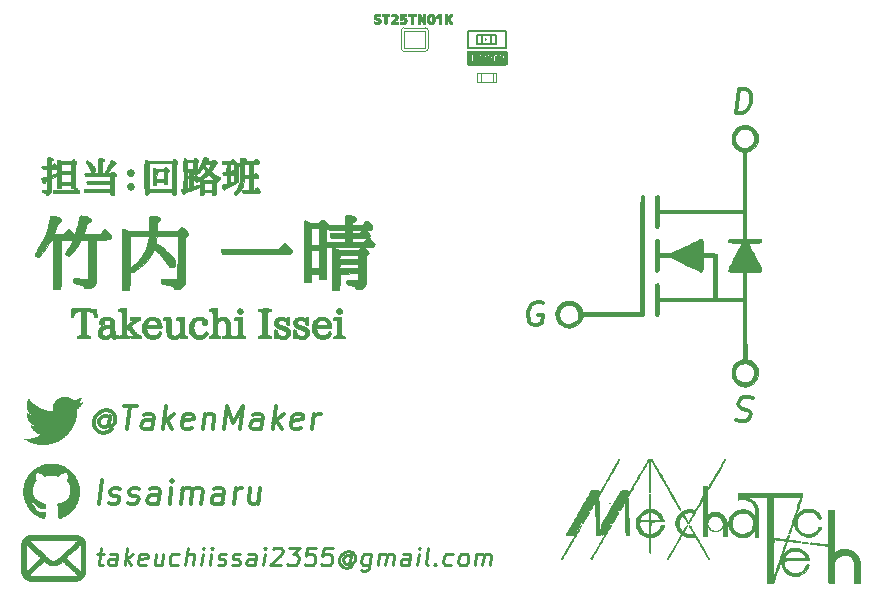
<source format=gbr>
%TF.GenerationSoftware,KiCad,Pcbnew,(5.1.10)-1*%
%TF.CreationDate,2023-01-04T12:47:17+09:00*%
%TF.ProjectId,circuit-business-card,63697263-7569-4742-9d62-7573696e6573,rev?*%
%TF.SameCoordinates,Original*%
%TF.FileFunction,Legend,Top*%
%TF.FilePolarity,Positive*%
%FSLAX46Y46*%
G04 Gerber Fmt 4.6, Leading zero omitted, Abs format (unit mm)*
G04 Created by KiCad (PCBNEW (5.1.10)-1) date 2023-01-04 12:47:17*
%MOMM*%
%LPD*%
G01*
G04 APERTURE LIST*
%ADD10C,0.300000*%
%ADD11C,0.250000*%
%ADD12C,0.120000*%
%ADD13C,0.150000*%
%ADD14C,0.010000*%
%ADD15C,0.100000*%
%ADD16C,0.152400*%
%ADD17C,0.050000*%
G04 APERTURE END LIST*
D10*
X140026220Y-75204761D02*
X140276220Y-73204761D01*
X140752410Y-73204761D01*
X141026220Y-73300000D01*
X141192886Y-73490476D01*
X141264315Y-73680952D01*
X141311934Y-74061904D01*
X141276220Y-74347619D01*
X141133363Y-74728571D01*
X141014315Y-74919047D01*
X140800029Y-75109523D01*
X140502410Y-75204761D01*
X140026220Y-75204761D01*
X140040505Y-101209523D02*
X140314315Y-101304761D01*
X140790505Y-101304761D01*
X140992886Y-101209523D01*
X141100029Y-101114285D01*
X141219077Y-100923809D01*
X141242886Y-100733333D01*
X141171458Y-100542857D01*
X141088125Y-100447619D01*
X140909553Y-100352380D01*
X140540505Y-100257142D01*
X140361934Y-100161904D01*
X140278601Y-100066666D01*
X140207172Y-99876190D01*
X140230982Y-99685714D01*
X140350029Y-99495238D01*
X140457172Y-99400000D01*
X140659553Y-99304761D01*
X141135744Y-99304761D01*
X141409553Y-99400000D01*
X123661934Y-91300000D02*
X123483363Y-91204761D01*
X123197648Y-91204761D01*
X122900029Y-91300000D01*
X122685744Y-91490476D01*
X122566696Y-91680952D01*
X122423839Y-92061904D01*
X122388125Y-92347619D01*
X122435744Y-92728571D01*
X122507172Y-92919047D01*
X122673839Y-93109523D01*
X122947648Y-93204761D01*
X123138125Y-93204761D01*
X123435744Y-93109523D01*
X123542886Y-93014285D01*
X123626220Y-92347619D01*
X123245267Y-92347619D01*
D11*
X85937276Y-112528571D02*
X86508705Y-112528571D01*
X86214062Y-112028571D02*
X86053348Y-113314285D01*
X86106919Y-113457142D01*
X86240848Y-113528571D01*
X86383705Y-113528571D01*
X87526562Y-113528571D02*
X87624776Y-112742857D01*
X87571205Y-112600000D01*
X87437276Y-112528571D01*
X87151562Y-112528571D01*
X86999776Y-112600000D01*
X87535491Y-113457142D02*
X87383705Y-113528571D01*
X87026562Y-113528571D01*
X86892633Y-113457142D01*
X86839062Y-113314285D01*
X86856919Y-113171428D01*
X86946205Y-113028571D01*
X87097991Y-112957142D01*
X87455133Y-112957142D01*
X87606919Y-112885714D01*
X88240848Y-113528571D02*
X88428348Y-112028571D01*
X88455133Y-112957142D02*
X88812276Y-113528571D01*
X88937276Y-112528571D02*
X88294419Y-113100000D01*
X90035491Y-113457142D02*
X89883705Y-113528571D01*
X89597991Y-113528571D01*
X89464062Y-113457142D01*
X89410491Y-113314285D01*
X89481919Y-112742857D01*
X89571205Y-112600000D01*
X89722991Y-112528571D01*
X90008705Y-112528571D01*
X90142633Y-112600000D01*
X90196205Y-112742857D01*
X90178348Y-112885714D01*
X89446205Y-113028571D01*
X91508705Y-112528571D02*
X91383705Y-113528571D01*
X90865848Y-112528571D02*
X90767633Y-113314285D01*
X90821205Y-113457142D01*
X90955133Y-113528571D01*
X91169419Y-113528571D01*
X91321205Y-113457142D01*
X91401562Y-113385714D01*
X92749776Y-113457142D02*
X92597991Y-113528571D01*
X92312276Y-113528571D01*
X92178348Y-113457142D01*
X92115848Y-113385714D01*
X92062276Y-113242857D01*
X92115848Y-112814285D01*
X92205133Y-112671428D01*
X92285491Y-112600000D01*
X92437276Y-112528571D01*
X92722991Y-112528571D01*
X92856919Y-112600000D01*
X93383705Y-113528571D02*
X93571205Y-112028571D01*
X94026562Y-113528571D02*
X94124776Y-112742857D01*
X94071205Y-112600000D01*
X93937276Y-112528571D01*
X93722991Y-112528571D01*
X93571205Y-112600000D01*
X93490848Y-112671428D01*
X94740848Y-113528571D02*
X94865848Y-112528571D01*
X94928348Y-112028571D02*
X94847991Y-112100000D01*
X94910491Y-112171428D01*
X94990848Y-112100000D01*
X94928348Y-112028571D01*
X94910491Y-112171428D01*
X95455133Y-113528571D02*
X95580133Y-112528571D01*
X95642633Y-112028571D02*
X95562276Y-112100000D01*
X95624776Y-112171428D01*
X95705133Y-112100000D01*
X95642633Y-112028571D01*
X95624776Y-112171428D01*
X96106919Y-113457142D02*
X96240848Y-113528571D01*
X96526562Y-113528571D01*
X96678348Y-113457142D01*
X96767633Y-113314285D01*
X96776562Y-113242857D01*
X96722991Y-113100000D01*
X96589062Y-113028571D01*
X96374776Y-113028571D01*
X96240848Y-112957142D01*
X96187276Y-112814285D01*
X96196205Y-112742857D01*
X96285491Y-112600000D01*
X96437276Y-112528571D01*
X96651562Y-112528571D01*
X96785491Y-112600000D01*
X97321205Y-113457142D02*
X97455133Y-113528571D01*
X97740848Y-113528571D01*
X97892633Y-113457142D01*
X97981919Y-113314285D01*
X97990848Y-113242857D01*
X97937276Y-113100000D01*
X97803348Y-113028571D01*
X97589062Y-113028571D01*
X97455133Y-112957142D01*
X97401562Y-112814285D01*
X97410491Y-112742857D01*
X97499776Y-112600000D01*
X97651562Y-112528571D01*
X97865848Y-112528571D01*
X97999776Y-112600000D01*
X99240848Y-113528571D02*
X99339062Y-112742857D01*
X99285491Y-112600000D01*
X99151562Y-112528571D01*
X98865848Y-112528571D01*
X98714062Y-112600000D01*
X99249776Y-113457142D02*
X99097991Y-113528571D01*
X98740848Y-113528571D01*
X98606919Y-113457142D01*
X98553348Y-113314285D01*
X98571205Y-113171428D01*
X98660491Y-113028571D01*
X98812276Y-112957142D01*
X99169419Y-112957142D01*
X99321205Y-112885714D01*
X99955133Y-113528571D02*
X100080133Y-112528571D01*
X100142633Y-112028571D02*
X100062276Y-112100000D01*
X100124776Y-112171428D01*
X100205133Y-112100000D01*
X100142633Y-112028571D01*
X100124776Y-112171428D01*
X100767633Y-112171428D02*
X100847991Y-112100000D01*
X100999776Y-112028571D01*
X101356919Y-112028571D01*
X101490848Y-112100000D01*
X101553348Y-112171428D01*
X101606919Y-112314285D01*
X101589062Y-112457142D01*
X101490848Y-112671428D01*
X100526562Y-113528571D01*
X101455133Y-113528571D01*
X102142633Y-112028571D02*
X103071205Y-112028571D01*
X102499776Y-112600000D01*
X102714062Y-112600000D01*
X102847991Y-112671428D01*
X102910491Y-112742857D01*
X102964062Y-112885714D01*
X102919419Y-113242857D01*
X102830133Y-113385714D01*
X102749776Y-113457142D01*
X102597991Y-113528571D01*
X102169419Y-113528571D01*
X102035491Y-113457142D01*
X101972991Y-113385714D01*
X104428348Y-112028571D02*
X103714062Y-112028571D01*
X103553348Y-112742857D01*
X103633705Y-112671428D01*
X103785491Y-112600000D01*
X104142633Y-112600000D01*
X104276562Y-112671428D01*
X104339062Y-112742857D01*
X104392633Y-112885714D01*
X104347991Y-113242857D01*
X104258705Y-113385714D01*
X104178348Y-113457142D01*
X104026562Y-113528571D01*
X103669419Y-113528571D01*
X103535491Y-113457142D01*
X103472991Y-113385714D01*
X105856919Y-112028571D02*
X105142633Y-112028571D01*
X104981919Y-112742857D01*
X105062276Y-112671428D01*
X105214062Y-112600000D01*
X105571205Y-112600000D01*
X105705133Y-112671428D01*
X105767633Y-112742857D01*
X105821205Y-112885714D01*
X105776562Y-113242857D01*
X105687276Y-113385714D01*
X105606919Y-113457142D01*
X105455133Y-113528571D01*
X105097991Y-113528571D01*
X104964062Y-113457142D01*
X104901562Y-113385714D01*
X107401562Y-112814285D02*
X107339062Y-112742857D01*
X107205133Y-112671428D01*
X107062276Y-112671428D01*
X106910491Y-112742857D01*
X106830133Y-112814285D01*
X106740848Y-112957142D01*
X106722991Y-113100000D01*
X106776562Y-113242857D01*
X106839062Y-113314285D01*
X106972991Y-113385714D01*
X107115848Y-113385714D01*
X107267633Y-113314285D01*
X107347991Y-113242857D01*
X107419419Y-112671428D02*
X107347991Y-113242857D01*
X107410491Y-113314285D01*
X107481919Y-113314285D01*
X107633705Y-113242857D01*
X107722991Y-113100000D01*
X107767633Y-112742857D01*
X107651562Y-112528571D01*
X107455133Y-112385714D01*
X107178348Y-112314285D01*
X106883705Y-112385714D01*
X106651562Y-112528571D01*
X106481919Y-112742857D01*
X106374776Y-113028571D01*
X106410491Y-113314285D01*
X106526562Y-113528571D01*
X106722991Y-113671428D01*
X106999776Y-113742857D01*
X107294419Y-113671428D01*
X107526562Y-113528571D01*
X109080133Y-112528571D02*
X108928348Y-113742857D01*
X108839062Y-113885714D01*
X108758705Y-113957142D01*
X108606919Y-114028571D01*
X108392633Y-114028571D01*
X108258705Y-113957142D01*
X108964062Y-113457142D02*
X108812276Y-113528571D01*
X108526562Y-113528571D01*
X108392633Y-113457142D01*
X108330133Y-113385714D01*
X108276562Y-113242857D01*
X108330133Y-112814285D01*
X108419419Y-112671428D01*
X108499776Y-112600000D01*
X108651562Y-112528571D01*
X108937276Y-112528571D01*
X109071205Y-112600000D01*
X109669419Y-113528571D02*
X109794419Y-112528571D01*
X109776562Y-112671428D02*
X109856919Y-112600000D01*
X110008705Y-112528571D01*
X110222991Y-112528571D01*
X110356919Y-112600000D01*
X110410491Y-112742857D01*
X110312276Y-113528571D01*
X110410491Y-112742857D02*
X110499776Y-112600000D01*
X110651562Y-112528571D01*
X110865848Y-112528571D01*
X110999776Y-112600000D01*
X111053348Y-112742857D01*
X110955133Y-113528571D01*
X112312276Y-113528571D02*
X112410491Y-112742857D01*
X112356919Y-112600000D01*
X112222991Y-112528571D01*
X111937276Y-112528571D01*
X111785491Y-112600000D01*
X112321205Y-113457142D02*
X112169419Y-113528571D01*
X111812276Y-113528571D01*
X111678348Y-113457142D01*
X111624776Y-113314285D01*
X111642633Y-113171428D01*
X111731919Y-113028571D01*
X111883705Y-112957142D01*
X112240848Y-112957142D01*
X112392633Y-112885714D01*
X113026562Y-113528571D02*
X113151562Y-112528571D01*
X113214062Y-112028571D02*
X113133705Y-112100000D01*
X113196205Y-112171428D01*
X113276562Y-112100000D01*
X113214062Y-112028571D01*
X113196205Y-112171428D01*
X113955133Y-113528571D02*
X113821205Y-113457142D01*
X113767633Y-113314285D01*
X113928348Y-112028571D01*
X114544419Y-113385714D02*
X114606919Y-113457142D01*
X114526562Y-113528571D01*
X114464062Y-113457142D01*
X114544419Y-113385714D01*
X114526562Y-113528571D01*
X115892633Y-113457142D02*
X115740848Y-113528571D01*
X115455133Y-113528571D01*
X115321205Y-113457142D01*
X115258705Y-113385714D01*
X115205133Y-113242857D01*
X115258705Y-112814285D01*
X115347991Y-112671428D01*
X115428348Y-112600000D01*
X115580133Y-112528571D01*
X115865848Y-112528571D01*
X115999776Y-112600000D01*
X116740848Y-113528571D02*
X116606919Y-113457142D01*
X116544419Y-113385714D01*
X116490848Y-113242857D01*
X116544419Y-112814285D01*
X116633705Y-112671428D01*
X116714062Y-112600000D01*
X116865848Y-112528571D01*
X117080133Y-112528571D01*
X117214062Y-112600000D01*
X117276562Y-112671428D01*
X117330133Y-112814285D01*
X117276562Y-113242857D01*
X117187276Y-113385714D01*
X117106919Y-113457142D01*
X116955133Y-113528571D01*
X116740848Y-113528571D01*
X117883705Y-113528571D02*
X118008705Y-112528571D01*
X117990848Y-112671428D02*
X118071205Y-112600000D01*
X118222991Y-112528571D01*
X118437276Y-112528571D01*
X118571205Y-112600000D01*
X118624776Y-112742857D01*
X118526562Y-113528571D01*
X118624776Y-112742857D02*
X118714062Y-112600000D01*
X118865848Y-112528571D01*
X119080133Y-112528571D01*
X119214062Y-112600000D01*
X119267633Y-112742857D01*
X119169419Y-113528571D01*
D10*
X86038125Y-108304761D02*
X86288125Y-106304761D01*
X86907172Y-108209523D02*
X87085744Y-108304761D01*
X87466696Y-108304761D01*
X87669077Y-108209523D01*
X87788125Y-108019047D01*
X87800029Y-107923809D01*
X87728601Y-107733333D01*
X87550029Y-107638095D01*
X87264315Y-107638095D01*
X87085744Y-107542857D01*
X87014315Y-107352380D01*
X87026220Y-107257142D01*
X87145267Y-107066666D01*
X87347648Y-106971428D01*
X87633363Y-106971428D01*
X87811934Y-107066666D01*
X88526220Y-108209523D02*
X88704791Y-108304761D01*
X89085744Y-108304761D01*
X89288125Y-108209523D01*
X89407172Y-108019047D01*
X89419077Y-107923809D01*
X89347648Y-107733333D01*
X89169077Y-107638095D01*
X88883363Y-107638095D01*
X88704791Y-107542857D01*
X88633363Y-107352380D01*
X88645267Y-107257142D01*
X88764315Y-107066666D01*
X88966696Y-106971428D01*
X89252410Y-106971428D01*
X89430982Y-107066666D01*
X91085744Y-108304761D02*
X91216696Y-107257142D01*
X91145267Y-107066666D01*
X90966696Y-106971428D01*
X90585744Y-106971428D01*
X90383363Y-107066666D01*
X91097648Y-108209523D02*
X90895267Y-108304761D01*
X90419077Y-108304761D01*
X90240505Y-108209523D01*
X90169077Y-108019047D01*
X90192886Y-107828571D01*
X90311934Y-107638095D01*
X90514315Y-107542857D01*
X90990505Y-107542857D01*
X91192886Y-107447619D01*
X92038125Y-108304761D02*
X92204791Y-106971428D01*
X92288125Y-106304761D02*
X92180982Y-106400000D01*
X92264315Y-106495238D01*
X92371458Y-106400000D01*
X92288125Y-106304761D01*
X92264315Y-106495238D01*
X92990505Y-108304761D02*
X93157172Y-106971428D01*
X93133363Y-107161904D02*
X93240505Y-107066666D01*
X93442886Y-106971428D01*
X93728601Y-106971428D01*
X93907172Y-107066666D01*
X93978601Y-107257142D01*
X93847648Y-108304761D01*
X93978601Y-107257142D02*
X94097648Y-107066666D01*
X94300029Y-106971428D01*
X94585744Y-106971428D01*
X94764315Y-107066666D01*
X94835744Y-107257142D01*
X94704791Y-108304761D01*
X96514315Y-108304761D02*
X96645267Y-107257142D01*
X96573839Y-107066666D01*
X96395267Y-106971428D01*
X96014315Y-106971428D01*
X95811934Y-107066666D01*
X96526220Y-108209523D02*
X96323839Y-108304761D01*
X95847648Y-108304761D01*
X95669077Y-108209523D01*
X95597648Y-108019047D01*
X95621458Y-107828571D01*
X95740505Y-107638095D01*
X95942886Y-107542857D01*
X96419077Y-107542857D01*
X96621458Y-107447619D01*
X97466696Y-108304761D02*
X97633363Y-106971428D01*
X97585744Y-107352380D02*
X97704791Y-107161904D01*
X97811934Y-107066666D01*
X98014315Y-106971428D01*
X98204791Y-106971428D01*
X99728601Y-106971428D02*
X99561934Y-108304761D01*
X98871458Y-106971428D02*
X98740505Y-108019047D01*
X98811934Y-108209523D01*
X98990505Y-108304761D01*
X99276220Y-108304761D01*
X99478601Y-108209523D01*
X99585744Y-108114285D01*
X86976220Y-101052380D02*
X86892886Y-100957142D01*
X86714315Y-100861904D01*
X86523839Y-100861904D01*
X86321458Y-100957142D01*
X86214315Y-101052380D01*
X86095267Y-101242857D01*
X86071458Y-101433333D01*
X86142886Y-101623809D01*
X86226220Y-101719047D01*
X86404791Y-101814285D01*
X86595267Y-101814285D01*
X86797648Y-101719047D01*
X86904791Y-101623809D01*
X87000029Y-100861904D02*
X86904791Y-101623809D01*
X86988124Y-101719047D01*
X87083363Y-101719047D01*
X87285744Y-101623809D01*
X87404791Y-101433333D01*
X87464315Y-100957142D01*
X87309553Y-100671428D01*
X87047648Y-100480952D01*
X86678601Y-100385714D01*
X86285744Y-100480952D01*
X85976220Y-100671428D01*
X85750029Y-100957142D01*
X85607172Y-101338095D01*
X85654791Y-101719047D01*
X85809553Y-102004761D01*
X86071458Y-102195238D01*
X86440505Y-102290476D01*
X86833363Y-102195238D01*
X87142886Y-102004761D01*
X88154791Y-100004761D02*
X89297648Y-100004761D01*
X88476220Y-102004761D02*
X88726220Y-100004761D01*
X90571458Y-102004761D02*
X90702410Y-100957142D01*
X90630982Y-100766666D01*
X90452410Y-100671428D01*
X90071458Y-100671428D01*
X89869077Y-100766666D01*
X90583363Y-101909523D02*
X90380982Y-102004761D01*
X89904791Y-102004761D01*
X89726220Y-101909523D01*
X89654791Y-101719047D01*
X89678601Y-101528571D01*
X89797648Y-101338095D01*
X90000029Y-101242857D01*
X90476220Y-101242857D01*
X90678601Y-101147619D01*
X91523839Y-102004761D02*
X91773839Y-100004761D01*
X91809553Y-101242857D02*
X92285744Y-102004761D01*
X92452410Y-100671428D02*
X91595267Y-101433333D01*
X93916696Y-101909523D02*
X93714315Y-102004761D01*
X93333363Y-102004761D01*
X93154791Y-101909523D01*
X93083363Y-101719047D01*
X93178601Y-100957142D01*
X93297648Y-100766666D01*
X93500029Y-100671428D01*
X93880982Y-100671428D01*
X94059553Y-100766666D01*
X94130982Y-100957142D01*
X94107172Y-101147619D01*
X93130982Y-101338095D01*
X95023839Y-100671428D02*
X94857172Y-102004761D01*
X95000029Y-100861904D02*
X95107172Y-100766666D01*
X95309553Y-100671428D01*
X95595267Y-100671428D01*
X95773839Y-100766666D01*
X95845267Y-100957142D01*
X95714315Y-102004761D01*
X96666696Y-102004761D02*
X96916696Y-100004761D01*
X97404791Y-101433333D01*
X98250029Y-100004761D01*
X98000029Y-102004761D01*
X99809553Y-102004761D02*
X99940505Y-100957142D01*
X99869077Y-100766666D01*
X99690505Y-100671428D01*
X99309553Y-100671428D01*
X99107172Y-100766666D01*
X99821458Y-101909523D02*
X99619077Y-102004761D01*
X99142886Y-102004761D01*
X98964315Y-101909523D01*
X98892886Y-101719047D01*
X98916696Y-101528571D01*
X99035744Y-101338095D01*
X99238124Y-101242857D01*
X99714315Y-101242857D01*
X99916696Y-101147619D01*
X100761934Y-102004761D02*
X101011934Y-100004761D01*
X101047648Y-101242857D02*
X101523839Y-102004761D01*
X101690505Y-100671428D02*
X100833363Y-101433333D01*
X103154791Y-101909523D02*
X102952410Y-102004761D01*
X102571458Y-102004761D01*
X102392886Y-101909523D01*
X102321458Y-101719047D01*
X102416696Y-100957142D01*
X102535744Y-100766666D01*
X102738125Y-100671428D01*
X103119077Y-100671428D01*
X103297648Y-100766666D01*
X103369077Y-100957142D01*
X103345267Y-101147619D01*
X102369077Y-101338095D01*
X104095267Y-102004761D02*
X104261934Y-100671428D01*
X104214315Y-101052380D02*
X104333363Y-100861904D01*
X104440505Y-100766666D01*
X104642886Y-100671428D01*
X104833363Y-100671428D01*
D12*
X113700000Y-68000000D02*
G75*
G02*
X113950000Y-68250000I0J-250000D01*
G01*
X113950000Y-69750000D02*
G75*
G02*
X113700000Y-70000000I-250000J0D01*
G01*
X111900000Y-70000000D02*
G75*
G02*
X111650000Y-69750000I0J250000D01*
G01*
X111650000Y-68250000D02*
G75*
G02*
X111900000Y-68000000I250000J0D01*
G01*
X113700000Y-68000000D02*
X111900000Y-68000000D01*
X113950000Y-69750000D02*
X113950000Y-68250000D01*
X111900000Y-70000000D02*
X113700000Y-70000000D01*
X111650000Y-68250000D02*
X111650000Y-69750000D01*
D13*
X120500000Y-68300000D02*
X117300000Y-68300000D01*
X120500000Y-69700000D02*
X120500000Y-68300000D01*
X117300000Y-69700000D02*
X120500000Y-69700000D01*
X117300000Y-68300000D02*
X117300000Y-69700000D01*
D14*
%TO.C,G\u002A\u002A\u002A*%
G36*
X91736958Y-79836268D02*
G01*
X91786108Y-79869909D01*
X91804892Y-79884590D01*
X91873922Y-79943157D01*
X91921765Y-79993011D01*
X91949995Y-80036708D01*
X91960187Y-80076805D01*
X91953916Y-80115860D01*
X91951385Y-80122438D01*
X91930557Y-80153907D01*
X91900161Y-80181853D01*
X91899183Y-80182516D01*
X91861373Y-80207850D01*
X91861336Y-80723406D01*
X91861269Y-80851775D01*
X91861018Y-80957131D01*
X91860479Y-81041865D01*
X91859550Y-81108364D01*
X91858126Y-81159016D01*
X91856104Y-81196210D01*
X91853381Y-81222334D01*
X91849853Y-81239777D01*
X91845417Y-81250926D01*
X91839968Y-81258171D01*
X91838074Y-81259981D01*
X91820514Y-81270474D01*
X91792537Y-81276967D01*
X91748954Y-81280219D01*
X91693993Y-81281000D01*
X91627079Y-81279642D01*
X91581468Y-81273392D01*
X91553114Y-81258988D01*
X91537972Y-81233166D01*
X91531998Y-81192662D01*
X91531100Y-81149590D01*
X91531100Y-81064631D01*
X91235825Y-81068040D01*
X90940550Y-81071450D01*
X90934200Y-81176721D01*
X90928792Y-81237010D01*
X90920889Y-81274887D01*
X90909859Y-81293271D01*
X90908800Y-81294002D01*
X90888368Y-81299216D01*
X90849186Y-81303331D01*
X90797898Y-81305777D01*
X90766645Y-81306205D01*
X90709113Y-81305821D01*
X90671453Y-81303727D01*
X90648147Y-81298841D01*
X90633674Y-81290080D01*
X90623770Y-81278174D01*
X90619316Y-81269325D01*
X90615572Y-81255189D01*
X90612479Y-81233700D01*
X90609977Y-81202791D01*
X90608007Y-81160395D01*
X90606508Y-81104446D01*
X90605421Y-81032877D01*
X90604687Y-80943621D01*
X90604306Y-80849200D01*
X90933778Y-80849200D01*
X91531100Y-80849200D01*
X91531100Y-80175631D01*
X91235825Y-80179040D01*
X90940550Y-80182450D01*
X90933778Y-80849200D01*
X90604306Y-80849200D01*
X90604246Y-80834612D01*
X90604038Y-80703783D01*
X90604000Y-80592971D01*
X90604068Y-80440384D01*
X90604370Y-80311195D01*
X90605050Y-80203404D01*
X90606252Y-80115009D01*
X90608119Y-80044009D01*
X90610796Y-79988402D01*
X90614428Y-79946188D01*
X90619158Y-79915366D01*
X90625130Y-79893933D01*
X90632490Y-79879889D01*
X90641379Y-79871233D01*
X90651944Y-79865964D01*
X90656476Y-79864417D01*
X90678437Y-79866016D01*
X90717352Y-79876932D01*
X90767335Y-79895377D01*
X90791074Y-79905312D01*
X90902450Y-79953576D01*
X91222868Y-79957305D01*
X91543287Y-79961034D01*
X91597518Y-79890815D01*
X91633826Y-79848511D01*
X91665828Y-79825418D01*
X91698535Y-79821387D01*
X91736958Y-79836268D01*
G37*
X91736958Y-79836268D02*
X91786108Y-79869909D01*
X91804892Y-79884590D01*
X91873922Y-79943157D01*
X91921765Y-79993011D01*
X91949995Y-80036708D01*
X91960187Y-80076805D01*
X91953916Y-80115860D01*
X91951385Y-80122438D01*
X91930557Y-80153907D01*
X91900161Y-80181853D01*
X91899183Y-80182516D01*
X91861373Y-80207850D01*
X91861336Y-80723406D01*
X91861269Y-80851775D01*
X91861018Y-80957131D01*
X91860479Y-81041865D01*
X91859550Y-81108364D01*
X91858126Y-81159016D01*
X91856104Y-81196210D01*
X91853381Y-81222334D01*
X91849853Y-81239777D01*
X91845417Y-81250926D01*
X91839968Y-81258171D01*
X91838074Y-81259981D01*
X91820514Y-81270474D01*
X91792537Y-81276967D01*
X91748954Y-81280219D01*
X91693993Y-81281000D01*
X91627079Y-81279642D01*
X91581468Y-81273392D01*
X91553114Y-81258988D01*
X91537972Y-81233166D01*
X91531998Y-81192662D01*
X91531100Y-81149590D01*
X91531100Y-81064631D01*
X91235825Y-81068040D01*
X90940550Y-81071450D01*
X90934200Y-81176721D01*
X90928792Y-81237010D01*
X90920889Y-81274887D01*
X90909859Y-81293271D01*
X90908800Y-81294002D01*
X90888368Y-81299216D01*
X90849186Y-81303331D01*
X90797898Y-81305777D01*
X90766645Y-81306205D01*
X90709113Y-81305821D01*
X90671453Y-81303727D01*
X90648147Y-81298841D01*
X90633674Y-81290080D01*
X90623770Y-81278174D01*
X90619316Y-81269325D01*
X90615572Y-81255189D01*
X90612479Y-81233700D01*
X90609977Y-81202791D01*
X90608007Y-81160395D01*
X90606508Y-81104446D01*
X90605421Y-81032877D01*
X90604687Y-80943621D01*
X90604306Y-80849200D01*
X90933778Y-80849200D01*
X91531100Y-80849200D01*
X91531100Y-80175631D01*
X91235825Y-80179040D01*
X90940550Y-80182450D01*
X90933778Y-80849200D01*
X90604306Y-80849200D01*
X90604246Y-80834612D01*
X90604038Y-80703783D01*
X90604000Y-80592971D01*
X90604068Y-80440384D01*
X90604370Y-80311195D01*
X90605050Y-80203404D01*
X90606252Y-80115009D01*
X90608119Y-80044009D01*
X90610796Y-79988402D01*
X90614428Y-79946188D01*
X90619158Y-79915366D01*
X90625130Y-79893933D01*
X90632490Y-79879889D01*
X90641379Y-79871233D01*
X90651944Y-79865964D01*
X90656476Y-79864417D01*
X90678437Y-79866016D01*
X90717352Y-79876932D01*
X90767335Y-79895377D01*
X90791074Y-79905312D01*
X90902450Y-79953576D01*
X91222868Y-79957305D01*
X91543287Y-79961034D01*
X91597518Y-79890815D01*
X91633826Y-79848511D01*
X91665828Y-79825418D01*
X91698535Y-79821387D01*
X91736958Y-79836268D01*
G36*
X85080277Y-79249345D02*
G01*
X85082675Y-79250564D01*
X85139725Y-79286193D01*
X85208223Y-79337424D01*
X85283679Y-79400079D01*
X85361608Y-79469979D01*
X85437521Y-79542947D01*
X85506932Y-79614804D01*
X85565354Y-79681370D01*
X85608300Y-79738469D01*
X85610897Y-79742448D01*
X85663995Y-79837315D01*
X85700318Y-79929072D01*
X85720200Y-80015404D01*
X85723972Y-80093992D01*
X85711968Y-80162521D01*
X85684520Y-80218672D01*
X85641961Y-80260129D01*
X85584623Y-80284575D01*
X85532255Y-80290352D01*
X85490047Y-80287515D01*
X85460021Y-80275466D01*
X85429278Y-80249018D01*
X85429143Y-80248883D01*
X85402066Y-80214611D01*
X85378419Y-80167363D01*
X85355231Y-80101141D01*
X85354065Y-80097338D01*
X85298979Y-79949846D01*
X85223383Y-79798186D01*
X85130337Y-79647663D01*
X85022897Y-79503583D01*
X84987632Y-79461617D01*
X84951554Y-79416253D01*
X84933991Y-79381508D01*
X84934283Y-79351345D01*
X84951772Y-79319722D01*
X84969781Y-79298057D01*
X85011033Y-79259439D01*
X85046898Y-79243609D01*
X85080277Y-79249345D01*
G37*
X85080277Y-79249345D02*
X85082675Y-79250564D01*
X85139725Y-79286193D01*
X85208223Y-79337424D01*
X85283679Y-79400079D01*
X85361608Y-79469979D01*
X85437521Y-79542947D01*
X85506932Y-79614804D01*
X85565354Y-79681370D01*
X85608300Y-79738469D01*
X85610897Y-79742448D01*
X85663995Y-79837315D01*
X85700318Y-79929072D01*
X85720200Y-80015404D01*
X85723972Y-80093992D01*
X85711968Y-80162521D01*
X85684520Y-80218672D01*
X85641961Y-80260129D01*
X85584623Y-80284575D01*
X85532255Y-80290352D01*
X85490047Y-80287515D01*
X85460021Y-80275466D01*
X85429278Y-80249018D01*
X85429143Y-80248883D01*
X85402066Y-80214611D01*
X85378419Y-80167363D01*
X85355231Y-80101141D01*
X85354065Y-80097338D01*
X85298979Y-79949846D01*
X85223383Y-79798186D01*
X85130337Y-79647663D01*
X85022897Y-79503583D01*
X84987632Y-79461617D01*
X84951554Y-79416253D01*
X84933991Y-79381508D01*
X84934283Y-79351345D01*
X84951772Y-79319722D01*
X84969781Y-79298057D01*
X85011033Y-79259439D01*
X85046898Y-79243609D01*
X85080277Y-79249345D01*
G36*
X88806421Y-80010070D02*
G01*
X88868683Y-80036052D01*
X88874920Y-80039998D01*
X88937794Y-80094321D01*
X88978622Y-80160400D01*
X88998705Y-80240470D01*
X89000107Y-80255087D01*
X89002069Y-80304262D01*
X88997014Y-80341365D01*
X88982293Y-80379347D01*
X88969539Y-80404503D01*
X88920689Y-80473503D01*
X88857932Y-80521284D01*
X88780983Y-80548024D01*
X88732581Y-80553824D01*
X88671053Y-80552923D01*
X88622171Y-80541516D01*
X88603750Y-80533666D01*
X88550002Y-80499502D01*
X88501460Y-80453682D01*
X88466120Y-80404284D01*
X88457804Y-80386223D01*
X88446545Y-80336057D01*
X88443691Y-80275471D01*
X88448913Y-80215489D01*
X88461885Y-80167136D01*
X88464479Y-80161567D01*
X88514163Y-80089605D01*
X88580540Y-80033830D01*
X88602648Y-80021220D01*
X88663872Y-80001997D01*
X88734973Y-79998499D01*
X88806421Y-80010070D01*
G37*
X88806421Y-80010070D02*
X88868683Y-80036052D01*
X88874920Y-80039998D01*
X88937794Y-80094321D01*
X88978622Y-80160400D01*
X88998705Y-80240470D01*
X89000107Y-80255087D01*
X89002069Y-80304262D01*
X88997014Y-80341365D01*
X88982293Y-80379347D01*
X88969539Y-80404503D01*
X88920689Y-80473503D01*
X88857932Y-80521284D01*
X88780983Y-80548024D01*
X88732581Y-80553824D01*
X88671053Y-80552923D01*
X88622171Y-80541516D01*
X88603750Y-80533666D01*
X88550002Y-80499502D01*
X88501460Y-80453682D01*
X88466120Y-80404284D01*
X88457804Y-80386223D01*
X88446545Y-80336057D01*
X88443691Y-80275471D01*
X88448913Y-80215489D01*
X88461885Y-80167136D01*
X88464479Y-80161567D01*
X88514163Y-80089605D01*
X88580540Y-80033830D01*
X88602648Y-80021220D01*
X88663872Y-80001997D01*
X88734973Y-79998499D01*
X88806421Y-80010070D01*
G36*
X97391332Y-79126551D02*
G01*
X97426190Y-79145048D01*
X97467278Y-79182354D01*
X97517610Y-79239162D01*
X97566186Y-79298653D01*
X97604158Y-79349153D01*
X97628103Y-79388038D01*
X97636246Y-79412351D01*
X97635925Y-79414845D01*
X97642221Y-79433452D01*
X97672653Y-79445696D01*
X97727423Y-79451637D01*
X97758862Y-79452270D01*
X97831946Y-79459596D01*
X97893258Y-79479642D01*
X97940351Y-79509829D01*
X97970778Y-79547577D01*
X97982093Y-79590305D01*
X97971847Y-79635435D01*
X97956178Y-79660291D01*
X97925148Y-79690908D01*
X97892678Y-79713129D01*
X97855700Y-79732252D01*
X97855700Y-80390357D01*
X97855816Y-80541839D01*
X97855921Y-80669881D01*
X97855651Y-80776440D01*
X97854642Y-80863473D01*
X97852528Y-80932937D01*
X97848945Y-80986791D01*
X97843530Y-81026991D01*
X97835917Y-81055495D01*
X97825742Y-81074260D01*
X97812641Y-81085243D01*
X97796249Y-81090401D01*
X97776201Y-81091692D01*
X97752133Y-81091073D01*
X97725329Y-81090500D01*
X97641409Y-81090500D01*
X97637429Y-81131775D01*
X97635193Y-81146218D01*
X97629576Y-81158939D01*
X97617596Y-81171934D01*
X97596269Y-81187198D01*
X97562613Y-81206726D01*
X97513644Y-81232512D01*
X97446381Y-81266554D01*
X97404844Y-81287350D01*
X97317971Y-81329751D01*
X97222550Y-81374601D01*
X97126919Y-81418089D01*
X97039418Y-81456404D01*
X96985752Y-81478805D01*
X96795267Y-81555960D01*
X96774865Y-81611189D01*
X96745350Y-81665871D01*
X96706749Y-81700522D01*
X96662747Y-81713885D01*
X96617028Y-81704707D01*
X96579194Y-81677875D01*
X96541091Y-81627874D01*
X96505220Y-81556902D01*
X96473664Y-81469388D01*
X96462556Y-81430125D01*
X96451147Y-81385001D01*
X96446536Y-81357480D01*
X96448894Y-81340641D01*
X96458396Y-81327567D01*
X96465300Y-81320829D01*
X96489773Y-81306872D01*
X96533589Y-81290797D01*
X96591021Y-81274581D01*
X96617450Y-81268289D01*
X96679059Y-81253949D01*
X96738627Y-81239341D01*
X96787097Y-81226714D01*
X96804775Y-81221720D01*
X96865100Y-81203815D01*
X96865100Y-80442800D01*
X97195300Y-80442800D01*
X97195300Y-80773000D01*
X97195650Y-80861552D01*
X97196636Y-80941097D01*
X97198163Y-81008307D01*
X97200134Y-81059854D01*
X97202452Y-81092410D01*
X97204825Y-81102727D01*
X97219600Y-81098225D01*
X97253368Y-81086229D01*
X97301450Y-81068449D01*
X97359165Y-81046593D01*
X97373100Y-81041251D01*
X97531850Y-80980248D01*
X97535275Y-80696033D01*
X97536145Y-80601333D01*
X97536105Y-80529662D01*
X97535049Y-80478664D01*
X97532871Y-80445981D01*
X97529466Y-80429256D01*
X97524728Y-80426131D01*
X97523210Y-80427309D01*
X97502843Y-80435029D01*
X97459333Y-80440075D01*
X97391816Y-80442524D01*
X97351509Y-80442800D01*
X97195300Y-80442800D01*
X96865100Y-80442800D01*
X96727827Y-80442800D01*
X96651617Y-80441119D01*
X96599467Y-80436114D01*
X96571920Y-80427840D01*
X96570650Y-80426925D01*
X96555271Y-80406063D01*
X96538299Y-80370628D01*
X96530130Y-80348484D01*
X96518636Y-80309750D01*
X96516333Y-80285304D01*
X96523065Y-80265818D01*
X96528594Y-80256800D01*
X96538188Y-80244528D01*
X96551123Y-80236125D01*
X96572129Y-80230706D01*
X96605939Y-80227385D01*
X96657284Y-80225276D01*
X96703211Y-80224115D01*
X96858750Y-80220550D01*
X96865514Y-79541100D01*
X97195300Y-79541100D01*
X97195300Y-80194878D01*
X97252717Y-80109289D01*
X97291355Y-80057278D01*
X97324357Y-80028300D01*
X97355566Y-80021822D01*
X97388824Y-80037311D01*
X97427973Y-80074236D01*
X97436548Y-80083806D01*
X97468651Y-80122144D01*
X97496534Y-80158647D01*
X97510216Y-80179056D01*
X97525470Y-80203197D01*
X97534346Y-80214142D01*
X97534588Y-80214200D01*
X97535548Y-80202050D01*
X97536412Y-80167804D01*
X97537145Y-80114763D01*
X97537710Y-80046231D01*
X97538074Y-79965511D01*
X97538200Y-79877650D01*
X97538200Y-79541100D01*
X97195300Y-79541100D01*
X96865514Y-79541100D01*
X96697032Y-79540905D01*
X96633241Y-79540127D01*
X96578096Y-79538137D01*
X96536852Y-79535218D01*
X96514760Y-79531657D01*
X96513167Y-79530935D01*
X96495644Y-79509681D01*
X96478165Y-79473146D01*
X96464576Y-79431162D01*
X96458721Y-79393562D01*
X96458700Y-79391647D01*
X96459295Y-79372642D01*
X96462878Y-79357657D01*
X96472147Y-79346215D01*
X96489800Y-79337837D01*
X96518532Y-79332047D01*
X96561042Y-79328366D01*
X96620027Y-79326317D01*
X96698184Y-79325422D01*
X96798210Y-79325204D01*
X96833953Y-79325200D01*
X97178726Y-79325200D01*
X97253922Y-79226775D01*
X97293999Y-79176974D01*
X97328250Y-79143208D01*
X97359690Y-79126169D01*
X97391332Y-79126551D01*
G37*
X97391332Y-79126551D02*
X97426190Y-79145048D01*
X97467278Y-79182354D01*
X97517610Y-79239162D01*
X97566186Y-79298653D01*
X97604158Y-79349153D01*
X97628103Y-79388038D01*
X97636246Y-79412351D01*
X97635925Y-79414845D01*
X97642221Y-79433452D01*
X97672653Y-79445696D01*
X97727423Y-79451637D01*
X97758862Y-79452270D01*
X97831946Y-79459596D01*
X97893258Y-79479642D01*
X97940351Y-79509829D01*
X97970778Y-79547577D01*
X97982093Y-79590305D01*
X97971847Y-79635435D01*
X97956178Y-79660291D01*
X97925148Y-79690908D01*
X97892678Y-79713129D01*
X97855700Y-79732252D01*
X97855700Y-80390357D01*
X97855816Y-80541839D01*
X97855921Y-80669881D01*
X97855651Y-80776440D01*
X97854642Y-80863473D01*
X97852528Y-80932937D01*
X97848945Y-80986791D01*
X97843530Y-81026991D01*
X97835917Y-81055495D01*
X97825742Y-81074260D01*
X97812641Y-81085243D01*
X97796249Y-81090401D01*
X97776201Y-81091692D01*
X97752133Y-81091073D01*
X97725329Y-81090500D01*
X97641409Y-81090500D01*
X97637429Y-81131775D01*
X97635193Y-81146218D01*
X97629576Y-81158939D01*
X97617596Y-81171934D01*
X97596269Y-81187198D01*
X97562613Y-81206726D01*
X97513644Y-81232512D01*
X97446381Y-81266554D01*
X97404844Y-81287350D01*
X97317971Y-81329751D01*
X97222550Y-81374601D01*
X97126919Y-81418089D01*
X97039418Y-81456404D01*
X96985752Y-81478805D01*
X96795267Y-81555960D01*
X96774865Y-81611189D01*
X96745350Y-81665871D01*
X96706749Y-81700522D01*
X96662747Y-81713885D01*
X96617028Y-81704707D01*
X96579194Y-81677875D01*
X96541091Y-81627874D01*
X96505220Y-81556902D01*
X96473664Y-81469388D01*
X96462556Y-81430125D01*
X96451147Y-81385001D01*
X96446536Y-81357480D01*
X96448894Y-81340641D01*
X96458396Y-81327567D01*
X96465300Y-81320829D01*
X96489773Y-81306872D01*
X96533589Y-81290797D01*
X96591021Y-81274581D01*
X96617450Y-81268289D01*
X96679059Y-81253949D01*
X96738627Y-81239341D01*
X96787097Y-81226714D01*
X96804775Y-81221720D01*
X96865100Y-81203815D01*
X96865100Y-80442800D01*
X97195300Y-80442800D01*
X97195300Y-80773000D01*
X97195650Y-80861552D01*
X97196636Y-80941097D01*
X97198163Y-81008307D01*
X97200134Y-81059854D01*
X97202452Y-81092410D01*
X97204825Y-81102727D01*
X97219600Y-81098225D01*
X97253368Y-81086229D01*
X97301450Y-81068449D01*
X97359165Y-81046593D01*
X97373100Y-81041251D01*
X97531850Y-80980248D01*
X97535275Y-80696033D01*
X97536145Y-80601333D01*
X97536105Y-80529662D01*
X97535049Y-80478664D01*
X97532871Y-80445981D01*
X97529466Y-80429256D01*
X97524728Y-80426131D01*
X97523210Y-80427309D01*
X97502843Y-80435029D01*
X97459333Y-80440075D01*
X97391816Y-80442524D01*
X97351509Y-80442800D01*
X97195300Y-80442800D01*
X96865100Y-80442800D01*
X96727827Y-80442800D01*
X96651617Y-80441119D01*
X96599467Y-80436114D01*
X96571920Y-80427840D01*
X96570650Y-80426925D01*
X96555271Y-80406063D01*
X96538299Y-80370628D01*
X96530130Y-80348484D01*
X96518636Y-80309750D01*
X96516333Y-80285304D01*
X96523065Y-80265818D01*
X96528594Y-80256800D01*
X96538188Y-80244528D01*
X96551123Y-80236125D01*
X96572129Y-80230706D01*
X96605939Y-80227385D01*
X96657284Y-80225276D01*
X96703211Y-80224115D01*
X96858750Y-80220550D01*
X96865514Y-79541100D01*
X97195300Y-79541100D01*
X97195300Y-80194878D01*
X97252717Y-80109289D01*
X97291355Y-80057278D01*
X97324357Y-80028300D01*
X97355566Y-80021822D01*
X97388824Y-80037311D01*
X97427973Y-80074236D01*
X97436548Y-80083806D01*
X97468651Y-80122144D01*
X97496534Y-80158647D01*
X97510216Y-80179056D01*
X97525470Y-80203197D01*
X97534346Y-80214142D01*
X97534588Y-80214200D01*
X97535548Y-80202050D01*
X97536412Y-80167804D01*
X97537145Y-80114763D01*
X97537710Y-80046231D01*
X97538074Y-79965511D01*
X97538200Y-79877650D01*
X97538200Y-79541100D01*
X97195300Y-79541100D01*
X96865514Y-79541100D01*
X96697032Y-79540905D01*
X96633241Y-79540127D01*
X96578096Y-79538137D01*
X96536852Y-79535218D01*
X96514760Y-79531657D01*
X96513167Y-79530935D01*
X96495644Y-79509681D01*
X96478165Y-79473146D01*
X96464576Y-79431162D01*
X96458721Y-79393562D01*
X96458700Y-79391647D01*
X96459295Y-79372642D01*
X96462878Y-79357657D01*
X96472147Y-79346215D01*
X96489800Y-79337837D01*
X96518532Y-79332047D01*
X96561042Y-79328366D01*
X96620027Y-79326317D01*
X96698184Y-79325422D01*
X96798210Y-79325204D01*
X96833953Y-79325200D01*
X97178726Y-79325200D01*
X97253922Y-79226775D01*
X97293999Y-79176974D01*
X97328250Y-79143208D01*
X97359690Y-79126169D01*
X97391332Y-79126551D01*
G36*
X88830565Y-81183415D02*
G01*
X88899373Y-81224315D01*
X88937721Y-81260954D01*
X88980852Y-81327908D01*
X89001691Y-81401897D01*
X89000608Y-81478486D01*
X88977975Y-81553238D01*
X88934161Y-81621718D01*
X88905083Y-81651629D01*
X88835600Y-81698728D01*
X88759772Y-81721960D01*
X88680646Y-81720834D01*
X88610100Y-81699032D01*
X88535936Y-81654464D01*
X88483844Y-81597557D01*
X88453183Y-81527335D01*
X88443311Y-81446199D01*
X88450409Y-81371894D01*
X88474690Y-81309520D01*
X88519445Y-81251757D01*
X88539600Y-81232154D01*
X88605467Y-81187451D01*
X88678995Y-81164649D01*
X88755567Y-81163415D01*
X88830565Y-81183415D01*
G37*
X88830565Y-81183415D02*
X88899373Y-81224315D01*
X88937721Y-81260954D01*
X88980852Y-81327908D01*
X89001691Y-81401897D01*
X89000608Y-81478486D01*
X88977975Y-81553238D01*
X88934161Y-81621718D01*
X88905083Y-81651629D01*
X88835600Y-81698728D01*
X88759772Y-81721960D01*
X88680646Y-81720834D01*
X88610100Y-81699032D01*
X88535936Y-81654464D01*
X88483844Y-81597557D01*
X88453183Y-81527335D01*
X88443311Y-81446199D01*
X88450409Y-81371894D01*
X88474690Y-81309520D01*
X88519445Y-81251757D01*
X88539600Y-81232154D01*
X88605467Y-81187451D01*
X88678995Y-81164649D01*
X88755567Y-81163415D01*
X88830565Y-81183415D01*
G36*
X84143181Y-81558334D02*
G01*
X84179133Y-81585130D01*
X84223735Y-81628488D01*
X84241251Y-81646558D01*
X84304905Y-81714088D01*
X84351156Y-81767876D01*
X84381361Y-81811304D01*
X84396876Y-81847753D01*
X84399058Y-81880603D01*
X84389266Y-81913238D01*
X84368855Y-81949037D01*
X84364985Y-81954854D01*
X84335540Y-81998550D01*
X83287647Y-82001797D01*
X83091795Y-82002329D01*
X82919958Y-82002620D01*
X82770750Y-82002655D01*
X82642785Y-82002417D01*
X82534680Y-82001890D01*
X82445048Y-82001057D01*
X82372506Y-81999901D01*
X82315667Y-81998408D01*
X82273148Y-81996559D01*
X82243562Y-81994339D01*
X82225525Y-81991731D01*
X82218100Y-81989097D01*
X82201648Y-81968681D01*
X82182577Y-81933315D01*
X82171002Y-81906019D01*
X82145557Y-81838888D01*
X82208145Y-81776300D01*
X83896915Y-81776300D01*
X83956850Y-81696925D01*
X84007975Y-81630565D01*
X84048276Y-81584215D01*
X84081648Y-81557187D01*
X84111985Y-81548790D01*
X84143181Y-81558334D01*
G37*
X84143181Y-81558334D02*
X84179133Y-81585130D01*
X84223735Y-81628488D01*
X84241251Y-81646558D01*
X84304905Y-81714088D01*
X84351156Y-81767876D01*
X84381361Y-81811304D01*
X84396876Y-81847753D01*
X84399058Y-81880603D01*
X84389266Y-81913238D01*
X84368855Y-81949037D01*
X84364985Y-81954854D01*
X84335540Y-81998550D01*
X83287647Y-82001797D01*
X83091795Y-82002329D01*
X82919958Y-82002620D01*
X82770750Y-82002655D01*
X82642785Y-82002417D01*
X82534680Y-82001890D01*
X82445048Y-82001057D01*
X82372506Y-81999901D01*
X82315667Y-81998408D01*
X82273148Y-81996559D01*
X82243562Y-81994339D01*
X82225525Y-81991731D01*
X82218100Y-81989097D01*
X82201648Y-81968681D01*
X82182577Y-81933315D01*
X82171002Y-81906019D01*
X82145557Y-81838888D01*
X82208145Y-81776300D01*
X83896915Y-81776300D01*
X83956850Y-81696925D01*
X84007975Y-81630565D01*
X84048276Y-81584215D01*
X84081648Y-81557187D01*
X84111985Y-81548790D01*
X84143181Y-81558334D01*
G36*
X92455039Y-79133850D02*
G01*
X92499359Y-79160896D01*
X92545058Y-79194734D01*
X92620657Y-79257583D01*
X92672987Y-79313134D01*
X92702637Y-79362800D01*
X92710199Y-79407991D01*
X92696262Y-79450118D01*
X92666845Y-79485625D01*
X92638194Y-79510549D01*
X92616187Y-79525967D01*
X92609695Y-79528399D01*
X92607776Y-79540926D01*
X92605997Y-79577816D01*
X92604368Y-79638030D01*
X92602900Y-79720531D01*
X92601601Y-79824282D01*
X92600480Y-79948246D01*
X92599549Y-80091384D01*
X92598816Y-80252661D01*
X92598291Y-80431037D01*
X92597983Y-80625476D01*
X92597900Y-80801924D01*
X92597868Y-81011834D01*
X92597757Y-81197807D01*
X92597545Y-81361303D01*
X92597211Y-81503784D01*
X92596731Y-81626713D01*
X92596084Y-81731551D01*
X92595247Y-81819761D01*
X92594198Y-81892803D01*
X92592915Y-81952139D01*
X92591375Y-81999232D01*
X92589558Y-82035543D01*
X92587439Y-82062535D01*
X92584998Y-82081668D01*
X92582211Y-82094405D01*
X92579058Y-82102208D01*
X92578129Y-82103674D01*
X92567505Y-82116222D01*
X92553274Y-82124384D01*
X92530274Y-82129094D01*
X92493340Y-82131284D01*
X92437309Y-82131887D01*
X92421919Y-82131900D01*
X92348852Y-82130353D01*
X92298627Y-82125786D01*
X92272348Y-82118311D01*
X92270239Y-82116659D01*
X92262048Y-82095052D01*
X92256831Y-82051593D01*
X92255000Y-81989701D01*
X92255000Y-81877900D01*
X90261100Y-81877900D01*
X90261100Y-81983881D01*
X90260038Y-82042172D01*
X90254257Y-82082728D01*
X90239864Y-82108763D01*
X90212966Y-82123488D01*
X90169669Y-82130113D01*
X90106080Y-82131851D01*
X90081664Y-82131900D01*
X90010107Y-82130318D01*
X89960829Y-82125668D01*
X89935208Y-82118091D01*
X89933440Y-82116660D01*
X89930966Y-82108399D01*
X89928751Y-82088112D01*
X89926782Y-82054724D01*
X89925050Y-82007159D01*
X89923542Y-81944343D01*
X89922247Y-81865200D01*
X89921154Y-81768654D01*
X89920252Y-81653631D01*
X89919530Y-81519055D01*
X89918976Y-81363851D01*
X89918579Y-81186944D01*
X89918327Y-80987258D01*
X89918211Y-80763718D01*
X89918200Y-80658128D01*
X89918213Y-80435788D01*
X89918267Y-80237456D01*
X89918384Y-80061738D01*
X89918587Y-79907242D01*
X89918896Y-79772576D01*
X89919336Y-79656346D01*
X89919926Y-79557159D01*
X89920421Y-79503000D01*
X90261100Y-79503000D01*
X90261100Y-81649300D01*
X92255000Y-81649300D01*
X92255000Y-79503000D01*
X90261100Y-79503000D01*
X89920421Y-79503000D01*
X89920691Y-79473624D01*
X89921651Y-79404347D01*
X89922828Y-79347936D01*
X89924246Y-79302998D01*
X89925925Y-79268140D01*
X89927889Y-79241970D01*
X89930158Y-79223094D01*
X89932756Y-79210121D01*
X89935704Y-79201657D01*
X89939024Y-79196310D01*
X89941425Y-79193818D01*
X89956335Y-79181673D01*
X89971260Y-79175721D01*
X89991073Y-79176812D01*
X90020646Y-79185798D01*
X90064853Y-79203531D01*
X90111670Y-79223569D01*
X90229350Y-79274339D01*
X92261350Y-79274305D01*
X92322896Y-79198152D01*
X92359406Y-79156047D01*
X92390185Y-79131347D01*
X92420355Y-79123975D01*
X92455039Y-79133850D01*
G37*
X92455039Y-79133850D02*
X92499359Y-79160896D01*
X92545058Y-79194734D01*
X92620657Y-79257583D01*
X92672987Y-79313134D01*
X92702637Y-79362800D01*
X92710199Y-79407991D01*
X92696262Y-79450118D01*
X92666845Y-79485625D01*
X92638194Y-79510549D01*
X92616187Y-79525967D01*
X92609695Y-79528399D01*
X92607776Y-79540926D01*
X92605997Y-79577816D01*
X92604368Y-79638030D01*
X92602900Y-79720531D01*
X92601601Y-79824282D01*
X92600480Y-79948246D01*
X92599549Y-80091384D01*
X92598816Y-80252661D01*
X92598291Y-80431037D01*
X92597983Y-80625476D01*
X92597900Y-80801924D01*
X92597868Y-81011834D01*
X92597757Y-81197807D01*
X92597545Y-81361303D01*
X92597211Y-81503784D01*
X92596731Y-81626713D01*
X92596084Y-81731551D01*
X92595247Y-81819761D01*
X92594198Y-81892803D01*
X92592915Y-81952139D01*
X92591375Y-81999232D01*
X92589558Y-82035543D01*
X92587439Y-82062535D01*
X92584998Y-82081668D01*
X92582211Y-82094405D01*
X92579058Y-82102208D01*
X92578129Y-82103674D01*
X92567505Y-82116222D01*
X92553274Y-82124384D01*
X92530274Y-82129094D01*
X92493340Y-82131284D01*
X92437309Y-82131887D01*
X92421919Y-82131900D01*
X92348852Y-82130353D01*
X92298627Y-82125786D01*
X92272348Y-82118311D01*
X92270239Y-82116659D01*
X92262048Y-82095052D01*
X92256831Y-82051593D01*
X92255000Y-81989701D01*
X92255000Y-81877900D01*
X90261100Y-81877900D01*
X90261100Y-81983881D01*
X90260038Y-82042172D01*
X90254257Y-82082728D01*
X90239864Y-82108763D01*
X90212966Y-82123488D01*
X90169669Y-82130113D01*
X90106080Y-82131851D01*
X90081664Y-82131900D01*
X90010107Y-82130318D01*
X89960829Y-82125668D01*
X89935208Y-82118091D01*
X89933440Y-82116660D01*
X89930966Y-82108399D01*
X89928751Y-82088112D01*
X89926782Y-82054724D01*
X89925050Y-82007159D01*
X89923542Y-81944343D01*
X89922247Y-81865200D01*
X89921154Y-81768654D01*
X89920252Y-81653631D01*
X89919530Y-81519055D01*
X89918976Y-81363851D01*
X89918579Y-81186944D01*
X89918327Y-80987258D01*
X89918211Y-80763718D01*
X89918200Y-80658128D01*
X89918213Y-80435788D01*
X89918267Y-80237456D01*
X89918384Y-80061738D01*
X89918587Y-79907242D01*
X89918896Y-79772576D01*
X89919336Y-79656346D01*
X89919926Y-79557159D01*
X89920421Y-79503000D01*
X90261100Y-79503000D01*
X90261100Y-81649300D01*
X92255000Y-81649300D01*
X92255000Y-79503000D01*
X90261100Y-79503000D01*
X89920421Y-79503000D01*
X89920691Y-79473624D01*
X89921651Y-79404347D01*
X89922828Y-79347936D01*
X89924246Y-79302998D01*
X89925925Y-79268140D01*
X89927889Y-79241970D01*
X89930158Y-79223094D01*
X89932756Y-79210121D01*
X89935704Y-79201657D01*
X89939024Y-79196310D01*
X89941425Y-79193818D01*
X89956335Y-79181673D01*
X89971260Y-79175721D01*
X89991073Y-79176812D01*
X90020646Y-79185798D01*
X90064853Y-79203531D01*
X90111670Y-79223569D01*
X90229350Y-79274339D01*
X92261350Y-79274305D01*
X92322896Y-79198152D01*
X92359406Y-79156047D01*
X92390185Y-79131347D01*
X92420355Y-79123975D01*
X92455039Y-79133850D01*
G36*
X98272786Y-79035403D02*
G01*
X98343480Y-79042893D01*
X98396464Y-79056437D01*
X98435398Y-79076904D01*
X98459127Y-79099126D01*
X98486175Y-79146892D01*
X98488506Y-79194197D01*
X98466693Y-79238229D01*
X98423214Y-79275032D01*
X98382750Y-79299705D01*
X98766425Y-79299752D01*
X99150100Y-79299800D01*
X99220053Y-79205209D01*
X99263676Y-79148974D01*
X99297632Y-79112513D01*
X99324913Y-79093576D01*
X99348508Y-79089916D01*
X99365543Y-79095820D01*
X99385721Y-79111530D01*
X99417811Y-79141830D01*
X99457330Y-79181911D01*
X99499795Y-79226963D01*
X99540723Y-79272177D01*
X99575631Y-79312743D01*
X99600035Y-79343851D01*
X99607424Y-79355314D01*
X99615802Y-79396946D01*
X99600862Y-79444598D01*
X99563308Y-79496033D01*
X99563059Y-79496302D01*
X99551907Y-79507692D01*
X99540111Y-79516007D01*
X99523767Y-79521732D01*
X99498976Y-79525349D01*
X99461836Y-79527344D01*
X99408446Y-79528198D01*
X99334906Y-79528396D01*
X99304106Y-79528399D01*
X99074900Y-79528400D01*
X99074900Y-80493600D01*
X99104758Y-80493600D01*
X99124128Y-80487890D01*
X99147278Y-80468621D01*
X99177512Y-80432582D01*
X99202737Y-80398350D01*
X99239371Y-80350190D01*
X99271227Y-80318051D01*
X99301250Y-80302634D01*
X99332385Y-80304642D01*
X99367574Y-80324778D01*
X99409762Y-80363745D01*
X99461893Y-80422245D01*
X99501304Y-80469613D01*
X99542724Y-80525292D01*
X99564430Y-80570506D01*
X99566752Y-80610397D01*
X99550016Y-80650105D01*
X99515599Y-80693625D01*
X99504749Y-80704243D01*
X99491857Y-80711844D01*
X99472816Y-80716931D01*
X99443518Y-80720007D01*
X99399855Y-80721574D01*
X99337721Y-80722135D01*
X99282236Y-80722200D01*
X99074900Y-80722200D01*
X99074900Y-81750900D01*
X99141575Y-81750507D01*
X99179986Y-81749092D01*
X99205034Y-81742070D01*
X99226011Y-81724418D01*
X99252206Y-81691117D01*
X99252700Y-81690455D01*
X99308332Y-81619498D01*
X99353644Y-81569706D01*
X99388138Y-81541579D01*
X99406936Y-81535000D01*
X99426980Y-81544523D01*
X99458377Y-81570285D01*
X99497416Y-81608071D01*
X99540389Y-81653669D01*
X99583583Y-81702864D01*
X99623290Y-81751444D01*
X99655800Y-81795195D01*
X99677401Y-81829904D01*
X99684452Y-81850166D01*
X99677399Y-81875658D01*
X99660227Y-81910606D01*
X99638802Y-81944724D01*
X99618991Y-81967728D01*
X99616226Y-81969780D01*
X99600806Y-81971750D01*
X99562851Y-81973480D01*
X99505225Y-81974971D01*
X99430793Y-81976223D01*
X99342419Y-81977236D01*
X99242966Y-81978012D01*
X99135300Y-81978550D01*
X99022285Y-81978852D01*
X98906783Y-81978917D01*
X98791661Y-81978746D01*
X98679781Y-81978340D01*
X98574009Y-81977700D01*
X98477207Y-81976825D01*
X98392241Y-81975716D01*
X98321975Y-81974375D01*
X98269272Y-81972800D01*
X98236997Y-81970994D01*
X98227975Y-81969525D01*
X98211057Y-81949027D01*
X98192867Y-81912990D01*
X98176975Y-81870807D01*
X98166952Y-81831873D01*
X98166071Y-81806629D01*
X98174372Y-81788983D01*
X98191211Y-81775353D01*
X98219406Y-81765265D01*
X98261777Y-81758247D01*
X98321141Y-81753829D01*
X98400319Y-81751537D01*
X98498945Y-81750900D01*
X98744700Y-81750900D01*
X98744700Y-80722200D01*
X98573250Y-80722200D01*
X98502832Y-80721834D01*
X98453248Y-80720360D01*
X98419934Y-80717212D01*
X98398330Y-80711823D01*
X98383875Y-80703627D01*
X98377502Y-80697902D01*
X98366277Y-80687721D01*
X98358779Y-80686690D01*
X98353759Y-80698561D01*
X98349969Y-80727086D01*
X98346159Y-80776018D01*
X98344751Y-80796327D01*
X98323189Y-81010237D01*
X98288977Y-81203665D01*
X98241362Y-81378568D01*
X98179594Y-81536902D01*
X98102923Y-81680626D01*
X98010597Y-81811696D01*
X97913673Y-81920283D01*
X97852403Y-81979331D01*
X97791089Y-82033372D01*
X97733335Y-82079655D01*
X97682744Y-82115428D01*
X97642921Y-82137941D01*
X97619845Y-82144600D01*
X97591067Y-82133639D01*
X97555634Y-82102788D01*
X97545539Y-82091514D01*
X97514872Y-82050343D01*
X97502725Y-82015784D01*
X97509739Y-81982072D01*
X97536554Y-81943442D01*
X97565416Y-81912445D01*
X97685132Y-81774504D01*
X97785887Y-81622561D01*
X97868102Y-81455611D01*
X97932201Y-81272648D01*
X97978606Y-81072668D01*
X98007073Y-80861900D01*
X98009802Y-80819194D01*
X98012298Y-80753212D01*
X98014530Y-80666074D01*
X98016469Y-80559904D01*
X98017256Y-80499950D01*
X98350963Y-80499950D01*
X98547831Y-80496153D01*
X98744700Y-80492357D01*
X98744700Y-79529642D01*
X98547831Y-79525846D01*
X98350963Y-79522050D01*
X98350963Y-80499950D01*
X98017256Y-80499950D01*
X98018085Y-80436821D01*
X98019346Y-80298950D01*
X98020224Y-80148411D01*
X98020688Y-79987326D01*
X98020756Y-79899040D01*
X98020976Y-79708692D01*
X98021612Y-79542253D01*
X98022660Y-79399934D01*
X98024118Y-79281950D01*
X98025982Y-79188512D01*
X98028248Y-79119835D01*
X98030914Y-79076130D01*
X98033946Y-79057665D01*
X98042408Y-79046589D01*
X98056840Y-79039420D01*
X98082175Y-79035333D01*
X98123344Y-79033502D01*
X98180723Y-79033100D01*
X98272786Y-79035403D01*
G37*
X98272786Y-79035403D02*
X98343480Y-79042893D01*
X98396464Y-79056437D01*
X98435398Y-79076904D01*
X98459127Y-79099126D01*
X98486175Y-79146892D01*
X98488506Y-79194197D01*
X98466693Y-79238229D01*
X98423214Y-79275032D01*
X98382750Y-79299705D01*
X98766425Y-79299752D01*
X99150100Y-79299800D01*
X99220053Y-79205209D01*
X99263676Y-79148974D01*
X99297632Y-79112513D01*
X99324913Y-79093576D01*
X99348508Y-79089916D01*
X99365543Y-79095820D01*
X99385721Y-79111530D01*
X99417811Y-79141830D01*
X99457330Y-79181911D01*
X99499795Y-79226963D01*
X99540723Y-79272177D01*
X99575631Y-79312743D01*
X99600035Y-79343851D01*
X99607424Y-79355314D01*
X99615802Y-79396946D01*
X99600862Y-79444598D01*
X99563308Y-79496033D01*
X99563059Y-79496302D01*
X99551907Y-79507692D01*
X99540111Y-79516007D01*
X99523767Y-79521732D01*
X99498976Y-79525349D01*
X99461836Y-79527344D01*
X99408446Y-79528198D01*
X99334906Y-79528396D01*
X99304106Y-79528399D01*
X99074900Y-79528400D01*
X99074900Y-80493600D01*
X99104758Y-80493600D01*
X99124128Y-80487890D01*
X99147278Y-80468621D01*
X99177512Y-80432582D01*
X99202737Y-80398350D01*
X99239371Y-80350190D01*
X99271227Y-80318051D01*
X99301250Y-80302634D01*
X99332385Y-80304642D01*
X99367574Y-80324778D01*
X99409762Y-80363745D01*
X99461893Y-80422245D01*
X99501304Y-80469613D01*
X99542724Y-80525292D01*
X99564430Y-80570506D01*
X99566752Y-80610397D01*
X99550016Y-80650105D01*
X99515599Y-80693625D01*
X99504749Y-80704243D01*
X99491857Y-80711844D01*
X99472816Y-80716931D01*
X99443518Y-80720007D01*
X99399855Y-80721574D01*
X99337721Y-80722135D01*
X99282236Y-80722200D01*
X99074900Y-80722200D01*
X99074900Y-81750900D01*
X99141575Y-81750507D01*
X99179986Y-81749092D01*
X99205034Y-81742070D01*
X99226011Y-81724418D01*
X99252206Y-81691117D01*
X99252700Y-81690455D01*
X99308332Y-81619498D01*
X99353644Y-81569706D01*
X99388138Y-81541579D01*
X99406936Y-81535000D01*
X99426980Y-81544523D01*
X99458377Y-81570285D01*
X99497416Y-81608071D01*
X99540389Y-81653669D01*
X99583583Y-81702864D01*
X99623290Y-81751444D01*
X99655800Y-81795195D01*
X99677401Y-81829904D01*
X99684452Y-81850166D01*
X99677399Y-81875658D01*
X99660227Y-81910606D01*
X99638802Y-81944724D01*
X99618991Y-81967728D01*
X99616226Y-81969780D01*
X99600806Y-81971750D01*
X99562851Y-81973480D01*
X99505225Y-81974971D01*
X99430793Y-81976223D01*
X99342419Y-81977236D01*
X99242966Y-81978012D01*
X99135300Y-81978550D01*
X99022285Y-81978852D01*
X98906783Y-81978917D01*
X98791661Y-81978746D01*
X98679781Y-81978340D01*
X98574009Y-81977700D01*
X98477207Y-81976825D01*
X98392241Y-81975716D01*
X98321975Y-81974375D01*
X98269272Y-81972800D01*
X98236997Y-81970994D01*
X98227975Y-81969525D01*
X98211057Y-81949027D01*
X98192867Y-81912990D01*
X98176975Y-81870807D01*
X98166952Y-81831873D01*
X98166071Y-81806629D01*
X98174372Y-81788983D01*
X98191211Y-81775353D01*
X98219406Y-81765265D01*
X98261777Y-81758247D01*
X98321141Y-81753829D01*
X98400319Y-81751537D01*
X98498945Y-81750900D01*
X98744700Y-81750900D01*
X98744700Y-80722200D01*
X98573250Y-80722200D01*
X98502832Y-80721834D01*
X98453248Y-80720360D01*
X98419934Y-80717212D01*
X98398330Y-80711823D01*
X98383875Y-80703627D01*
X98377502Y-80697902D01*
X98366277Y-80687721D01*
X98358779Y-80686690D01*
X98353759Y-80698561D01*
X98349969Y-80727086D01*
X98346159Y-80776018D01*
X98344751Y-80796327D01*
X98323189Y-81010237D01*
X98288977Y-81203665D01*
X98241362Y-81378568D01*
X98179594Y-81536902D01*
X98102923Y-81680626D01*
X98010597Y-81811696D01*
X97913673Y-81920283D01*
X97852403Y-81979331D01*
X97791089Y-82033372D01*
X97733335Y-82079655D01*
X97682744Y-82115428D01*
X97642921Y-82137941D01*
X97619845Y-82144600D01*
X97591067Y-82133639D01*
X97555634Y-82102788D01*
X97545539Y-82091514D01*
X97514872Y-82050343D01*
X97502725Y-82015784D01*
X97509739Y-81982072D01*
X97536554Y-81943442D01*
X97565416Y-81912445D01*
X97685132Y-81774504D01*
X97785887Y-81622561D01*
X97868102Y-81455611D01*
X97932201Y-81272648D01*
X97978606Y-81072668D01*
X98007073Y-80861900D01*
X98009802Y-80819194D01*
X98012298Y-80753212D01*
X98014530Y-80666074D01*
X98016469Y-80559904D01*
X98017256Y-80499950D01*
X98350963Y-80499950D01*
X98547831Y-80496153D01*
X98744700Y-80492357D01*
X98744700Y-79529642D01*
X98547831Y-79525846D01*
X98350963Y-79522050D01*
X98350963Y-80499950D01*
X98017256Y-80499950D01*
X98018085Y-80436821D01*
X98019346Y-80298950D01*
X98020224Y-80148411D01*
X98020688Y-79987326D01*
X98020756Y-79899040D01*
X98020976Y-79708692D01*
X98021612Y-79542253D01*
X98022660Y-79399934D01*
X98024118Y-79281950D01*
X98025982Y-79188512D01*
X98028248Y-79119835D01*
X98030914Y-79076130D01*
X98033946Y-79057665D01*
X98042408Y-79046589D01*
X98056840Y-79039420D01*
X98082175Y-79035333D01*
X98123344Y-79033502D01*
X98180723Y-79033100D01*
X98272786Y-79035403D01*
G36*
X86125754Y-79045624D02*
G01*
X86147300Y-79046020D01*
X86219331Y-79049501D01*
X86292551Y-79058714D01*
X86359891Y-79072303D01*
X86414283Y-79088911D01*
X86442634Y-79102731D01*
X86479536Y-79139420D01*
X86495477Y-79183478D01*
X86491615Y-79229788D01*
X86469109Y-79273238D01*
X86429120Y-79308711D01*
X86392082Y-79325816D01*
X86349500Y-79339869D01*
X86349500Y-80341200D01*
X86524125Y-80341121D01*
X86593128Y-80340822D01*
X86639681Y-80339769D01*
X86666730Y-80337617D01*
X86677222Y-80334024D01*
X86674103Y-80328646D01*
X86667000Y-80324459D01*
X86606096Y-80288507D01*
X86569603Y-80256929D01*
X86558536Y-80237981D01*
X86560524Y-80218316D01*
X86574771Y-80182843D01*
X86602013Y-80130029D01*
X86642991Y-80058344D01*
X86654396Y-80039092D01*
X86717218Y-79929420D01*
X86782404Y-79808144D01*
X86846541Y-79682113D01*
X86906216Y-79558181D01*
X86958015Y-79443197D01*
X86991081Y-79363300D01*
X87012280Y-79310845D01*
X87031323Y-79266506D01*
X87045615Y-79236178D01*
X87051127Y-79226774D01*
X87074656Y-79213045D01*
X87112567Y-79214391D01*
X87166537Y-79231165D01*
X87238244Y-79263722D01*
X87246734Y-79268001D01*
X87333777Y-79316232D01*
X87397587Y-79361219D01*
X87439859Y-79404602D01*
X87462285Y-79448019D01*
X87467100Y-79481402D01*
X87455322Y-79523321D01*
X87423681Y-79560379D01*
X87377712Y-79587543D01*
X87338671Y-79598175D01*
X87309857Y-79603798D01*
X87288580Y-79613592D01*
X87269245Y-79632446D01*
X87246258Y-79665248D01*
X87227218Y-79695540D01*
X87188482Y-79755133D01*
X87141111Y-79823389D01*
X87087499Y-79897292D01*
X87030038Y-79973827D01*
X86971122Y-80049980D01*
X86913144Y-80122736D01*
X86858498Y-80189080D01*
X86809576Y-80245996D01*
X86768772Y-80290471D01*
X86738479Y-80319490D01*
X86724150Y-80329276D01*
X86725733Y-80333314D01*
X86749981Y-80336634D01*
X86794166Y-80339029D01*
X86855558Y-80340292D01*
X86870549Y-80340394D01*
X87042349Y-80341200D01*
X87109423Y-80265000D01*
X87152649Y-80219892D01*
X87185461Y-80195130D01*
X87206717Y-80188800D01*
X87230292Y-80196605D01*
X87267385Y-80217391D01*
X87312573Y-80247214D01*
X87360435Y-80282127D01*
X87405549Y-80318186D01*
X87442494Y-80351445D01*
X87465022Y-80376762D01*
X87494393Y-80432993D01*
X87499001Y-80483729D01*
X87478711Y-80529704D01*
X87433385Y-80571652D01*
X87427840Y-80575409D01*
X87378200Y-80608260D01*
X87378200Y-81356473D01*
X87378141Y-81514668D01*
X87377933Y-81649378D01*
X87377526Y-81762517D01*
X87376870Y-81856000D01*
X87375914Y-81931742D01*
X87374610Y-81991658D01*
X87372908Y-82037661D01*
X87370758Y-82071667D01*
X87368109Y-82095589D01*
X87364913Y-82111344D01*
X87361120Y-82120845D01*
X87358242Y-82124642D01*
X87342701Y-82134230D01*
X87316033Y-82140343D01*
X87273576Y-82143594D01*
X87210672Y-82144597D01*
X87206750Y-82144600D01*
X87142653Y-82143696D01*
X87099247Y-82140577D01*
X87071871Y-82134629D01*
X87055866Y-82125237D01*
X87055257Y-82124642D01*
X87044106Y-82105225D01*
X87037745Y-82071355D01*
X87035368Y-82018162D01*
X87035300Y-82003992D01*
X87035300Y-81903300D01*
X85948615Y-81903300D01*
X85724156Y-81903143D01*
X85524930Y-81902672D01*
X85350956Y-81901889D01*
X85202256Y-81900792D01*
X85078849Y-81899382D01*
X84980755Y-81897660D01*
X84907995Y-81895626D01*
X84860590Y-81893279D01*
X84838559Y-81890621D01*
X84837406Y-81890175D01*
X84813568Y-81867631D01*
X84789583Y-81830190D01*
X84770681Y-81787777D01*
X84762090Y-81750322D01*
X84762000Y-81747024D01*
X84771169Y-81714655D01*
X84785225Y-81695718D01*
X84790855Y-81692044D01*
X84800159Y-81688821D01*
X84814718Y-81686021D01*
X84836111Y-81683613D01*
X84865918Y-81681569D01*
X84905719Y-81679859D01*
X84957095Y-81678455D01*
X85021625Y-81677326D01*
X85100890Y-81676445D01*
X85196468Y-81675781D01*
X85309942Y-81675305D01*
X85442889Y-81674988D01*
X85596891Y-81674802D01*
X85773527Y-81674716D01*
X85921875Y-81674700D01*
X87035300Y-81674700D01*
X87035300Y-81204955D01*
X86047943Y-81201702D01*
X85060587Y-81198450D01*
X85031187Y-81124350D01*
X85015520Y-81082760D01*
X85009264Y-81056602D01*
X85011720Y-81038010D01*
X85021886Y-81019575D01*
X85041985Y-80988900D01*
X87035300Y-80988900D01*
X87035300Y-80569800D01*
X85986715Y-80569800D01*
X85774254Y-80569664D01*
X85586627Y-80569252D01*
X85423267Y-80568556D01*
X85283609Y-80567570D01*
X85167087Y-80566286D01*
X85073137Y-80564697D01*
X85001192Y-80562796D01*
X84950686Y-80560575D01*
X84921055Y-80558027D01*
X84912485Y-80556075D01*
X84890216Y-80534363D01*
X84867335Y-80497400D01*
X84848641Y-80454750D01*
X84838935Y-80415980D01*
X84838478Y-80408595D01*
X84838931Y-80393145D01*
X84842032Y-80380257D01*
X84849888Y-80369698D01*
X84864606Y-80361236D01*
X84888294Y-80354640D01*
X84923060Y-80349676D01*
X84971010Y-80346114D01*
X85034253Y-80343721D01*
X85114895Y-80342265D01*
X85215044Y-80341515D01*
X85336807Y-80341237D01*
X85450625Y-80341200D01*
X86006600Y-80341200D01*
X86006600Y-79714518D01*
X86006463Y-79566692D01*
X86006332Y-79442262D01*
X86006630Y-79339229D01*
X86007776Y-79255591D01*
X86010193Y-79189349D01*
X86014300Y-79138502D01*
X86020518Y-79101051D01*
X86029270Y-79074994D01*
X86040975Y-79058332D01*
X86056055Y-79049064D01*
X86074931Y-79045190D01*
X86098024Y-79044710D01*
X86125754Y-79045624D01*
G37*
X86125754Y-79045624D02*
X86147300Y-79046020D01*
X86219331Y-79049501D01*
X86292551Y-79058714D01*
X86359891Y-79072303D01*
X86414283Y-79088911D01*
X86442634Y-79102731D01*
X86479536Y-79139420D01*
X86495477Y-79183478D01*
X86491615Y-79229788D01*
X86469109Y-79273238D01*
X86429120Y-79308711D01*
X86392082Y-79325816D01*
X86349500Y-79339869D01*
X86349500Y-80341200D01*
X86524125Y-80341121D01*
X86593128Y-80340822D01*
X86639681Y-80339769D01*
X86666730Y-80337617D01*
X86677222Y-80334024D01*
X86674103Y-80328646D01*
X86667000Y-80324459D01*
X86606096Y-80288507D01*
X86569603Y-80256929D01*
X86558536Y-80237981D01*
X86560524Y-80218316D01*
X86574771Y-80182843D01*
X86602013Y-80130029D01*
X86642991Y-80058344D01*
X86654396Y-80039092D01*
X86717218Y-79929420D01*
X86782404Y-79808144D01*
X86846541Y-79682113D01*
X86906216Y-79558181D01*
X86958015Y-79443197D01*
X86991081Y-79363300D01*
X87012280Y-79310845D01*
X87031323Y-79266506D01*
X87045615Y-79236178D01*
X87051127Y-79226774D01*
X87074656Y-79213045D01*
X87112567Y-79214391D01*
X87166537Y-79231165D01*
X87238244Y-79263722D01*
X87246734Y-79268001D01*
X87333777Y-79316232D01*
X87397587Y-79361219D01*
X87439859Y-79404602D01*
X87462285Y-79448019D01*
X87467100Y-79481402D01*
X87455322Y-79523321D01*
X87423681Y-79560379D01*
X87377712Y-79587543D01*
X87338671Y-79598175D01*
X87309857Y-79603798D01*
X87288580Y-79613592D01*
X87269245Y-79632446D01*
X87246258Y-79665248D01*
X87227218Y-79695540D01*
X87188482Y-79755133D01*
X87141111Y-79823389D01*
X87087499Y-79897292D01*
X87030038Y-79973827D01*
X86971122Y-80049980D01*
X86913144Y-80122736D01*
X86858498Y-80189080D01*
X86809576Y-80245996D01*
X86768772Y-80290471D01*
X86738479Y-80319490D01*
X86724150Y-80329276D01*
X86725733Y-80333314D01*
X86749981Y-80336634D01*
X86794166Y-80339029D01*
X86855558Y-80340292D01*
X86870549Y-80340394D01*
X87042349Y-80341200D01*
X87109423Y-80265000D01*
X87152649Y-80219892D01*
X87185461Y-80195130D01*
X87206717Y-80188800D01*
X87230292Y-80196605D01*
X87267385Y-80217391D01*
X87312573Y-80247214D01*
X87360435Y-80282127D01*
X87405549Y-80318186D01*
X87442494Y-80351445D01*
X87465022Y-80376762D01*
X87494393Y-80432993D01*
X87499001Y-80483729D01*
X87478711Y-80529704D01*
X87433385Y-80571652D01*
X87427840Y-80575409D01*
X87378200Y-80608260D01*
X87378200Y-81356473D01*
X87378141Y-81514668D01*
X87377933Y-81649378D01*
X87377526Y-81762517D01*
X87376870Y-81856000D01*
X87375914Y-81931742D01*
X87374610Y-81991658D01*
X87372908Y-82037661D01*
X87370758Y-82071667D01*
X87368109Y-82095589D01*
X87364913Y-82111344D01*
X87361120Y-82120845D01*
X87358242Y-82124642D01*
X87342701Y-82134230D01*
X87316033Y-82140343D01*
X87273576Y-82143594D01*
X87210672Y-82144597D01*
X87206750Y-82144600D01*
X87142653Y-82143696D01*
X87099247Y-82140577D01*
X87071871Y-82134629D01*
X87055866Y-82125237D01*
X87055257Y-82124642D01*
X87044106Y-82105225D01*
X87037745Y-82071355D01*
X87035368Y-82018162D01*
X87035300Y-82003992D01*
X87035300Y-81903300D01*
X85948615Y-81903300D01*
X85724156Y-81903143D01*
X85524930Y-81902672D01*
X85350956Y-81901889D01*
X85202256Y-81900792D01*
X85078849Y-81899382D01*
X84980755Y-81897660D01*
X84907995Y-81895626D01*
X84860590Y-81893279D01*
X84838559Y-81890621D01*
X84837406Y-81890175D01*
X84813568Y-81867631D01*
X84789583Y-81830190D01*
X84770681Y-81787777D01*
X84762090Y-81750322D01*
X84762000Y-81747024D01*
X84771169Y-81714655D01*
X84785225Y-81695718D01*
X84790855Y-81692044D01*
X84800159Y-81688821D01*
X84814718Y-81686021D01*
X84836111Y-81683613D01*
X84865918Y-81681569D01*
X84905719Y-81679859D01*
X84957095Y-81678455D01*
X85021625Y-81677326D01*
X85100890Y-81676445D01*
X85196468Y-81675781D01*
X85309942Y-81675305D01*
X85442889Y-81674988D01*
X85596891Y-81674802D01*
X85773527Y-81674716D01*
X85921875Y-81674700D01*
X87035300Y-81674700D01*
X87035300Y-81204955D01*
X86047943Y-81201702D01*
X85060587Y-81198450D01*
X85031187Y-81124350D01*
X85015520Y-81082760D01*
X85009264Y-81056602D01*
X85011720Y-81038010D01*
X85021886Y-81019575D01*
X85041985Y-80988900D01*
X87035300Y-80988900D01*
X87035300Y-80569800D01*
X85986715Y-80569800D01*
X85774254Y-80569664D01*
X85586627Y-80569252D01*
X85423267Y-80568556D01*
X85283609Y-80567570D01*
X85167087Y-80566286D01*
X85073137Y-80564697D01*
X85001192Y-80562796D01*
X84950686Y-80560575D01*
X84921055Y-80558027D01*
X84912485Y-80556075D01*
X84890216Y-80534363D01*
X84867335Y-80497400D01*
X84848641Y-80454750D01*
X84838935Y-80415980D01*
X84838478Y-80408595D01*
X84838931Y-80393145D01*
X84842032Y-80380257D01*
X84849888Y-80369698D01*
X84864606Y-80361236D01*
X84888294Y-80354640D01*
X84923060Y-80349676D01*
X84971010Y-80346114D01*
X85034253Y-80343721D01*
X85114895Y-80342265D01*
X85215044Y-80341515D01*
X85336807Y-80341237D01*
X85450625Y-80341200D01*
X86006600Y-80341200D01*
X86006600Y-79714518D01*
X86006463Y-79566692D01*
X86006332Y-79442262D01*
X86006630Y-79339229D01*
X86007776Y-79255591D01*
X86010193Y-79189349D01*
X86014300Y-79138502D01*
X86020518Y-79101051D01*
X86029270Y-79074994D01*
X86040975Y-79058332D01*
X86056055Y-79049064D01*
X86074931Y-79045190D01*
X86098024Y-79044710D01*
X86125754Y-79045624D01*
G36*
X81816285Y-78974121D02*
G01*
X81878510Y-78979503D01*
X81886044Y-78980216D01*
X81951292Y-78987928D01*
X82010272Y-78997637D01*
X82055979Y-79008057D01*
X82076830Y-79015319D01*
X82121010Y-79047587D01*
X82147743Y-79091087D01*
X82153451Y-79139476D01*
X82151913Y-79148475D01*
X82133809Y-79183691D01*
X82099286Y-79218677D01*
X82056336Y-79246187D01*
X82034675Y-79254731D01*
X82024381Y-79258611D01*
X82016914Y-79265481D01*
X82011819Y-79278992D01*
X82008644Y-79302797D01*
X82006935Y-79340548D01*
X82006238Y-79395896D01*
X82006100Y-79472494D01*
X82006100Y-79706200D01*
X82041025Y-79705897D01*
X82062097Y-79701859D01*
X82082691Y-79687313D01*
X82107496Y-79658014D01*
X82131574Y-79623972D01*
X82176493Y-79559901D01*
X82212374Y-79516621D01*
X82243206Y-79494038D01*
X82272979Y-79492055D01*
X82305682Y-79510576D01*
X82345306Y-79549506D01*
X82395839Y-79608749D01*
X82403020Y-79617454D01*
X82507750Y-79744609D01*
X82513187Y-79515700D01*
X82844300Y-79515700D01*
X82844300Y-80150700D01*
X83695200Y-80150700D01*
X83695200Y-79515700D01*
X82844300Y-79515700D01*
X82513187Y-79515700D01*
X82514100Y-79477269D01*
X82516570Y-79377314D01*
X82519886Y-79300663D01*
X82525911Y-79245236D01*
X82536504Y-79208958D01*
X82553527Y-79189752D01*
X82578842Y-79185539D01*
X82614310Y-79194244D01*
X82661792Y-79213789D01*
X82723149Y-79242096D01*
X82724340Y-79242649D01*
X82847473Y-79299799D01*
X83277700Y-79299799D01*
X83707926Y-79299800D01*
X83767361Y-79223265D01*
X83801492Y-79181458D01*
X83830642Y-79153878D01*
X83858452Y-79141116D01*
X83888565Y-79143766D01*
X83924623Y-79162419D01*
X83970269Y-79197670D01*
X84029143Y-79250109D01*
X84049885Y-79269241D01*
X84105899Y-79328414D01*
X84138041Y-79381001D01*
X84146511Y-79428521D01*
X84131512Y-79472492D01*
X84093242Y-79514431D01*
X84083338Y-79522309D01*
X84038099Y-79556814D01*
X84038100Y-80536731D01*
X84038055Y-80719639D01*
X84037900Y-80878822D01*
X84037602Y-81015954D01*
X84037128Y-81132712D01*
X84036445Y-81230769D01*
X84035519Y-81311800D01*
X84034319Y-81377482D01*
X84032812Y-81429487D01*
X84030964Y-81469491D01*
X84028743Y-81499170D01*
X84026116Y-81520197D01*
X84023049Y-81534248D01*
X84019511Y-81542998D01*
X84018329Y-81544874D01*
X84007497Y-81557606D01*
X83992947Y-81565812D01*
X83969402Y-81570474D01*
X83931584Y-81572575D01*
X83874217Y-81573096D01*
X83866650Y-81573100D01*
X83797823Y-81571992D01*
X83750402Y-81566170D01*
X83720407Y-81551886D01*
X83703861Y-81525391D01*
X83696788Y-81482938D01*
X83695209Y-81420776D01*
X83695200Y-81411524D01*
X83695200Y-81306400D01*
X82844300Y-81306400D01*
X82844300Y-81439029D01*
X82843235Y-81508014D01*
X82837501Y-81555586D01*
X82823288Y-81585717D01*
X82796789Y-81602379D01*
X82754193Y-81609544D01*
X82691692Y-81611184D01*
X82679200Y-81611200D01*
X82614468Y-81609281D01*
X82570587Y-81603113D01*
X82543269Y-81592075D01*
X82542325Y-81591429D01*
X82514100Y-81571659D01*
X82514100Y-81043361D01*
X82514054Y-80913778D01*
X82513856Y-80807422D01*
X82513409Y-80722120D01*
X82512618Y-80655699D01*
X82511390Y-80605987D01*
X82509628Y-80570811D01*
X82507238Y-80547998D01*
X82504124Y-80535375D01*
X82500193Y-80530769D01*
X82495349Y-80532007D01*
X82491875Y-80534731D01*
X82474037Y-80546248D01*
X82437230Y-80566916D01*
X82385284Y-80594691D01*
X82322033Y-80627532D01*
X82251306Y-80663396D01*
X82237875Y-80670116D01*
X82006100Y-80785833D01*
X82006100Y-81298383D01*
X82005780Y-81418368D01*
X82004864Y-81530831D01*
X82003416Y-81632840D01*
X82001501Y-81721461D01*
X81999184Y-81793762D01*
X81996529Y-81846808D01*
X81993600Y-81877668D01*
X81993310Y-81879341D01*
X81966907Y-81959041D01*
X81921592Y-82027736D01*
X81861219Y-82081140D01*
X81789642Y-82114969D01*
X81778756Y-82117946D01*
X81721222Y-82129489D01*
X81665223Y-82135954D01*
X81618022Y-82136878D01*
X81586880Y-82131801D01*
X81583733Y-82130324D01*
X81567511Y-82111163D01*
X81552174Y-82077119D01*
X81547028Y-82059880D01*
X81534538Y-82021665D01*
X81516278Y-81998642D01*
X81483920Y-81980733D01*
X81480325Y-81979156D01*
X81437647Y-81963736D01*
X81384565Y-81948692D01*
X81352050Y-81941289D01*
X81295432Y-81927366D01*
X81259639Y-81909771D01*
X81240122Y-81883656D01*
X81232335Y-81844175D01*
X81231400Y-81812724D01*
X81234095Y-81764541D01*
X81244669Y-81732350D01*
X81266852Y-81713932D01*
X81304373Y-81707068D01*
X81360964Y-81709538D01*
X81397958Y-81713627D01*
X81461142Y-81719582D01*
X81527207Y-81722989D01*
X81582886Y-81723192D01*
X81587754Y-81722993D01*
X81669550Y-81719150D01*
X81672910Y-81327195D01*
X81673692Y-81213462D01*
X81673829Y-81122932D01*
X81673247Y-81053412D01*
X81671875Y-81002710D01*
X81669641Y-80968636D01*
X81666473Y-80948997D01*
X81662298Y-80941602D01*
X81660210Y-80941626D01*
X81603902Y-80964599D01*
X81567028Y-80981580D01*
X81545129Y-80995193D01*
X81533749Y-81008068D01*
X81529477Y-81018662D01*
X81510286Y-81075113D01*
X81488731Y-81111755D01*
X81461454Y-81134161D01*
X81459108Y-81135410D01*
X81409211Y-81148952D01*
X81361050Y-81137895D01*
X81315490Y-81103026D01*
X81273394Y-81045133D01*
X81235628Y-80965002D01*
X81218482Y-80916358D01*
X81202206Y-80863940D01*
X81189433Y-80819742D01*
X81181893Y-80789922D01*
X81180600Y-80781625D01*
X81184886Y-80760736D01*
X81199857Y-80742637D01*
X81228677Y-80725704D01*
X81274512Y-80708313D01*
X81340527Y-80688840D01*
X81383810Y-80677371D01*
X81452376Y-80659322D01*
X81517656Y-80641574D01*
X81572904Y-80625996D01*
X81611369Y-80614462D01*
X81615575Y-80613097D01*
X81675900Y-80593158D01*
X81675900Y-79934800D01*
X82006100Y-79934800D01*
X82006100Y-80207850D01*
X82006694Y-80308294D01*
X82008449Y-80386618D01*
X82011324Y-80441958D01*
X82015278Y-80473448D01*
X82019031Y-80480900D01*
X82034682Y-80476463D01*
X82069687Y-80464196D01*
X82119800Y-80445658D01*
X82180777Y-80422410D01*
X82226300Y-80404700D01*
X82292247Y-80379139D01*
X82350228Y-80357226D01*
X82395993Y-80340523D01*
X82425295Y-80330590D01*
X82433651Y-80328500D01*
X82455521Y-80339446D01*
X82478453Y-80367129D01*
X82496705Y-80403811D01*
X82501597Y-80420054D01*
X82504493Y-80420476D01*
X82507086Y-80397891D01*
X82508029Y-80379300D01*
X82844300Y-80379300D01*
X82844300Y-81077800D01*
X83695200Y-81077800D01*
X83695200Y-80379300D01*
X82844300Y-80379300D01*
X82508029Y-80379300D01*
X82509278Y-80354690D01*
X82510970Y-80293264D01*
X82512065Y-80216007D01*
X82512413Y-80157050D01*
X82512412Y-80057218D01*
X82511681Y-79981008D01*
X82510137Y-79926650D01*
X82507699Y-79892376D01*
X82504284Y-79876415D01*
X82499810Y-79876998D01*
X82499434Y-79877650D01*
X82487159Y-79897561D01*
X82472729Y-79912227D01*
X82452329Y-79922447D01*
X82422145Y-79929017D01*
X82378361Y-79932734D01*
X82317162Y-79934395D01*
X82234733Y-79934798D01*
X82225922Y-79934800D01*
X82006100Y-79934800D01*
X81675900Y-79934800D01*
X81478215Y-79934800D01*
X81408378Y-79934048D01*
X81346343Y-79931975D01*
X81297100Y-79928855D01*
X81265640Y-79924962D01*
X81257919Y-79922698D01*
X81237233Y-79900866D01*
X81217848Y-79863352D01*
X81203312Y-79819775D01*
X81197177Y-79779754D01*
X81198757Y-79762385D01*
X81216692Y-79733249D01*
X81238931Y-79718450D01*
X81262432Y-79714236D01*
X81306119Y-79710647D01*
X81364783Y-79707957D01*
X81433210Y-79706438D01*
X81473526Y-79706200D01*
X81675900Y-79706200D01*
X81675900Y-79008285D01*
X81707923Y-78987302D01*
X81724563Y-78978377D01*
X81744627Y-78973346D01*
X81773429Y-78971998D01*
X81816285Y-78974121D01*
G37*
X81816285Y-78974121D02*
X81878510Y-78979503D01*
X81886044Y-78980216D01*
X81951292Y-78987928D01*
X82010272Y-78997637D01*
X82055979Y-79008057D01*
X82076830Y-79015319D01*
X82121010Y-79047587D01*
X82147743Y-79091087D01*
X82153451Y-79139476D01*
X82151913Y-79148475D01*
X82133809Y-79183691D01*
X82099286Y-79218677D01*
X82056336Y-79246187D01*
X82034675Y-79254731D01*
X82024381Y-79258611D01*
X82016914Y-79265481D01*
X82011819Y-79278992D01*
X82008644Y-79302797D01*
X82006935Y-79340548D01*
X82006238Y-79395896D01*
X82006100Y-79472494D01*
X82006100Y-79706200D01*
X82041025Y-79705897D01*
X82062097Y-79701859D01*
X82082691Y-79687313D01*
X82107496Y-79658014D01*
X82131574Y-79623972D01*
X82176493Y-79559901D01*
X82212374Y-79516621D01*
X82243206Y-79494038D01*
X82272979Y-79492055D01*
X82305682Y-79510576D01*
X82345306Y-79549506D01*
X82395839Y-79608749D01*
X82403020Y-79617454D01*
X82507750Y-79744609D01*
X82513187Y-79515700D01*
X82844300Y-79515700D01*
X82844300Y-80150700D01*
X83695200Y-80150700D01*
X83695200Y-79515700D01*
X82844300Y-79515700D01*
X82513187Y-79515700D01*
X82514100Y-79477269D01*
X82516570Y-79377314D01*
X82519886Y-79300663D01*
X82525911Y-79245236D01*
X82536504Y-79208958D01*
X82553527Y-79189752D01*
X82578842Y-79185539D01*
X82614310Y-79194244D01*
X82661792Y-79213789D01*
X82723149Y-79242096D01*
X82724340Y-79242649D01*
X82847473Y-79299799D01*
X83277700Y-79299799D01*
X83707926Y-79299800D01*
X83767361Y-79223265D01*
X83801492Y-79181458D01*
X83830642Y-79153878D01*
X83858452Y-79141116D01*
X83888565Y-79143766D01*
X83924623Y-79162419D01*
X83970269Y-79197670D01*
X84029143Y-79250109D01*
X84049885Y-79269241D01*
X84105899Y-79328414D01*
X84138041Y-79381001D01*
X84146511Y-79428521D01*
X84131512Y-79472492D01*
X84093242Y-79514431D01*
X84083338Y-79522309D01*
X84038099Y-79556814D01*
X84038100Y-80536731D01*
X84038055Y-80719639D01*
X84037900Y-80878822D01*
X84037602Y-81015954D01*
X84037128Y-81132712D01*
X84036445Y-81230769D01*
X84035519Y-81311800D01*
X84034319Y-81377482D01*
X84032812Y-81429487D01*
X84030964Y-81469491D01*
X84028743Y-81499170D01*
X84026116Y-81520197D01*
X84023049Y-81534248D01*
X84019511Y-81542998D01*
X84018329Y-81544874D01*
X84007497Y-81557606D01*
X83992947Y-81565812D01*
X83969402Y-81570474D01*
X83931584Y-81572575D01*
X83874217Y-81573096D01*
X83866650Y-81573100D01*
X83797823Y-81571992D01*
X83750402Y-81566170D01*
X83720407Y-81551886D01*
X83703861Y-81525391D01*
X83696788Y-81482938D01*
X83695209Y-81420776D01*
X83695200Y-81411524D01*
X83695200Y-81306400D01*
X82844300Y-81306400D01*
X82844300Y-81439029D01*
X82843235Y-81508014D01*
X82837501Y-81555586D01*
X82823288Y-81585717D01*
X82796789Y-81602379D01*
X82754193Y-81609544D01*
X82691692Y-81611184D01*
X82679200Y-81611200D01*
X82614468Y-81609281D01*
X82570587Y-81603113D01*
X82543269Y-81592075D01*
X82542325Y-81591429D01*
X82514100Y-81571659D01*
X82514100Y-81043361D01*
X82514054Y-80913778D01*
X82513856Y-80807422D01*
X82513409Y-80722120D01*
X82512618Y-80655699D01*
X82511390Y-80605987D01*
X82509628Y-80570811D01*
X82507238Y-80547998D01*
X82504124Y-80535375D01*
X82500193Y-80530769D01*
X82495349Y-80532007D01*
X82491875Y-80534731D01*
X82474037Y-80546248D01*
X82437230Y-80566916D01*
X82385284Y-80594691D01*
X82322033Y-80627532D01*
X82251306Y-80663396D01*
X82237875Y-80670116D01*
X82006100Y-80785833D01*
X82006100Y-81298383D01*
X82005780Y-81418368D01*
X82004864Y-81530831D01*
X82003416Y-81632840D01*
X82001501Y-81721461D01*
X81999184Y-81793762D01*
X81996529Y-81846808D01*
X81993600Y-81877668D01*
X81993310Y-81879341D01*
X81966907Y-81959041D01*
X81921592Y-82027736D01*
X81861219Y-82081140D01*
X81789642Y-82114969D01*
X81778756Y-82117946D01*
X81721222Y-82129489D01*
X81665223Y-82135954D01*
X81618022Y-82136878D01*
X81586880Y-82131801D01*
X81583733Y-82130324D01*
X81567511Y-82111163D01*
X81552174Y-82077119D01*
X81547028Y-82059880D01*
X81534538Y-82021665D01*
X81516278Y-81998642D01*
X81483920Y-81980733D01*
X81480325Y-81979156D01*
X81437647Y-81963736D01*
X81384565Y-81948692D01*
X81352050Y-81941289D01*
X81295432Y-81927366D01*
X81259639Y-81909771D01*
X81240122Y-81883656D01*
X81232335Y-81844175D01*
X81231400Y-81812724D01*
X81234095Y-81764541D01*
X81244669Y-81732350D01*
X81266852Y-81713932D01*
X81304373Y-81707068D01*
X81360964Y-81709538D01*
X81397958Y-81713627D01*
X81461142Y-81719582D01*
X81527207Y-81722989D01*
X81582886Y-81723192D01*
X81587754Y-81722993D01*
X81669550Y-81719150D01*
X81672910Y-81327195D01*
X81673692Y-81213462D01*
X81673829Y-81122932D01*
X81673247Y-81053412D01*
X81671875Y-81002710D01*
X81669641Y-80968636D01*
X81666473Y-80948997D01*
X81662298Y-80941602D01*
X81660210Y-80941626D01*
X81603902Y-80964599D01*
X81567028Y-80981580D01*
X81545129Y-80995193D01*
X81533749Y-81008068D01*
X81529477Y-81018662D01*
X81510286Y-81075113D01*
X81488731Y-81111755D01*
X81461454Y-81134161D01*
X81459108Y-81135410D01*
X81409211Y-81148952D01*
X81361050Y-81137895D01*
X81315490Y-81103026D01*
X81273394Y-81045133D01*
X81235628Y-80965002D01*
X81218482Y-80916358D01*
X81202206Y-80863940D01*
X81189433Y-80819742D01*
X81181893Y-80789922D01*
X81180600Y-80781625D01*
X81184886Y-80760736D01*
X81199857Y-80742637D01*
X81228677Y-80725704D01*
X81274512Y-80708313D01*
X81340527Y-80688840D01*
X81383810Y-80677371D01*
X81452376Y-80659322D01*
X81517656Y-80641574D01*
X81572904Y-80625996D01*
X81611369Y-80614462D01*
X81615575Y-80613097D01*
X81675900Y-80593158D01*
X81675900Y-79934800D01*
X82006100Y-79934800D01*
X82006100Y-80207850D01*
X82006694Y-80308294D01*
X82008449Y-80386618D01*
X82011324Y-80441958D01*
X82015278Y-80473448D01*
X82019031Y-80480900D01*
X82034682Y-80476463D01*
X82069687Y-80464196D01*
X82119800Y-80445658D01*
X82180777Y-80422410D01*
X82226300Y-80404700D01*
X82292247Y-80379139D01*
X82350228Y-80357226D01*
X82395993Y-80340523D01*
X82425295Y-80330590D01*
X82433651Y-80328500D01*
X82455521Y-80339446D01*
X82478453Y-80367129D01*
X82496705Y-80403811D01*
X82501597Y-80420054D01*
X82504493Y-80420476D01*
X82507086Y-80397891D01*
X82508029Y-80379300D01*
X82844300Y-80379300D01*
X82844300Y-81077800D01*
X83695200Y-81077800D01*
X83695200Y-80379300D01*
X82844300Y-80379300D01*
X82508029Y-80379300D01*
X82509278Y-80354690D01*
X82510970Y-80293264D01*
X82512065Y-80216007D01*
X82512413Y-80157050D01*
X82512412Y-80057218D01*
X82511681Y-79981008D01*
X82510137Y-79926650D01*
X82507699Y-79892376D01*
X82504284Y-79876415D01*
X82499810Y-79876998D01*
X82499434Y-79877650D01*
X82487159Y-79897561D01*
X82472729Y-79912227D01*
X82452329Y-79922447D01*
X82422145Y-79929017D01*
X82378361Y-79932734D01*
X82317162Y-79934395D01*
X82234733Y-79934798D01*
X82225922Y-79934800D01*
X82006100Y-79934800D01*
X81675900Y-79934800D01*
X81478215Y-79934800D01*
X81408378Y-79934048D01*
X81346343Y-79931975D01*
X81297100Y-79928855D01*
X81265640Y-79924962D01*
X81257919Y-79922698D01*
X81237233Y-79900866D01*
X81217848Y-79863352D01*
X81203312Y-79819775D01*
X81197177Y-79779754D01*
X81198757Y-79762385D01*
X81216692Y-79733249D01*
X81238931Y-79718450D01*
X81262432Y-79714236D01*
X81306119Y-79710647D01*
X81364783Y-79707957D01*
X81433210Y-79706438D01*
X81473526Y-79706200D01*
X81675900Y-79706200D01*
X81675900Y-79008285D01*
X81707923Y-78987302D01*
X81724563Y-78978377D01*
X81744627Y-78973346D01*
X81773429Y-78971998D01*
X81816285Y-78974121D01*
G36*
X95015728Y-78964225D02*
G01*
X95068495Y-78973504D01*
X95074046Y-78974519D01*
X95162805Y-78993133D01*
X95229503Y-79012914D01*
X95277478Y-79035152D01*
X95310066Y-79061138D01*
X95315937Y-79068036D01*
X95337536Y-79112990D01*
X95336585Y-79159181D01*
X95315159Y-79201622D01*
X95275334Y-79235324D01*
X95240118Y-79250315D01*
X95199244Y-79270170D01*
X95177572Y-79295070D01*
X95163844Y-79325200D01*
X95388997Y-79325152D01*
X95614150Y-79325105D01*
X95675186Y-79249582D01*
X95708020Y-79211925D01*
X95738230Y-79182382D01*
X95759888Y-79166679D01*
X95761773Y-79165950D01*
X95791230Y-79168580D01*
X95834572Y-79191001D01*
X95892174Y-79233452D01*
X95961259Y-79293294D01*
X96017692Y-79352075D01*
X96050027Y-79404303D01*
X96058337Y-79451230D01*
X96042696Y-79494109D01*
X96003178Y-79534193D01*
X95976417Y-79552397D01*
X95946954Y-79572768D01*
X95922302Y-79596543D01*
X95898203Y-79629164D01*
X95870398Y-79676072D01*
X95849539Y-79714512D01*
X95805268Y-79793752D01*
X95752565Y-79882030D01*
X95696038Y-79972068D01*
X95640295Y-80056586D01*
X95589944Y-80128304D01*
X95574607Y-80148827D01*
X95531698Y-80205023D01*
X95604142Y-80261277D01*
X95756189Y-80367660D01*
X95929160Y-80467509D01*
X96118926Y-80558501D01*
X96173748Y-80581762D01*
X96252980Y-80617763D01*
X96307833Y-80650239D01*
X96338047Y-80679017D01*
X96344400Y-80697169D01*
X96336675Y-80711244D01*
X96316372Y-80738531D01*
X96287794Y-80773267D01*
X96286189Y-80775137D01*
X96252030Y-80817732D01*
X96221330Y-80860890D01*
X96203122Y-80890982D01*
X96173602Y-80935045D01*
X96140658Y-80955116D01*
X96100148Y-80952593D01*
X96064395Y-80937791D01*
X96009303Y-80909685D01*
X96030801Y-80942496D01*
X96046095Y-80978961D01*
X96052300Y-81019213D01*
X96048051Y-81050463D01*
X96031870Y-81077460D01*
X96001500Y-81106603D01*
X95950700Y-81150086D01*
X95950700Y-82117759D01*
X95922474Y-82137529D01*
X95896603Y-82148596D01*
X95854956Y-82154968D01*
X95793136Y-82157267D01*
X95782774Y-82157300D01*
X95715662Y-82155245D01*
X95669840Y-82147036D01*
X95641387Y-82129602D01*
X95626382Y-82099876D01*
X95620903Y-82054788D01*
X95620500Y-82030300D01*
X95620500Y-81954100D01*
X94934700Y-81954100D01*
X94934700Y-82035929D01*
X94932474Y-82085311D01*
X94923181Y-82119243D01*
X94902898Y-82140561D01*
X94867704Y-82152100D01*
X94813675Y-82156694D01*
X94766774Y-82157300D01*
X94710528Y-82156446D01*
X94673513Y-82153127D01*
X94649594Y-82146205D01*
X94632635Y-82134540D01*
X94629900Y-82131900D01*
X94623939Y-82125186D01*
X94618991Y-82116537D01*
X94614963Y-82103692D01*
X94611759Y-82084393D01*
X94609285Y-82056380D01*
X94607448Y-82017393D01*
X94606152Y-81965173D01*
X94605304Y-81897461D01*
X94604810Y-81811997D01*
X94604574Y-81706521D01*
X94604503Y-81578775D01*
X94604500Y-81523183D01*
X94604500Y-81115900D01*
X94934700Y-81115900D01*
X94934700Y-81738200D01*
X95620500Y-81738200D01*
X95620500Y-81115900D01*
X94934700Y-81115900D01*
X94604500Y-81115900D01*
X94604500Y-80939867D01*
X94471753Y-81002483D01*
X94405589Y-81032861D01*
X94357622Y-81052322D01*
X94323611Y-81061861D01*
X94299317Y-81062470D01*
X94280502Y-81055144D01*
X94272325Y-81049225D01*
X94245485Y-81018892D01*
X94220477Y-80977119D01*
X94202948Y-80934648D01*
X94198100Y-80908025D01*
X94197193Y-80891450D01*
X94191018Y-80881526D01*
X94174389Y-80876546D01*
X94142122Y-80874806D01*
X94096500Y-80874600D01*
X93994900Y-80874600D01*
X93994900Y-81160350D01*
X93995324Y-81261162D01*
X93996654Y-81338282D01*
X93998976Y-81393404D01*
X94002376Y-81428221D01*
X94006940Y-81444427D01*
X94009405Y-81446100D01*
X94030825Y-81442282D01*
X94072189Y-81431632D01*
X94129347Y-81415354D01*
X94198148Y-81394654D01*
X94274442Y-81370736D01*
X94322343Y-81355259D01*
X94377172Y-81337747D01*
X94413695Y-81327816D01*
X94437620Y-81324772D01*
X94454655Y-81327919D01*
X94470508Y-81336564D01*
X94471366Y-81337124D01*
X94496788Y-81362946D01*
X94509048Y-81389110D01*
X94517105Y-81428013D01*
X94521999Y-81451684D01*
X94523111Y-81474562D01*
X94514891Y-81495957D01*
X94494966Y-81517426D01*
X94460964Y-81540530D01*
X94410512Y-81566827D01*
X94341236Y-81597876D01*
X94250764Y-81635236D01*
X94229850Y-81643629D01*
X94164419Y-81669147D01*
X94086778Y-81698369D01*
X94000247Y-81730145D01*
X93908146Y-81763326D01*
X93813795Y-81796760D01*
X93720513Y-81829298D01*
X93631621Y-81859791D01*
X93550438Y-81887087D01*
X93480285Y-81910037D01*
X93424482Y-81927490D01*
X93386348Y-81938298D01*
X93370247Y-81941400D01*
X93356038Y-81952057D01*
X93337334Y-81979492D01*
X93324313Y-82004805D01*
X93295640Y-82052183D01*
X93260684Y-82077637D01*
X93214165Y-82084627D01*
X93203167Y-82084124D01*
X93161656Y-82068937D01*
X93121734Y-82030806D01*
X93084927Y-81972189D01*
X93052758Y-81895541D01*
X93026752Y-81803320D01*
X93025550Y-81797929D01*
X93015970Y-81752156D01*
X93012652Y-81723697D01*
X93016131Y-81705121D01*
X93026945Y-81688994D01*
X93033996Y-81680948D01*
X93061162Y-81659897D01*
X93101461Y-81646318D01*
X93137650Y-81640196D01*
X93213850Y-81630105D01*
X93219103Y-81176225D01*
X93537797Y-81176225D01*
X93537992Y-81290090D01*
X93538700Y-81380708D01*
X93540010Y-81450226D01*
X93542008Y-81500793D01*
X93544785Y-81534558D01*
X93548428Y-81553668D01*
X93553025Y-81560273D01*
X93553575Y-81560329D01*
X93575528Y-81557061D01*
X93609494Y-81549084D01*
X93617075Y-81547032D01*
X93664700Y-81533806D01*
X93663894Y-81105778D01*
X93663365Y-80991636D01*
X93662268Y-80894263D01*
X93661252Y-80844581D01*
X94784028Y-80844581D01*
X94837139Y-80865005D01*
X94856571Y-80871076D01*
X94881703Y-80875864D01*
X94915532Y-80879516D01*
X94961053Y-80882176D01*
X95021263Y-80883991D01*
X95099157Y-80885105D01*
X95197731Y-80885665D01*
X95264900Y-80885792D01*
X95639550Y-80886156D01*
X95695808Y-80821836D01*
X95725196Y-80786778D01*
X95738970Y-80765252D01*
X95739312Y-80752664D01*
X95731747Y-80746144D01*
X95702931Y-80727513D01*
X95659719Y-80696530D01*
X95607215Y-80657119D01*
X95550524Y-80613204D01*
X95494747Y-80568710D01*
X95444991Y-80527560D01*
X95424218Y-80509687D01*
X95335887Y-80432315D01*
X95265468Y-80496898D01*
X95204114Y-80549757D01*
X95127959Y-80610180D01*
X95044105Y-80672871D01*
X94959655Y-80732531D01*
X94881711Y-80783866D01*
X94875239Y-80787909D01*
X94784028Y-80844581D01*
X93661252Y-80844581D01*
X93660651Y-80815257D01*
X93658561Y-80756213D01*
X93656047Y-80718728D01*
X93653157Y-80704399D01*
X93651893Y-80705543D01*
X93634302Y-80728652D01*
X93603282Y-80753942D01*
X93589295Y-80762693D01*
X93537895Y-80792050D01*
X93537797Y-81176225D01*
X93219103Y-81176225D01*
X93220200Y-81081526D01*
X93222014Y-80940401D01*
X93223948Y-80822938D01*
X93226070Y-80727397D01*
X93228449Y-80652042D01*
X93231154Y-80595133D01*
X93234253Y-80554933D01*
X93237816Y-80529702D01*
X93241909Y-80517702D01*
X93242494Y-80517014D01*
X93265016Y-80508364D01*
X93306829Y-80504306D01*
X93362256Y-80504747D01*
X93425626Y-80509592D01*
X93491263Y-80518745D01*
X93505950Y-80521424D01*
X93561405Y-80536172D01*
X93602031Y-80558331D01*
X93623425Y-80577029D01*
X93664700Y-80618060D01*
X93664700Y-80442800D01*
X93994900Y-80442800D01*
X93994900Y-80658700D01*
X94029825Y-80658535D01*
X94049050Y-80655247D01*
X94067606Y-80642883D01*
X94089592Y-80617400D01*
X94119108Y-80574753D01*
X94126993Y-80562705D01*
X94166120Y-80505922D01*
X94197387Y-80469381D01*
X94223936Y-80450435D01*
X94248913Y-80446435D01*
X94261735Y-80449193D01*
X94284270Y-80464191D01*
X94316983Y-80496022D01*
X94356038Y-80540332D01*
X94397600Y-80592771D01*
X94437833Y-80648984D01*
X94437962Y-80649175D01*
X94461610Y-80681867D01*
X94480444Y-80703774D01*
X94488429Y-80709500D01*
X94502288Y-80702746D01*
X94532276Y-80684465D01*
X94573665Y-80657626D01*
X94611644Y-80632102D01*
X94752494Y-80530754D01*
X94881981Y-80425551D01*
X95011488Y-80307230D01*
X95014286Y-80304542D01*
X95060855Y-80259360D01*
X95091426Y-80227952D01*
X95108500Y-80206686D01*
X95114578Y-80191931D01*
X95112160Y-80180056D01*
X95106317Y-80170910D01*
X95092324Y-80150893D01*
X95067394Y-80114493D01*
X95034736Y-80066424D01*
X94997559Y-80011397D01*
X94987024Y-79995751D01*
X94887037Y-79847153D01*
X94806526Y-79951301D01*
X94766739Y-80000099D01*
X94715002Y-80059721D01*
X94657508Y-80123212D01*
X94600451Y-80183621D01*
X94590474Y-80193866D01*
X94538343Y-80246776D01*
X94500331Y-80283943D01*
X94472946Y-80307929D01*
X94452695Y-80321294D01*
X94436089Y-80326600D01*
X94419633Y-80326408D01*
X94411387Y-80325216D01*
X94377756Y-80323696D01*
X94357918Y-80335157D01*
X94352713Y-80342375D01*
X94342760Y-80353619D01*
X94326423Y-80360774D01*
X94298540Y-80364727D01*
X94253948Y-80366361D01*
X94211412Y-80366600D01*
X94153078Y-80366147D01*
X94114707Y-80364088D01*
X94090866Y-80359373D01*
X94076125Y-80350952D01*
X94065470Y-80338374D01*
X94051212Y-80305155D01*
X94045700Y-80268524D01*
X94042418Y-80239089D01*
X94029850Y-80227824D01*
X94020300Y-80226900D01*
X94011045Y-80228031D01*
X94004362Y-80233791D01*
X93999832Y-80247726D01*
X93997038Y-80273383D01*
X93995563Y-80314311D01*
X93994990Y-80374055D01*
X93994900Y-80442800D01*
X93664700Y-80442800D01*
X93664700Y-80226900D01*
X93537700Y-80226900D01*
X93537700Y-80289492D01*
X93535428Y-80332324D01*
X93525912Y-80361332D01*
X93505104Y-80379148D01*
X93468954Y-80388404D01*
X93413413Y-80391734D01*
X93380011Y-80392000D01*
X93321814Y-80391181D01*
X93283419Y-80388103D01*
X93259263Y-80381837D01*
X93243782Y-80371450D01*
X93241218Y-80368774D01*
X93236375Y-80361515D01*
X93232331Y-80349939D01*
X93229014Y-80331895D01*
X93226354Y-80305230D01*
X93224281Y-80267793D01*
X93222723Y-80217431D01*
X93221611Y-80151993D01*
X93220873Y-80069326D01*
X93220440Y-79967279D01*
X93220239Y-79843700D01*
X93220200Y-79728332D01*
X93220275Y-79585541D01*
X93220544Y-79466033D01*
X93220892Y-79401400D01*
X93537700Y-79401400D01*
X93537700Y-80011000D01*
X94045700Y-80011000D01*
X94045700Y-79401400D01*
X93537700Y-79401400D01*
X93220892Y-79401400D01*
X93221074Y-79367694D01*
X93221930Y-79288406D01*
X93223180Y-79226053D01*
X93224889Y-79178519D01*
X93227124Y-79143689D01*
X93229950Y-79119447D01*
X93233435Y-79103675D01*
X93237644Y-79094259D01*
X93240157Y-79091157D01*
X93258837Y-79077459D01*
X93281576Y-79073159D01*
X93312728Y-79079141D01*
X93356645Y-79096288D01*
X93417681Y-79125484D01*
X93423400Y-79128349D01*
X93537192Y-79185500D01*
X94053180Y-79185500D01*
X94102524Y-79120796D01*
X94142646Y-79071288D01*
X94174197Y-79041356D01*
X94201414Y-79028645D01*
X94228534Y-79030796D01*
X94248808Y-79039402D01*
X94275515Y-79057439D01*
X94313495Y-79088397D01*
X94356366Y-79126935D01*
X94376776Y-79146524D01*
X94417956Y-79187916D01*
X94443883Y-79217546D01*
X94458019Y-79240827D01*
X94463825Y-79263169D01*
X94464800Y-79284129D01*
X94461067Y-79320804D01*
X94446033Y-79348818D01*
X94420350Y-79374296D01*
X94375900Y-79413323D01*
X94375900Y-79744661D01*
X94376381Y-79860003D01*
X94377826Y-79950047D01*
X94380232Y-80014773D01*
X94383600Y-80054160D01*
X94387927Y-80068189D01*
X94388779Y-80068039D01*
X94402864Y-80052799D01*
X94427221Y-80019798D01*
X94459211Y-79973150D01*
X94496199Y-79916968D01*
X94535546Y-79855366D01*
X94574614Y-79792458D01*
X94610768Y-79732358D01*
X94641369Y-79679180D01*
X94658848Y-79646780D01*
X94678896Y-79605268D01*
X95031846Y-79605268D01*
X95033459Y-79623696D01*
X95045184Y-79648046D01*
X95069299Y-79684344D01*
X95081402Y-79701427D01*
X95123798Y-79759385D01*
X95167670Y-79816862D01*
X95210057Y-79870253D01*
X95247996Y-79915951D01*
X95278527Y-79950348D01*
X95298687Y-79969840D01*
X95304315Y-79972900D01*
X95315894Y-79962896D01*
X95337390Y-79935971D01*
X95365269Y-79896748D01*
X95384316Y-79868125D01*
X95422460Y-79806561D01*
X95462774Y-79736981D01*
X95497854Y-79672256D01*
X95504822Y-79658575D01*
X95557283Y-79553800D01*
X95053077Y-79553800D01*
X95038070Y-79586736D01*
X95031846Y-79605268D01*
X94678896Y-79605268D01*
X94710549Y-79539727D01*
X94763898Y-79416845D01*
X94815209Y-79287143D01*
X94860793Y-79159624D01*
X94871119Y-79128350D01*
X94890526Y-79072780D01*
X94909972Y-79024452D01*
X94926742Y-78989769D01*
X94935157Y-78977324D01*
X94947135Y-78966286D01*
X94960753Y-78960500D01*
X94981716Y-78959852D01*
X95015728Y-78964225D01*
G37*
X95015728Y-78964225D02*
X95068495Y-78973504D01*
X95074046Y-78974519D01*
X95162805Y-78993133D01*
X95229503Y-79012914D01*
X95277478Y-79035152D01*
X95310066Y-79061138D01*
X95315937Y-79068036D01*
X95337536Y-79112990D01*
X95336585Y-79159181D01*
X95315159Y-79201622D01*
X95275334Y-79235324D01*
X95240118Y-79250315D01*
X95199244Y-79270170D01*
X95177572Y-79295070D01*
X95163844Y-79325200D01*
X95388997Y-79325152D01*
X95614150Y-79325105D01*
X95675186Y-79249582D01*
X95708020Y-79211925D01*
X95738230Y-79182382D01*
X95759888Y-79166679D01*
X95761773Y-79165950D01*
X95791230Y-79168580D01*
X95834572Y-79191001D01*
X95892174Y-79233452D01*
X95961259Y-79293294D01*
X96017692Y-79352075D01*
X96050027Y-79404303D01*
X96058337Y-79451230D01*
X96042696Y-79494109D01*
X96003178Y-79534193D01*
X95976417Y-79552397D01*
X95946954Y-79572768D01*
X95922302Y-79596543D01*
X95898203Y-79629164D01*
X95870398Y-79676072D01*
X95849539Y-79714512D01*
X95805268Y-79793752D01*
X95752565Y-79882030D01*
X95696038Y-79972068D01*
X95640295Y-80056586D01*
X95589944Y-80128304D01*
X95574607Y-80148827D01*
X95531698Y-80205023D01*
X95604142Y-80261277D01*
X95756189Y-80367660D01*
X95929160Y-80467509D01*
X96118926Y-80558501D01*
X96173748Y-80581762D01*
X96252980Y-80617763D01*
X96307833Y-80650239D01*
X96338047Y-80679017D01*
X96344400Y-80697169D01*
X96336675Y-80711244D01*
X96316372Y-80738531D01*
X96287794Y-80773267D01*
X96286189Y-80775137D01*
X96252030Y-80817732D01*
X96221330Y-80860890D01*
X96203122Y-80890982D01*
X96173602Y-80935045D01*
X96140658Y-80955116D01*
X96100148Y-80952593D01*
X96064395Y-80937791D01*
X96009303Y-80909685D01*
X96030801Y-80942496D01*
X96046095Y-80978961D01*
X96052300Y-81019213D01*
X96048051Y-81050463D01*
X96031870Y-81077460D01*
X96001500Y-81106603D01*
X95950700Y-81150086D01*
X95950700Y-82117759D01*
X95922474Y-82137529D01*
X95896603Y-82148596D01*
X95854956Y-82154968D01*
X95793136Y-82157267D01*
X95782774Y-82157300D01*
X95715662Y-82155245D01*
X95669840Y-82147036D01*
X95641387Y-82129602D01*
X95626382Y-82099876D01*
X95620903Y-82054788D01*
X95620500Y-82030300D01*
X95620500Y-81954100D01*
X94934700Y-81954100D01*
X94934700Y-82035929D01*
X94932474Y-82085311D01*
X94923181Y-82119243D01*
X94902898Y-82140561D01*
X94867704Y-82152100D01*
X94813675Y-82156694D01*
X94766774Y-82157300D01*
X94710528Y-82156446D01*
X94673513Y-82153127D01*
X94649594Y-82146205D01*
X94632635Y-82134540D01*
X94629900Y-82131900D01*
X94623939Y-82125186D01*
X94618991Y-82116537D01*
X94614963Y-82103692D01*
X94611759Y-82084393D01*
X94609285Y-82056380D01*
X94607448Y-82017393D01*
X94606152Y-81965173D01*
X94605304Y-81897461D01*
X94604810Y-81811997D01*
X94604574Y-81706521D01*
X94604503Y-81578775D01*
X94604500Y-81523183D01*
X94604500Y-81115900D01*
X94934700Y-81115900D01*
X94934700Y-81738200D01*
X95620500Y-81738200D01*
X95620500Y-81115900D01*
X94934700Y-81115900D01*
X94604500Y-81115900D01*
X94604500Y-80939867D01*
X94471753Y-81002483D01*
X94405589Y-81032861D01*
X94357622Y-81052322D01*
X94323611Y-81061861D01*
X94299317Y-81062470D01*
X94280502Y-81055144D01*
X94272325Y-81049225D01*
X94245485Y-81018892D01*
X94220477Y-80977119D01*
X94202948Y-80934648D01*
X94198100Y-80908025D01*
X94197193Y-80891450D01*
X94191018Y-80881526D01*
X94174389Y-80876546D01*
X94142122Y-80874806D01*
X94096500Y-80874600D01*
X93994900Y-80874600D01*
X93994900Y-81160350D01*
X93995324Y-81261162D01*
X93996654Y-81338282D01*
X93998976Y-81393404D01*
X94002376Y-81428221D01*
X94006940Y-81444427D01*
X94009405Y-81446100D01*
X94030825Y-81442282D01*
X94072189Y-81431632D01*
X94129347Y-81415354D01*
X94198148Y-81394654D01*
X94274442Y-81370736D01*
X94322343Y-81355259D01*
X94377172Y-81337747D01*
X94413695Y-81327816D01*
X94437620Y-81324772D01*
X94454655Y-81327919D01*
X94470508Y-81336564D01*
X94471366Y-81337124D01*
X94496788Y-81362946D01*
X94509048Y-81389110D01*
X94517105Y-81428013D01*
X94521999Y-81451684D01*
X94523111Y-81474562D01*
X94514891Y-81495957D01*
X94494966Y-81517426D01*
X94460964Y-81540530D01*
X94410512Y-81566827D01*
X94341236Y-81597876D01*
X94250764Y-81635236D01*
X94229850Y-81643629D01*
X94164419Y-81669147D01*
X94086778Y-81698369D01*
X94000247Y-81730145D01*
X93908146Y-81763326D01*
X93813795Y-81796760D01*
X93720513Y-81829298D01*
X93631621Y-81859791D01*
X93550438Y-81887087D01*
X93480285Y-81910037D01*
X93424482Y-81927490D01*
X93386348Y-81938298D01*
X93370247Y-81941400D01*
X93356038Y-81952057D01*
X93337334Y-81979492D01*
X93324313Y-82004805D01*
X93295640Y-82052183D01*
X93260684Y-82077637D01*
X93214165Y-82084627D01*
X93203167Y-82084124D01*
X93161656Y-82068937D01*
X93121734Y-82030806D01*
X93084927Y-81972189D01*
X93052758Y-81895541D01*
X93026752Y-81803320D01*
X93025550Y-81797929D01*
X93015970Y-81752156D01*
X93012652Y-81723697D01*
X93016131Y-81705121D01*
X93026945Y-81688994D01*
X93033996Y-81680948D01*
X93061162Y-81659897D01*
X93101461Y-81646318D01*
X93137650Y-81640196D01*
X93213850Y-81630105D01*
X93219103Y-81176225D01*
X93537797Y-81176225D01*
X93537992Y-81290090D01*
X93538700Y-81380708D01*
X93540010Y-81450226D01*
X93542008Y-81500793D01*
X93544785Y-81534558D01*
X93548428Y-81553668D01*
X93553025Y-81560273D01*
X93553575Y-81560329D01*
X93575528Y-81557061D01*
X93609494Y-81549084D01*
X93617075Y-81547032D01*
X93664700Y-81533806D01*
X93663894Y-81105778D01*
X93663365Y-80991636D01*
X93662268Y-80894263D01*
X93661252Y-80844581D01*
X94784028Y-80844581D01*
X94837139Y-80865005D01*
X94856571Y-80871076D01*
X94881703Y-80875864D01*
X94915532Y-80879516D01*
X94961053Y-80882176D01*
X95021263Y-80883991D01*
X95099157Y-80885105D01*
X95197731Y-80885665D01*
X95264900Y-80885792D01*
X95639550Y-80886156D01*
X95695808Y-80821836D01*
X95725196Y-80786778D01*
X95738970Y-80765252D01*
X95739312Y-80752664D01*
X95731747Y-80746144D01*
X95702931Y-80727513D01*
X95659719Y-80696530D01*
X95607215Y-80657119D01*
X95550524Y-80613204D01*
X95494747Y-80568710D01*
X95444991Y-80527560D01*
X95424218Y-80509687D01*
X95335887Y-80432315D01*
X95265468Y-80496898D01*
X95204114Y-80549757D01*
X95127959Y-80610180D01*
X95044105Y-80672871D01*
X94959655Y-80732531D01*
X94881711Y-80783866D01*
X94875239Y-80787909D01*
X94784028Y-80844581D01*
X93661252Y-80844581D01*
X93660651Y-80815257D01*
X93658561Y-80756213D01*
X93656047Y-80718728D01*
X93653157Y-80704399D01*
X93651893Y-80705543D01*
X93634302Y-80728652D01*
X93603282Y-80753942D01*
X93589295Y-80762693D01*
X93537895Y-80792050D01*
X93537797Y-81176225D01*
X93219103Y-81176225D01*
X93220200Y-81081526D01*
X93222014Y-80940401D01*
X93223948Y-80822938D01*
X93226070Y-80727397D01*
X93228449Y-80652042D01*
X93231154Y-80595133D01*
X93234253Y-80554933D01*
X93237816Y-80529702D01*
X93241909Y-80517702D01*
X93242494Y-80517014D01*
X93265016Y-80508364D01*
X93306829Y-80504306D01*
X93362256Y-80504747D01*
X93425626Y-80509592D01*
X93491263Y-80518745D01*
X93505950Y-80521424D01*
X93561405Y-80536172D01*
X93602031Y-80558331D01*
X93623425Y-80577029D01*
X93664700Y-80618060D01*
X93664700Y-80442800D01*
X93994900Y-80442800D01*
X93994900Y-80658700D01*
X94029825Y-80658535D01*
X94049050Y-80655247D01*
X94067606Y-80642883D01*
X94089592Y-80617400D01*
X94119108Y-80574753D01*
X94126993Y-80562705D01*
X94166120Y-80505922D01*
X94197387Y-80469381D01*
X94223936Y-80450435D01*
X94248913Y-80446435D01*
X94261735Y-80449193D01*
X94284270Y-80464191D01*
X94316983Y-80496022D01*
X94356038Y-80540332D01*
X94397600Y-80592771D01*
X94437833Y-80648984D01*
X94437962Y-80649175D01*
X94461610Y-80681867D01*
X94480444Y-80703774D01*
X94488429Y-80709500D01*
X94502288Y-80702746D01*
X94532276Y-80684465D01*
X94573665Y-80657626D01*
X94611644Y-80632102D01*
X94752494Y-80530754D01*
X94881981Y-80425551D01*
X95011488Y-80307230D01*
X95014286Y-80304542D01*
X95060855Y-80259360D01*
X95091426Y-80227952D01*
X95108500Y-80206686D01*
X95114578Y-80191931D01*
X95112160Y-80180056D01*
X95106317Y-80170910D01*
X95092324Y-80150893D01*
X95067394Y-80114493D01*
X95034736Y-80066424D01*
X94997559Y-80011397D01*
X94987024Y-79995751D01*
X94887037Y-79847153D01*
X94806526Y-79951301D01*
X94766739Y-80000099D01*
X94715002Y-80059721D01*
X94657508Y-80123212D01*
X94600451Y-80183621D01*
X94590474Y-80193866D01*
X94538343Y-80246776D01*
X94500331Y-80283943D01*
X94472946Y-80307929D01*
X94452695Y-80321294D01*
X94436089Y-80326600D01*
X94419633Y-80326408D01*
X94411387Y-80325216D01*
X94377756Y-80323696D01*
X94357918Y-80335157D01*
X94352713Y-80342375D01*
X94342760Y-80353619D01*
X94326423Y-80360774D01*
X94298540Y-80364727D01*
X94253948Y-80366361D01*
X94211412Y-80366600D01*
X94153078Y-80366147D01*
X94114707Y-80364088D01*
X94090866Y-80359373D01*
X94076125Y-80350952D01*
X94065470Y-80338374D01*
X94051212Y-80305155D01*
X94045700Y-80268524D01*
X94042418Y-80239089D01*
X94029850Y-80227824D01*
X94020300Y-80226900D01*
X94011045Y-80228031D01*
X94004362Y-80233791D01*
X93999832Y-80247726D01*
X93997038Y-80273383D01*
X93995563Y-80314311D01*
X93994990Y-80374055D01*
X93994900Y-80442800D01*
X93664700Y-80442800D01*
X93664700Y-80226900D01*
X93537700Y-80226900D01*
X93537700Y-80289492D01*
X93535428Y-80332324D01*
X93525912Y-80361332D01*
X93505104Y-80379148D01*
X93468954Y-80388404D01*
X93413413Y-80391734D01*
X93380011Y-80392000D01*
X93321814Y-80391181D01*
X93283419Y-80388103D01*
X93259263Y-80381837D01*
X93243782Y-80371450D01*
X93241218Y-80368774D01*
X93236375Y-80361515D01*
X93232331Y-80349939D01*
X93229014Y-80331895D01*
X93226354Y-80305230D01*
X93224281Y-80267793D01*
X93222723Y-80217431D01*
X93221611Y-80151993D01*
X93220873Y-80069326D01*
X93220440Y-79967279D01*
X93220239Y-79843700D01*
X93220200Y-79728332D01*
X93220275Y-79585541D01*
X93220544Y-79466033D01*
X93220892Y-79401400D01*
X93537700Y-79401400D01*
X93537700Y-80011000D01*
X94045700Y-80011000D01*
X94045700Y-79401400D01*
X93537700Y-79401400D01*
X93220892Y-79401400D01*
X93221074Y-79367694D01*
X93221930Y-79288406D01*
X93223180Y-79226053D01*
X93224889Y-79178519D01*
X93227124Y-79143689D01*
X93229950Y-79119447D01*
X93233435Y-79103675D01*
X93237644Y-79094259D01*
X93240157Y-79091157D01*
X93258837Y-79077459D01*
X93281576Y-79073159D01*
X93312728Y-79079141D01*
X93356645Y-79096288D01*
X93417681Y-79125484D01*
X93423400Y-79128349D01*
X93537192Y-79185500D01*
X94053180Y-79185500D01*
X94102524Y-79120796D01*
X94142646Y-79071288D01*
X94174197Y-79041356D01*
X94201414Y-79028645D01*
X94228534Y-79030796D01*
X94248808Y-79039402D01*
X94275515Y-79057439D01*
X94313495Y-79088397D01*
X94356366Y-79126935D01*
X94376776Y-79146524D01*
X94417956Y-79187916D01*
X94443883Y-79217546D01*
X94458019Y-79240827D01*
X94463825Y-79263169D01*
X94464800Y-79284129D01*
X94461067Y-79320804D01*
X94446033Y-79348818D01*
X94420350Y-79374296D01*
X94375900Y-79413323D01*
X94375900Y-79744661D01*
X94376381Y-79860003D01*
X94377826Y-79950047D01*
X94380232Y-80014773D01*
X94383600Y-80054160D01*
X94387927Y-80068189D01*
X94388779Y-80068039D01*
X94402864Y-80052799D01*
X94427221Y-80019798D01*
X94459211Y-79973150D01*
X94496199Y-79916968D01*
X94535546Y-79855366D01*
X94574614Y-79792458D01*
X94610768Y-79732358D01*
X94641369Y-79679180D01*
X94658848Y-79646780D01*
X94678896Y-79605268D01*
X95031846Y-79605268D01*
X95033459Y-79623696D01*
X95045184Y-79648046D01*
X95069299Y-79684344D01*
X95081402Y-79701427D01*
X95123798Y-79759385D01*
X95167670Y-79816862D01*
X95210057Y-79870253D01*
X95247996Y-79915951D01*
X95278527Y-79950348D01*
X95298687Y-79969840D01*
X95304315Y-79972900D01*
X95315894Y-79962896D01*
X95337390Y-79935971D01*
X95365269Y-79896748D01*
X95384316Y-79868125D01*
X95422460Y-79806561D01*
X95462774Y-79736981D01*
X95497854Y-79672256D01*
X95504822Y-79658575D01*
X95557283Y-79553800D01*
X95053077Y-79553800D01*
X95038070Y-79586736D01*
X95031846Y-79605268D01*
X94678896Y-79605268D01*
X94710549Y-79539727D01*
X94763898Y-79416845D01*
X94815209Y-79287143D01*
X94860793Y-79159624D01*
X94871119Y-79128350D01*
X94890526Y-79072780D01*
X94909972Y-79024452D01*
X94926742Y-78989769D01*
X94935157Y-78977324D01*
X94947135Y-78966286D01*
X94960753Y-78960500D01*
X94981716Y-78959852D01*
X95015728Y-78964225D01*
G36*
X132125688Y-82183422D02*
G01*
X132170357Y-82215892D01*
X132176960Y-82226912D01*
X132182960Y-82248065D01*
X132188386Y-82282238D01*
X132193266Y-82332315D01*
X132197629Y-82401181D01*
X132201502Y-82491720D01*
X132204915Y-82606817D01*
X132207895Y-82749357D01*
X132210471Y-82922224D01*
X132212671Y-83128304D01*
X132214524Y-83370480D01*
X132216058Y-83651638D01*
X132217301Y-83974663D01*
X132218281Y-84342438D01*
X132219028Y-84757849D01*
X132219568Y-85223781D01*
X132219931Y-85743118D01*
X132220146Y-86318745D01*
X132220239Y-86953546D01*
X132220250Y-87293625D01*
X132220206Y-87959058D01*
X132220055Y-88563876D01*
X132219770Y-89110964D01*
X132219322Y-89603206D01*
X132218681Y-90043487D01*
X132217821Y-90434691D01*
X132216713Y-90779704D01*
X132215328Y-91081410D01*
X132213638Y-91342693D01*
X132211615Y-91566439D01*
X132209230Y-91755532D01*
X132206456Y-91912857D01*
X132203263Y-92041299D01*
X132199623Y-92143742D01*
X132195508Y-92223070D01*
X132190890Y-92282170D01*
X132185740Y-92323925D01*
X132180030Y-92351220D01*
X132173731Y-92366940D01*
X132170357Y-92371357D01*
X132156248Y-92380446D01*
X132130601Y-92388376D01*
X132089351Y-92395222D01*
X132028431Y-92401063D01*
X131943776Y-92405977D01*
X131831318Y-92410040D01*
X131686994Y-92413331D01*
X131506735Y-92415926D01*
X131286476Y-92417904D01*
X131022151Y-92419342D01*
X130709694Y-92420318D01*
X130345039Y-92420909D01*
X129924120Y-92421192D01*
X129554379Y-92421250D01*
X129086446Y-92421181D01*
X128677987Y-92421135D01*
X128324973Y-92421353D01*
X128023379Y-92422075D01*
X127769176Y-92423543D01*
X127558339Y-92425996D01*
X127386839Y-92429676D01*
X127250651Y-92434823D01*
X127145748Y-92441679D01*
X127068102Y-92450483D01*
X127013687Y-92461477D01*
X126978475Y-92474901D01*
X126958440Y-92490996D01*
X126949556Y-92510003D01*
X126947794Y-92532162D01*
X126949128Y-92557715D01*
X126949750Y-92576958D01*
X126928698Y-92662704D01*
X126872608Y-92776307D01*
X126792076Y-92901468D01*
X126697699Y-93021887D01*
X126600074Y-93121266D01*
X126590598Y-93129370D01*
X126366476Y-93278053D01*
X126121902Y-93368760D01*
X125864874Y-93400049D01*
X125603386Y-93370474D01*
X125471144Y-93331583D01*
X125241775Y-93216767D01*
X125043927Y-93051378D01*
X124884184Y-92843245D01*
X124769136Y-92600196D01*
X124725207Y-92445062D01*
X124712214Y-92273873D01*
X125044750Y-92273873D01*
X125047344Y-92408547D01*
X125058673Y-92502364D01*
X125084052Y-92577878D01*
X125128798Y-92657641D01*
X125139007Y-92673703D01*
X125289258Y-92853655D01*
X125472338Y-92983669D01*
X125679119Y-93060447D01*
X125900469Y-93080689D01*
X126127257Y-93041096D01*
X126142406Y-93036228D01*
X126326613Y-92943663D01*
X126476971Y-92805234D01*
X126587265Y-92632246D01*
X126651281Y-92436007D01*
X126662804Y-92227824D01*
X126646222Y-92119625D01*
X126569612Y-91886680D01*
X126457668Y-91706252D01*
X126309075Y-91577238D01*
X126122515Y-91498534D01*
X125896673Y-91469037D01*
X125869503Y-91468750D01*
X125644968Y-91490630D01*
X125456110Y-91559695D01*
X125293756Y-91681083D01*
X125148735Y-91859931D01*
X125135732Y-91879778D01*
X125088607Y-91960297D01*
X125061166Y-92034618D01*
X125048270Y-92125000D01*
X125044780Y-92253700D01*
X125044750Y-92273873D01*
X124712214Y-92273873D01*
X124708634Y-92226705D01*
X124747170Y-92002008D01*
X124834740Y-91781626D01*
X124965272Y-91576218D01*
X125132692Y-91396440D01*
X125330926Y-91252950D01*
X125434592Y-91200377D01*
X125641286Y-91137414D01*
X125865850Y-91116391D01*
X126085227Y-91137741D01*
X126240680Y-91185269D01*
X126439147Y-91292760D01*
X126618879Y-91432484D01*
X126769582Y-91593149D01*
X126880965Y-91763465D01*
X126942733Y-91932141D01*
X126947707Y-91960875D01*
X126965625Y-92087875D01*
X129434187Y-92096007D01*
X131902750Y-92104139D01*
X131902750Y-87184962D01*
X131902794Y-86527065D01*
X131902949Y-85929751D01*
X131903242Y-85390103D01*
X131903703Y-84905204D01*
X131904361Y-84472138D01*
X131905246Y-84087988D01*
X131906387Y-83749836D01*
X131907813Y-83454766D01*
X131909553Y-83199861D01*
X131911637Y-82982204D01*
X131914094Y-82798878D01*
X131916953Y-82646966D01*
X131920244Y-82523552D01*
X131923995Y-82425719D01*
X131928237Y-82350549D01*
X131932998Y-82295126D01*
X131938308Y-82256533D01*
X131944196Y-82231854D01*
X131950691Y-82218170D01*
X131952642Y-82215892D01*
X132036517Y-82170348D01*
X132125688Y-82183422D01*
G37*
X132125688Y-82183422D02*
X132170357Y-82215892D01*
X132176960Y-82226912D01*
X132182960Y-82248065D01*
X132188386Y-82282238D01*
X132193266Y-82332315D01*
X132197629Y-82401181D01*
X132201502Y-82491720D01*
X132204915Y-82606817D01*
X132207895Y-82749357D01*
X132210471Y-82922224D01*
X132212671Y-83128304D01*
X132214524Y-83370480D01*
X132216058Y-83651638D01*
X132217301Y-83974663D01*
X132218281Y-84342438D01*
X132219028Y-84757849D01*
X132219568Y-85223781D01*
X132219931Y-85743118D01*
X132220146Y-86318745D01*
X132220239Y-86953546D01*
X132220250Y-87293625D01*
X132220206Y-87959058D01*
X132220055Y-88563876D01*
X132219770Y-89110964D01*
X132219322Y-89603206D01*
X132218681Y-90043487D01*
X132217821Y-90434691D01*
X132216713Y-90779704D01*
X132215328Y-91081410D01*
X132213638Y-91342693D01*
X132211615Y-91566439D01*
X132209230Y-91755532D01*
X132206456Y-91912857D01*
X132203263Y-92041299D01*
X132199623Y-92143742D01*
X132195508Y-92223070D01*
X132190890Y-92282170D01*
X132185740Y-92323925D01*
X132180030Y-92351220D01*
X132173731Y-92366940D01*
X132170357Y-92371357D01*
X132156248Y-92380446D01*
X132130601Y-92388376D01*
X132089351Y-92395222D01*
X132028431Y-92401063D01*
X131943776Y-92405977D01*
X131831318Y-92410040D01*
X131686994Y-92413331D01*
X131506735Y-92415926D01*
X131286476Y-92417904D01*
X131022151Y-92419342D01*
X130709694Y-92420318D01*
X130345039Y-92420909D01*
X129924120Y-92421192D01*
X129554379Y-92421250D01*
X129086446Y-92421181D01*
X128677987Y-92421135D01*
X128324973Y-92421353D01*
X128023379Y-92422075D01*
X127769176Y-92423543D01*
X127558339Y-92425996D01*
X127386839Y-92429676D01*
X127250651Y-92434823D01*
X127145748Y-92441679D01*
X127068102Y-92450483D01*
X127013687Y-92461477D01*
X126978475Y-92474901D01*
X126958440Y-92490996D01*
X126949556Y-92510003D01*
X126947794Y-92532162D01*
X126949128Y-92557715D01*
X126949750Y-92576958D01*
X126928698Y-92662704D01*
X126872608Y-92776307D01*
X126792076Y-92901468D01*
X126697699Y-93021887D01*
X126600074Y-93121266D01*
X126590598Y-93129370D01*
X126366476Y-93278053D01*
X126121902Y-93368760D01*
X125864874Y-93400049D01*
X125603386Y-93370474D01*
X125471144Y-93331583D01*
X125241775Y-93216767D01*
X125043927Y-93051378D01*
X124884184Y-92843245D01*
X124769136Y-92600196D01*
X124725207Y-92445062D01*
X124712214Y-92273873D01*
X125044750Y-92273873D01*
X125047344Y-92408547D01*
X125058673Y-92502364D01*
X125084052Y-92577878D01*
X125128798Y-92657641D01*
X125139007Y-92673703D01*
X125289258Y-92853655D01*
X125472338Y-92983669D01*
X125679119Y-93060447D01*
X125900469Y-93080689D01*
X126127257Y-93041096D01*
X126142406Y-93036228D01*
X126326613Y-92943663D01*
X126476971Y-92805234D01*
X126587265Y-92632246D01*
X126651281Y-92436007D01*
X126662804Y-92227824D01*
X126646222Y-92119625D01*
X126569612Y-91886680D01*
X126457668Y-91706252D01*
X126309075Y-91577238D01*
X126122515Y-91498534D01*
X125896673Y-91469037D01*
X125869503Y-91468750D01*
X125644968Y-91490630D01*
X125456110Y-91559695D01*
X125293756Y-91681083D01*
X125148735Y-91859931D01*
X125135732Y-91879778D01*
X125088607Y-91960297D01*
X125061166Y-92034618D01*
X125048270Y-92125000D01*
X125044780Y-92253700D01*
X125044750Y-92273873D01*
X124712214Y-92273873D01*
X124708634Y-92226705D01*
X124747170Y-92002008D01*
X124834740Y-91781626D01*
X124965272Y-91576218D01*
X125132692Y-91396440D01*
X125330926Y-91252950D01*
X125434592Y-91200377D01*
X125641286Y-91137414D01*
X125865850Y-91116391D01*
X126085227Y-91137741D01*
X126240680Y-91185269D01*
X126439147Y-91292760D01*
X126618879Y-91432484D01*
X126769582Y-91593149D01*
X126880965Y-91763465D01*
X126942733Y-91932141D01*
X126947707Y-91960875D01*
X126965625Y-92087875D01*
X129434187Y-92096007D01*
X131902750Y-92104139D01*
X131902750Y-87184962D01*
X131902794Y-86527065D01*
X131902949Y-85929751D01*
X131903242Y-85390103D01*
X131903703Y-84905204D01*
X131904361Y-84472138D01*
X131905246Y-84087988D01*
X131906387Y-83749836D01*
X131907813Y-83454766D01*
X131909553Y-83199861D01*
X131911637Y-82982204D01*
X131914094Y-82798878D01*
X131916953Y-82646966D01*
X131920244Y-82523552D01*
X131923995Y-82425719D01*
X131928237Y-82350549D01*
X131932998Y-82295126D01*
X131938308Y-82256533D01*
X131944196Y-82231854D01*
X131950691Y-82218170D01*
X131952642Y-82215892D01*
X132036517Y-82170348D01*
X132125688Y-82183422D01*
G36*
X140949897Y-76244541D02*
G01*
X141134196Y-76296699D01*
X141315845Y-76392398D01*
X141450900Y-76488369D01*
X141638310Y-76669475D01*
X141770196Y-76881260D01*
X141847313Y-77124988D01*
X141854360Y-77165375D01*
X141869602Y-77444662D01*
X141827322Y-77704508D01*
X141730879Y-77939164D01*
X141583633Y-78142884D01*
X141388942Y-78309919D01*
X141150166Y-78434523D01*
X141102312Y-78452159D01*
X140888000Y-78526493D01*
X140888000Y-85880750D01*
X141473107Y-85880750D01*
X141699387Y-85881892D01*
X141869934Y-85886514D01*
X141992493Y-85896413D01*
X142074808Y-85913383D01*
X142124624Y-85939219D01*
X142149685Y-85975716D01*
X142157737Y-86024669D01*
X142158000Y-86039499D01*
X142152208Y-86094264D01*
X142129473Y-86134919D01*
X142081754Y-86163511D01*
X142001011Y-86182088D01*
X141879201Y-86192698D01*
X141708285Y-86197386D01*
X141534467Y-86198250D01*
X141010720Y-86198250D01*
X141032621Y-86269687D01*
X141059881Y-86339779D01*
X141078543Y-86372875D01*
X141103971Y-86415807D01*
X141152721Y-86506478D01*
X141220938Y-86637190D01*
X141304768Y-86800244D01*
X141400357Y-86987942D01*
X141503850Y-87192585D01*
X141611392Y-87406475D01*
X141719129Y-87621913D01*
X141823207Y-87831202D01*
X141919770Y-88026643D01*
X142004965Y-88200537D01*
X142074936Y-88345186D01*
X142125830Y-88452892D01*
X142153792Y-88515957D01*
X142158000Y-88528795D01*
X142137055Y-88587285D01*
X142108107Y-88624857D01*
X142080804Y-88642946D01*
X142034489Y-88656202D01*
X141960337Y-88665316D01*
X141849521Y-88670983D01*
X141693216Y-88673896D01*
X141482597Y-88674748D01*
X141473107Y-88674750D01*
X140888000Y-88674750D01*
X140888000Y-92389500D01*
X140888014Y-92953175D01*
X140888096Y-93456740D01*
X140888302Y-93903583D01*
X140888691Y-94297093D01*
X140889319Y-94640658D01*
X140890243Y-94937669D01*
X140891522Y-95191512D01*
X140893212Y-95405579D01*
X140895370Y-95583257D01*
X140898055Y-95727935D01*
X140901323Y-95843003D01*
X140905232Y-95931850D01*
X140909839Y-95997863D01*
X140915202Y-96044433D01*
X140921377Y-96074948D01*
X140928422Y-96092798D01*
X140936395Y-96101370D01*
X140945353Y-96104055D01*
X140950857Y-96104250D01*
X141059137Y-96124416D01*
X141196108Y-96179405D01*
X141343813Y-96260955D01*
X141450053Y-96333984D01*
X141625623Y-96504267D01*
X141754332Y-96707448D01*
X141835913Y-96933288D01*
X141870102Y-97171545D01*
X141856633Y-97411979D01*
X141795240Y-97644348D01*
X141685658Y-97858412D01*
X141527623Y-98043929D01*
X141495122Y-98072564D01*
X141258289Y-98240402D01*
X141021023Y-98344785D01*
X140783107Y-98385760D01*
X140544321Y-98363371D01*
X140367792Y-98306398D01*
X140122897Y-98170036D01*
X139914517Y-97984199D01*
X139750975Y-97756307D01*
X139750949Y-97756261D01*
X139697641Y-97658217D01*
X139663792Y-97580662D01*
X139645064Y-97503833D01*
X139637120Y-97407965D01*
X139635622Y-97273297D01*
X139635746Y-97231375D01*
X139635812Y-97226873D01*
X139935500Y-97226873D01*
X139938094Y-97361547D01*
X139949423Y-97455364D01*
X139974802Y-97530878D01*
X140019548Y-97610641D01*
X140029757Y-97626703D01*
X140180008Y-97806655D01*
X140363088Y-97936669D01*
X140569869Y-98013447D01*
X140791219Y-98033689D01*
X141018007Y-97994096D01*
X141033156Y-97989228D01*
X141217363Y-97896663D01*
X141367721Y-97758234D01*
X141478015Y-97585246D01*
X141542031Y-97389007D01*
X141553554Y-97180824D01*
X141536972Y-97072625D01*
X141460362Y-96839680D01*
X141348418Y-96659252D01*
X141199825Y-96530238D01*
X141013265Y-96451534D01*
X140787423Y-96422037D01*
X140760253Y-96421750D01*
X140535718Y-96443630D01*
X140346860Y-96512695D01*
X140184506Y-96634083D01*
X140039485Y-96812931D01*
X140026482Y-96832778D01*
X139979357Y-96913297D01*
X139951916Y-96987618D01*
X139939020Y-97078000D01*
X139935530Y-97206700D01*
X139935500Y-97226873D01*
X139635812Y-97226873D01*
X139637985Y-97079789D01*
X139645942Y-96971640D01*
X139663534Y-96886893D01*
X139694679Y-96805510D01*
X139735063Y-96723375D01*
X139869920Y-96515504D01*
X140038513Y-96341640D01*
X140228717Y-96212626D01*
X140372062Y-96153649D01*
X140570500Y-96094196D01*
X140570500Y-91183000D01*
X133458500Y-91183000D01*
X133458500Y-91752232D01*
X133457282Y-91975657D01*
X133452392Y-92143428D01*
X133441975Y-92263366D01*
X133424174Y-92343289D01*
X133397134Y-92391018D01*
X133359000Y-92414373D01*
X133307915Y-92421173D01*
X133299749Y-92421250D01*
X133229884Y-92399776D01*
X133190892Y-92371357D01*
X133178386Y-92352678D01*
X133168124Y-92320180D01*
X133159889Y-92268068D01*
X133153470Y-92190551D01*
X133148649Y-92081837D01*
X133145214Y-91936132D01*
X133142949Y-91747644D01*
X133141641Y-91510580D01*
X133141073Y-91219149D01*
X133141000Y-91024250D01*
X133141237Y-90698856D01*
X133142092Y-90431168D01*
X133143780Y-90215394D01*
X133146514Y-90045741D01*
X133150510Y-89916417D01*
X133155982Y-89821629D01*
X133163144Y-89755584D01*
X133172212Y-89712490D01*
X133183399Y-89686555D01*
X133190892Y-89677142D01*
X133274767Y-89631598D01*
X133363938Y-89644672D01*
X133408607Y-89677142D01*
X133426931Y-89704849D01*
X133440290Y-89751843D01*
X133449404Y-89827077D01*
X133454995Y-89939507D01*
X133457786Y-90098087D01*
X133458500Y-90296267D01*
X133458500Y-90865500D01*
X138094000Y-90865500D01*
X138094000Y-87436500D01*
X137173250Y-87436500D01*
X137173250Y-88005732D01*
X137172427Y-88215619D01*
X137169479Y-88370976D01*
X137163684Y-88480757D01*
X137154319Y-88553915D01*
X137140664Y-88599406D01*
X137123357Y-88624857D01*
X137062449Y-88665488D01*
X137025349Y-88674750D01*
X136987621Y-88660952D01*
X136899222Y-88621496D01*
X136766193Y-88559284D01*
X136594576Y-88477222D01*
X136390413Y-88378212D01*
X136159746Y-88265160D01*
X135908615Y-88140968D01*
X135737228Y-88055624D01*
X134497222Y-87436499D01*
X133977861Y-87436500D01*
X133458500Y-87436500D01*
X133458500Y-88005732D01*
X133457677Y-88215619D01*
X133454729Y-88370976D01*
X133448934Y-88480757D01*
X133439569Y-88553915D01*
X133425914Y-88599406D01*
X133408607Y-88624857D01*
X133324732Y-88670401D01*
X133235561Y-88657327D01*
X133190892Y-88624857D01*
X133178386Y-88606178D01*
X133168124Y-88573680D01*
X133159889Y-88521568D01*
X133153470Y-88444051D01*
X133148649Y-88335337D01*
X133145214Y-88189632D01*
X133142949Y-88001144D01*
X133141641Y-87764080D01*
X133141073Y-87472649D01*
X133141000Y-87277750D01*
X133141237Y-86952356D01*
X133142092Y-86684668D01*
X133143780Y-86468894D01*
X133146514Y-86299241D01*
X133150510Y-86169917D01*
X133155982Y-86075129D01*
X133163144Y-86009084D01*
X133172212Y-85965990D01*
X133183399Y-85940055D01*
X133190892Y-85930642D01*
X133274767Y-85885098D01*
X133363938Y-85898172D01*
X133408607Y-85930642D01*
X133426931Y-85958349D01*
X133440290Y-86005343D01*
X133449404Y-86080577D01*
X133454995Y-86193007D01*
X133457786Y-86351587D01*
X133458500Y-86549767D01*
X133458500Y-87119000D01*
X133982533Y-87119000D01*
X134506567Y-87118999D01*
X135744499Y-86499874D01*
X136005323Y-86369937D01*
X136249516Y-86249261D01*
X136471050Y-86140755D01*
X136663897Y-86047327D01*
X136822027Y-85971885D01*
X136939412Y-85917338D01*
X137010023Y-85886592D01*
X137027948Y-85880749D01*
X137085863Y-85901668D01*
X137123357Y-85930642D01*
X137141681Y-85958349D01*
X137155040Y-86005343D01*
X137164154Y-86080577D01*
X137169745Y-86193007D01*
X137172536Y-86351587D01*
X137173250Y-86549767D01*
X137173250Y-87119000D01*
X137742482Y-87119000D01*
X137952369Y-87119822D01*
X138107726Y-87122770D01*
X138217507Y-87128565D01*
X138290665Y-87137930D01*
X138336156Y-87151585D01*
X138361607Y-87168892D01*
X138372278Y-87185065D01*
X138381335Y-87213772D01*
X138388905Y-87259864D01*
X138395118Y-87328190D01*
X138400103Y-87423602D01*
X138403990Y-87550950D01*
X138406907Y-87715083D01*
X138408983Y-87920852D01*
X138410349Y-88173108D01*
X138411133Y-88476701D01*
X138411463Y-88836481D01*
X138411500Y-89042142D01*
X138411500Y-90865500D01*
X140570500Y-90865500D01*
X140570500Y-88674750D01*
X140001267Y-88674750D01*
X139791380Y-88673927D01*
X139636023Y-88670979D01*
X139526242Y-88665184D01*
X139453084Y-88655819D01*
X139407593Y-88642164D01*
X139382142Y-88624857D01*
X139341576Y-88565026D01*
X139332250Y-88529050D01*
X139346048Y-88491439D01*
X139385424Y-88403438D01*
X139447346Y-88271350D01*
X139528786Y-88101478D01*
X139626713Y-87900122D01*
X139738097Y-87673586D01*
X139859909Y-87428172D01*
X139903591Y-87340693D01*
X140474932Y-86198250D01*
X139953484Y-86198250D01*
X139738809Y-86196760D01*
X139579540Y-86190920D01*
X139467626Y-86178673D01*
X139395015Y-86157959D01*
X139353654Y-86126723D01*
X139335492Y-86082905D01*
X139332250Y-86039499D01*
X139337381Y-85986483D01*
X139357987Y-85946673D01*
X139401890Y-85918213D01*
X139476908Y-85899249D01*
X139590861Y-85887923D01*
X139751570Y-85882381D01*
X139966854Y-85880768D01*
X140001267Y-85880750D01*
X140570500Y-85880750D01*
X140570500Y-83721750D01*
X133458500Y-83721750D01*
X133458500Y-84290982D01*
X133457282Y-84514407D01*
X133452392Y-84682178D01*
X133441975Y-84802116D01*
X133424174Y-84882039D01*
X133397134Y-84929768D01*
X133359000Y-84953123D01*
X133307915Y-84959923D01*
X133299750Y-84959999D01*
X133229884Y-84938526D01*
X133190892Y-84910107D01*
X133178386Y-84891428D01*
X133168124Y-84858930D01*
X133159889Y-84806818D01*
X133153470Y-84729301D01*
X133148649Y-84620587D01*
X133145214Y-84474882D01*
X133142949Y-84286394D01*
X133141641Y-84049330D01*
X133141073Y-83757899D01*
X133140999Y-83563000D01*
X133141237Y-83237606D01*
X133142092Y-82969918D01*
X133143780Y-82754144D01*
X133146514Y-82584491D01*
X133150510Y-82455167D01*
X133155982Y-82360379D01*
X133163144Y-82294334D01*
X133172212Y-82251240D01*
X133183399Y-82225305D01*
X133190892Y-82215892D01*
X133274767Y-82170348D01*
X133363938Y-82183422D01*
X133408607Y-82215892D01*
X133426931Y-82243599D01*
X133440290Y-82290593D01*
X133449404Y-82365827D01*
X133454995Y-82478257D01*
X133457786Y-82636837D01*
X133458500Y-82835017D01*
X133458500Y-83404250D01*
X140570891Y-83404250D01*
X140562758Y-80954263D01*
X140554625Y-78504277D01*
X140361894Y-78438076D01*
X140129385Y-78325429D01*
X139930705Y-78159681D01*
X139768307Y-77942934D01*
X139752008Y-77914727D01*
X139699249Y-77818192D01*
X139665188Y-77741838D01*
X139645745Y-77666837D01*
X139636839Y-77574364D01*
X139634387Y-77445591D01*
X139634325Y-77391206D01*
X139935500Y-77391206D01*
X139938377Y-77524395D01*
X139950768Y-77617646D01*
X139978316Y-77694404D01*
X140026660Y-77778113D01*
X140029757Y-77782953D01*
X140180008Y-77962905D01*
X140363088Y-78092919D01*
X140569869Y-78169697D01*
X140791219Y-78189939D01*
X141018007Y-78150346D01*
X141033156Y-78145478D01*
X141219768Y-78054359D01*
X141364958Y-77924361D01*
X141468734Y-77764728D01*
X141531103Y-77584705D01*
X141552074Y-77393537D01*
X141531654Y-77200468D01*
X141469849Y-77014742D01*
X141366669Y-76845604D01*
X141222120Y-76702299D01*
X141036211Y-76594071D01*
X141031882Y-76592249D01*
X140842176Y-76545885D01*
X140641686Y-76554783D01*
X140443633Y-76615415D01*
X140261238Y-76724254D01*
X140149593Y-76827636D01*
X140044439Y-76955263D01*
X139979731Y-77069717D01*
X139946491Y-77194634D01*
X139935741Y-77353646D01*
X139935500Y-77391206D01*
X139634325Y-77391206D01*
X139634302Y-77371750D01*
X139635499Y-77219454D01*
X139641333Y-77112719D01*
X139655379Y-77033615D01*
X139681207Y-76964210D01*
X139722391Y-76886575D01*
X139735523Y-76863750D01*
X139903238Y-76627085D01*
X140100209Y-76443112D01*
X140322547Y-76314280D01*
X140566359Y-76243043D01*
X140743398Y-76228750D01*
X140949897Y-76244541D01*
G37*
X140949897Y-76244541D02*
X141134196Y-76296699D01*
X141315845Y-76392398D01*
X141450900Y-76488369D01*
X141638310Y-76669475D01*
X141770196Y-76881260D01*
X141847313Y-77124988D01*
X141854360Y-77165375D01*
X141869602Y-77444662D01*
X141827322Y-77704508D01*
X141730879Y-77939164D01*
X141583633Y-78142884D01*
X141388942Y-78309919D01*
X141150166Y-78434523D01*
X141102312Y-78452159D01*
X140888000Y-78526493D01*
X140888000Y-85880750D01*
X141473107Y-85880750D01*
X141699387Y-85881892D01*
X141869934Y-85886514D01*
X141992493Y-85896413D01*
X142074808Y-85913383D01*
X142124624Y-85939219D01*
X142149685Y-85975716D01*
X142157737Y-86024669D01*
X142158000Y-86039499D01*
X142152208Y-86094264D01*
X142129473Y-86134919D01*
X142081754Y-86163511D01*
X142001011Y-86182088D01*
X141879201Y-86192698D01*
X141708285Y-86197386D01*
X141534467Y-86198250D01*
X141010720Y-86198250D01*
X141032621Y-86269687D01*
X141059881Y-86339779D01*
X141078543Y-86372875D01*
X141103971Y-86415807D01*
X141152721Y-86506478D01*
X141220938Y-86637190D01*
X141304768Y-86800244D01*
X141400357Y-86987942D01*
X141503850Y-87192585D01*
X141611392Y-87406475D01*
X141719129Y-87621913D01*
X141823207Y-87831202D01*
X141919770Y-88026643D01*
X142004965Y-88200537D01*
X142074936Y-88345186D01*
X142125830Y-88452892D01*
X142153792Y-88515957D01*
X142158000Y-88528795D01*
X142137055Y-88587285D01*
X142108107Y-88624857D01*
X142080804Y-88642946D01*
X142034489Y-88656202D01*
X141960337Y-88665316D01*
X141849521Y-88670983D01*
X141693216Y-88673896D01*
X141482597Y-88674748D01*
X141473107Y-88674750D01*
X140888000Y-88674750D01*
X140888000Y-92389500D01*
X140888014Y-92953175D01*
X140888096Y-93456740D01*
X140888302Y-93903583D01*
X140888691Y-94297093D01*
X140889319Y-94640658D01*
X140890243Y-94937669D01*
X140891522Y-95191512D01*
X140893212Y-95405579D01*
X140895370Y-95583257D01*
X140898055Y-95727935D01*
X140901323Y-95843003D01*
X140905232Y-95931850D01*
X140909839Y-95997863D01*
X140915202Y-96044433D01*
X140921377Y-96074948D01*
X140928422Y-96092798D01*
X140936395Y-96101370D01*
X140945353Y-96104055D01*
X140950857Y-96104250D01*
X141059137Y-96124416D01*
X141196108Y-96179405D01*
X141343813Y-96260955D01*
X141450053Y-96333984D01*
X141625623Y-96504267D01*
X141754332Y-96707448D01*
X141835913Y-96933288D01*
X141870102Y-97171545D01*
X141856633Y-97411979D01*
X141795240Y-97644348D01*
X141685658Y-97858412D01*
X141527623Y-98043929D01*
X141495122Y-98072564D01*
X141258289Y-98240402D01*
X141021023Y-98344785D01*
X140783107Y-98385760D01*
X140544321Y-98363371D01*
X140367792Y-98306398D01*
X140122897Y-98170036D01*
X139914517Y-97984199D01*
X139750975Y-97756307D01*
X139750949Y-97756261D01*
X139697641Y-97658217D01*
X139663792Y-97580662D01*
X139645064Y-97503833D01*
X139637120Y-97407965D01*
X139635622Y-97273297D01*
X139635746Y-97231375D01*
X139635812Y-97226873D01*
X139935500Y-97226873D01*
X139938094Y-97361547D01*
X139949423Y-97455364D01*
X139974802Y-97530878D01*
X140019548Y-97610641D01*
X140029757Y-97626703D01*
X140180008Y-97806655D01*
X140363088Y-97936669D01*
X140569869Y-98013447D01*
X140791219Y-98033689D01*
X141018007Y-97994096D01*
X141033156Y-97989228D01*
X141217363Y-97896663D01*
X141367721Y-97758234D01*
X141478015Y-97585246D01*
X141542031Y-97389007D01*
X141553554Y-97180824D01*
X141536972Y-97072625D01*
X141460362Y-96839680D01*
X141348418Y-96659252D01*
X141199825Y-96530238D01*
X141013265Y-96451534D01*
X140787423Y-96422037D01*
X140760253Y-96421750D01*
X140535718Y-96443630D01*
X140346860Y-96512695D01*
X140184506Y-96634083D01*
X140039485Y-96812931D01*
X140026482Y-96832778D01*
X139979357Y-96913297D01*
X139951916Y-96987618D01*
X139939020Y-97078000D01*
X139935530Y-97206700D01*
X139935500Y-97226873D01*
X139635812Y-97226873D01*
X139637985Y-97079789D01*
X139645942Y-96971640D01*
X139663534Y-96886893D01*
X139694679Y-96805510D01*
X139735063Y-96723375D01*
X139869920Y-96515504D01*
X140038513Y-96341640D01*
X140228717Y-96212626D01*
X140372062Y-96153649D01*
X140570500Y-96094196D01*
X140570500Y-91183000D01*
X133458500Y-91183000D01*
X133458500Y-91752232D01*
X133457282Y-91975657D01*
X133452392Y-92143428D01*
X133441975Y-92263366D01*
X133424174Y-92343289D01*
X133397134Y-92391018D01*
X133359000Y-92414373D01*
X133307915Y-92421173D01*
X133299749Y-92421250D01*
X133229884Y-92399776D01*
X133190892Y-92371357D01*
X133178386Y-92352678D01*
X133168124Y-92320180D01*
X133159889Y-92268068D01*
X133153470Y-92190551D01*
X133148649Y-92081837D01*
X133145214Y-91936132D01*
X133142949Y-91747644D01*
X133141641Y-91510580D01*
X133141073Y-91219149D01*
X133141000Y-91024250D01*
X133141237Y-90698856D01*
X133142092Y-90431168D01*
X133143780Y-90215394D01*
X133146514Y-90045741D01*
X133150510Y-89916417D01*
X133155982Y-89821629D01*
X133163144Y-89755584D01*
X133172212Y-89712490D01*
X133183399Y-89686555D01*
X133190892Y-89677142D01*
X133274767Y-89631598D01*
X133363938Y-89644672D01*
X133408607Y-89677142D01*
X133426931Y-89704849D01*
X133440290Y-89751843D01*
X133449404Y-89827077D01*
X133454995Y-89939507D01*
X133457786Y-90098087D01*
X133458500Y-90296267D01*
X133458500Y-90865500D01*
X138094000Y-90865500D01*
X138094000Y-87436500D01*
X137173250Y-87436500D01*
X137173250Y-88005732D01*
X137172427Y-88215619D01*
X137169479Y-88370976D01*
X137163684Y-88480757D01*
X137154319Y-88553915D01*
X137140664Y-88599406D01*
X137123357Y-88624857D01*
X137062449Y-88665488D01*
X137025349Y-88674750D01*
X136987621Y-88660952D01*
X136899222Y-88621496D01*
X136766193Y-88559284D01*
X136594576Y-88477222D01*
X136390413Y-88378212D01*
X136159746Y-88265160D01*
X135908615Y-88140968D01*
X135737228Y-88055624D01*
X134497222Y-87436499D01*
X133977861Y-87436500D01*
X133458500Y-87436500D01*
X133458500Y-88005732D01*
X133457677Y-88215619D01*
X133454729Y-88370976D01*
X133448934Y-88480757D01*
X133439569Y-88553915D01*
X133425914Y-88599406D01*
X133408607Y-88624857D01*
X133324732Y-88670401D01*
X133235561Y-88657327D01*
X133190892Y-88624857D01*
X133178386Y-88606178D01*
X133168124Y-88573680D01*
X133159889Y-88521568D01*
X133153470Y-88444051D01*
X133148649Y-88335337D01*
X133145214Y-88189632D01*
X133142949Y-88001144D01*
X133141641Y-87764080D01*
X133141073Y-87472649D01*
X133141000Y-87277750D01*
X133141237Y-86952356D01*
X133142092Y-86684668D01*
X133143780Y-86468894D01*
X133146514Y-86299241D01*
X133150510Y-86169917D01*
X133155982Y-86075129D01*
X133163144Y-86009084D01*
X133172212Y-85965990D01*
X133183399Y-85940055D01*
X133190892Y-85930642D01*
X133274767Y-85885098D01*
X133363938Y-85898172D01*
X133408607Y-85930642D01*
X133426931Y-85958349D01*
X133440290Y-86005343D01*
X133449404Y-86080577D01*
X133454995Y-86193007D01*
X133457786Y-86351587D01*
X133458500Y-86549767D01*
X133458500Y-87119000D01*
X133982533Y-87119000D01*
X134506567Y-87118999D01*
X135744499Y-86499874D01*
X136005323Y-86369937D01*
X136249516Y-86249261D01*
X136471050Y-86140755D01*
X136663897Y-86047327D01*
X136822027Y-85971885D01*
X136939412Y-85917338D01*
X137010023Y-85886592D01*
X137027948Y-85880749D01*
X137085863Y-85901668D01*
X137123357Y-85930642D01*
X137141681Y-85958349D01*
X137155040Y-86005343D01*
X137164154Y-86080577D01*
X137169745Y-86193007D01*
X137172536Y-86351587D01*
X137173250Y-86549767D01*
X137173250Y-87119000D01*
X137742482Y-87119000D01*
X137952369Y-87119822D01*
X138107726Y-87122770D01*
X138217507Y-87128565D01*
X138290665Y-87137930D01*
X138336156Y-87151585D01*
X138361607Y-87168892D01*
X138372278Y-87185065D01*
X138381335Y-87213772D01*
X138388905Y-87259864D01*
X138395118Y-87328190D01*
X138400103Y-87423602D01*
X138403990Y-87550950D01*
X138406907Y-87715083D01*
X138408983Y-87920852D01*
X138410349Y-88173108D01*
X138411133Y-88476701D01*
X138411463Y-88836481D01*
X138411500Y-89042142D01*
X138411500Y-90865500D01*
X140570500Y-90865500D01*
X140570500Y-88674750D01*
X140001267Y-88674750D01*
X139791380Y-88673927D01*
X139636023Y-88670979D01*
X139526242Y-88665184D01*
X139453084Y-88655819D01*
X139407593Y-88642164D01*
X139382142Y-88624857D01*
X139341576Y-88565026D01*
X139332250Y-88529050D01*
X139346048Y-88491439D01*
X139385424Y-88403438D01*
X139447346Y-88271350D01*
X139528786Y-88101478D01*
X139626713Y-87900122D01*
X139738097Y-87673586D01*
X139859909Y-87428172D01*
X139903591Y-87340693D01*
X140474932Y-86198250D01*
X139953484Y-86198250D01*
X139738809Y-86196760D01*
X139579540Y-86190920D01*
X139467626Y-86178673D01*
X139395015Y-86157959D01*
X139353654Y-86126723D01*
X139335492Y-86082905D01*
X139332250Y-86039499D01*
X139337381Y-85986483D01*
X139357987Y-85946673D01*
X139401890Y-85918213D01*
X139476908Y-85899249D01*
X139590861Y-85887923D01*
X139751570Y-85882381D01*
X139966854Y-85880768D01*
X140001267Y-85880750D01*
X140570500Y-85880750D01*
X140570500Y-83721750D01*
X133458500Y-83721750D01*
X133458500Y-84290982D01*
X133457282Y-84514407D01*
X133452392Y-84682178D01*
X133441975Y-84802116D01*
X133424174Y-84882039D01*
X133397134Y-84929768D01*
X133359000Y-84953123D01*
X133307915Y-84959923D01*
X133299750Y-84959999D01*
X133229884Y-84938526D01*
X133190892Y-84910107D01*
X133178386Y-84891428D01*
X133168124Y-84858930D01*
X133159889Y-84806818D01*
X133153470Y-84729301D01*
X133148649Y-84620587D01*
X133145214Y-84474882D01*
X133142949Y-84286394D01*
X133141641Y-84049330D01*
X133141073Y-83757899D01*
X133140999Y-83563000D01*
X133141237Y-83237606D01*
X133142092Y-82969918D01*
X133143780Y-82754144D01*
X133146514Y-82584491D01*
X133150510Y-82455167D01*
X133155982Y-82360379D01*
X133163144Y-82294334D01*
X133172212Y-82251240D01*
X133183399Y-82225305D01*
X133190892Y-82215892D01*
X133274767Y-82170348D01*
X133363938Y-82183422D01*
X133408607Y-82215892D01*
X133426931Y-82243599D01*
X133440290Y-82290593D01*
X133449404Y-82365827D01*
X133454995Y-82478257D01*
X133457786Y-82636837D01*
X133458500Y-82835017D01*
X133458500Y-83404250D01*
X140570891Y-83404250D01*
X140562758Y-80954263D01*
X140554625Y-78504277D01*
X140361894Y-78438076D01*
X140129385Y-78325429D01*
X139930705Y-78159681D01*
X139768307Y-77942934D01*
X139752008Y-77914727D01*
X139699249Y-77818192D01*
X139665188Y-77741838D01*
X139645745Y-77666837D01*
X139636839Y-77574364D01*
X139634387Y-77445591D01*
X139634325Y-77391206D01*
X139935500Y-77391206D01*
X139938377Y-77524395D01*
X139950768Y-77617646D01*
X139978316Y-77694404D01*
X140026660Y-77778113D01*
X140029757Y-77782953D01*
X140180008Y-77962905D01*
X140363088Y-78092919D01*
X140569869Y-78169697D01*
X140791219Y-78189939D01*
X141018007Y-78150346D01*
X141033156Y-78145478D01*
X141219768Y-78054359D01*
X141364958Y-77924361D01*
X141468734Y-77764728D01*
X141531103Y-77584705D01*
X141552074Y-77393537D01*
X141531654Y-77200468D01*
X141469849Y-77014742D01*
X141366669Y-76845604D01*
X141222120Y-76702299D01*
X141036211Y-76594071D01*
X141031882Y-76592249D01*
X140842176Y-76545885D01*
X140641686Y-76554783D01*
X140443633Y-76615415D01*
X140261238Y-76724254D01*
X140149593Y-76827636D01*
X140044439Y-76955263D01*
X139979731Y-77069717D01*
X139946491Y-77194634D01*
X139935741Y-77353646D01*
X139935500Y-77391206D01*
X139634325Y-77391206D01*
X139634302Y-77371750D01*
X139635499Y-77219454D01*
X139641333Y-77112719D01*
X139655379Y-77033615D01*
X139681207Y-76964210D01*
X139722391Y-76886575D01*
X139735523Y-76863750D01*
X139903238Y-76627085D01*
X140100209Y-76443112D01*
X140322547Y-76314280D01*
X140566359Y-76243043D01*
X140743398Y-76228750D01*
X140949897Y-76244541D01*
G36*
X101780423Y-86245096D02*
G01*
X101854030Y-86294939D01*
X101944573Y-86368762D01*
X102044407Y-86458999D01*
X102145890Y-86558081D01*
X102241379Y-86658442D01*
X102323231Y-86752514D01*
X102383802Y-86832730D01*
X102415451Y-86891523D01*
X102418305Y-86906902D01*
X102403386Y-86962422D01*
X102366470Y-87036265D01*
X102319060Y-87108561D01*
X102272657Y-87159443D01*
X102271634Y-87160250D01*
X102255130Y-87165388D01*
X102217960Y-87169980D01*
X102157775Y-87174054D01*
X102072223Y-87177634D01*
X101958955Y-87180747D01*
X101815620Y-87183417D01*
X101639867Y-87185673D01*
X101429347Y-87187538D01*
X101181710Y-87189040D01*
X100894604Y-87190203D01*
X100565680Y-87191055D01*
X100192586Y-87191620D01*
X99772974Y-87191925D01*
X99391934Y-87192000D01*
X96552978Y-87192000D01*
X96503054Y-87138411D01*
X96467408Y-87081753D01*
X96434483Y-86999835D01*
X96423037Y-86959386D01*
X96407055Y-86881134D01*
X96407848Y-86833101D01*
X96426957Y-86797046D01*
X96437809Y-86784374D01*
X96446435Y-86776036D01*
X96458342Y-86768690D01*
X96476608Y-86762272D01*
X96504313Y-86756719D01*
X96544536Y-86751970D01*
X96600355Y-86747961D01*
X96674852Y-86744629D01*
X96771103Y-86741913D01*
X96892190Y-86739749D01*
X97041190Y-86738074D01*
X97221184Y-86736827D01*
X97435249Y-86735944D01*
X97686467Y-86735363D01*
X97977915Y-86735021D01*
X98312673Y-86734855D01*
X98693820Y-86734803D01*
X98873796Y-86734800D01*
X101264918Y-86734800D01*
X101473598Y-86480800D01*
X101574532Y-86362797D01*
X101654293Y-86279848D01*
X101710128Y-86234662D01*
X101731393Y-86226800D01*
X101780423Y-86245096D01*
G37*
X101780423Y-86245096D02*
X101854030Y-86294939D01*
X101944573Y-86368762D01*
X102044407Y-86458999D01*
X102145890Y-86558081D01*
X102241379Y-86658442D01*
X102323231Y-86752514D01*
X102383802Y-86832730D01*
X102415451Y-86891523D01*
X102418305Y-86906902D01*
X102403386Y-86962422D01*
X102366470Y-87036265D01*
X102319060Y-87108561D01*
X102272657Y-87159443D01*
X102271634Y-87160250D01*
X102255130Y-87165388D01*
X102217960Y-87169980D01*
X102157775Y-87174054D01*
X102072223Y-87177634D01*
X101958955Y-87180747D01*
X101815620Y-87183417D01*
X101639867Y-87185673D01*
X101429347Y-87187538D01*
X101181710Y-87189040D01*
X100894604Y-87190203D01*
X100565680Y-87191055D01*
X100192586Y-87191620D01*
X99772974Y-87191925D01*
X99391934Y-87192000D01*
X96552978Y-87192000D01*
X96503054Y-87138411D01*
X96467408Y-87081753D01*
X96434483Y-86999835D01*
X96423037Y-86959386D01*
X96407055Y-86881134D01*
X96407848Y-86833101D01*
X96426957Y-86797046D01*
X96437809Y-86784374D01*
X96446435Y-86776036D01*
X96458342Y-86768690D01*
X96476608Y-86762272D01*
X96504313Y-86756719D01*
X96544536Y-86751970D01*
X96600355Y-86747961D01*
X96674852Y-86744629D01*
X96771103Y-86741913D01*
X96892190Y-86739749D01*
X97041190Y-86738074D01*
X97221184Y-86736827D01*
X97435249Y-86735944D01*
X97686467Y-86735363D01*
X97977915Y-86735021D01*
X98312673Y-86734855D01*
X98693820Y-86734803D01*
X98873796Y-86734800D01*
X101264918Y-86734800D01*
X101473598Y-86480800D01*
X101574532Y-86362797D01*
X101654293Y-86279848D01*
X101710128Y-86234662D01*
X101731393Y-86226800D01*
X101780423Y-86245096D01*
G36*
X84666390Y-83912761D02*
G01*
X84751226Y-83927105D01*
X84957514Y-83972467D01*
X85117163Y-84023467D01*
X85234216Y-84082309D01*
X85312717Y-84151200D01*
X85356710Y-84232342D01*
X85364159Y-84261247D01*
X85356615Y-84343610D01*
X85308128Y-84423836D01*
X85227785Y-84490967D01*
X85141884Y-84529353D01*
X85076719Y-84554274D01*
X85036937Y-84579703D01*
X85032307Y-84586962D01*
X85021404Y-84622573D01*
X84997989Y-84696096D01*
X84965293Y-84797617D01*
X84926545Y-84917223D01*
X84884975Y-85045000D01*
X84843811Y-85171034D01*
X84806284Y-85285413D01*
X84775624Y-85378222D01*
X84755059Y-85439549D01*
X84748395Y-85458450D01*
X84754735Y-85468133D01*
X84785325Y-85475724D01*
X84844638Y-85481420D01*
X84937146Y-85485420D01*
X85067320Y-85487922D01*
X85239634Y-85489125D01*
X85442733Y-85489251D01*
X86149700Y-85488302D01*
X86302173Y-85279701D01*
X86389971Y-85165440D01*
X86460441Y-85093181D01*
X86522073Y-85061176D01*
X86583359Y-85067678D01*
X86652790Y-85110939D01*
X86738856Y-85189213D01*
X86739379Y-85189725D01*
X86828736Y-85282177D01*
X86926387Y-85390665D01*
X87005196Y-85484391D01*
X87075061Y-85577210D01*
X87111310Y-85647449D01*
X87115480Y-85709200D01*
X87089108Y-85776554D01*
X87044788Y-85847308D01*
X86985914Y-85934700D01*
X86397001Y-85941516D01*
X85808087Y-85948333D01*
X85801093Y-87783016D01*
X85794100Y-89617700D01*
X85738063Y-89722454D01*
X85634135Y-89864940D01*
X85493879Y-89972135D01*
X85317745Y-90043794D01*
X85106181Y-90079668D01*
X85084412Y-90081196D01*
X84970390Y-90085969D01*
X84895795Y-90079431D01*
X84849582Y-90056020D01*
X84820704Y-90010171D01*
X84798319Y-89937108D01*
X84774380Y-89880218D01*
X84730771Y-89833930D01*
X84660850Y-89795184D01*
X84557971Y-89760919D01*
X84415490Y-89728075D01*
X84295500Y-89705506D01*
X84169266Y-89680517D01*
X84061391Y-89654293D01*
X83982857Y-89629789D01*
X83946250Y-89611564D01*
X83917820Y-89567957D01*
X83904147Y-89494902D01*
X83901800Y-89423848D01*
X83908211Y-89323779D01*
X83932431Y-89258223D01*
X83981932Y-89222259D01*
X84064191Y-89210968D01*
X84186682Y-89219429D01*
X84208417Y-89222027D01*
X84340703Y-89236313D01*
X84487671Y-89248800D01*
X84638794Y-89258970D01*
X84783547Y-89266310D01*
X84911404Y-89270302D01*
X85011836Y-89270431D01*
X85074320Y-89266182D01*
X85081258Y-89264781D01*
X85146400Y-89248432D01*
X85146400Y-85947400D01*
X84536785Y-85947400D01*
X84466942Y-86076191D01*
X84378876Y-86230216D01*
X84277724Y-86393143D01*
X84167768Y-86559353D01*
X84053287Y-86723226D01*
X83938562Y-86879143D01*
X83827874Y-87021484D01*
X83725501Y-87144631D01*
X83635726Y-87242963D01*
X83562828Y-87310862D01*
X83511087Y-87342708D01*
X83500931Y-87344400D01*
X83449041Y-87327451D01*
X83379632Y-87284916D01*
X83308730Y-87229257D01*
X83252365Y-87172941D01*
X83227186Y-87131514D01*
X83228521Y-87093335D01*
X83250044Y-87035841D01*
X83294939Y-86952582D01*
X83366389Y-86837105D01*
X83392152Y-86797251D01*
X83485077Y-86649415D01*
X83578567Y-86491689D01*
X83666390Y-86335362D01*
X83742313Y-86191725D01*
X83800101Y-86072068D01*
X83824017Y-86015061D01*
X83849742Y-85947400D01*
X82835000Y-85947400D01*
X82835000Y-88004800D01*
X82835317Y-88387884D01*
X82835930Y-88723307D01*
X82836328Y-89014200D01*
X82836001Y-89263696D01*
X82834438Y-89474927D01*
X82831130Y-89651025D01*
X82825566Y-89795122D01*
X82817237Y-89910350D01*
X82805632Y-89999842D01*
X82790240Y-90066728D01*
X82770552Y-90114142D01*
X82746058Y-90145216D01*
X82716247Y-90163081D01*
X82680609Y-90170871D01*
X82638635Y-90171716D01*
X82589813Y-90168749D01*
X82533634Y-90165102D01*
X82483336Y-90163800D01*
X82363500Y-90162358D01*
X82283673Y-90156894D01*
X82233115Y-90145701D01*
X82201088Y-90127071D01*
X82191236Y-90117349D01*
X82183617Y-90105721D01*
X82176970Y-90086603D01*
X82171230Y-90056709D01*
X82166331Y-90012749D01*
X82162209Y-89951434D01*
X82158797Y-89869476D01*
X82156029Y-89763585D01*
X82153841Y-89630474D01*
X82152166Y-89466853D01*
X82150939Y-89269434D01*
X82150095Y-89034927D01*
X82149568Y-88760044D01*
X82149292Y-88441496D01*
X82149201Y-88075994D01*
X82149200Y-88009149D01*
X82149200Y-85947400D01*
X82088890Y-85947400D01*
X82058931Y-85954381D01*
X82026801Y-85979886D01*
X81987065Y-86030754D01*
X81934288Y-86113825D01*
X81871908Y-86220450D01*
X81576251Y-86685617D01*
X81241072Y-87119152D01*
X81175827Y-87194672D01*
X81069486Y-87311546D01*
X80986127Y-87390194D01*
X80918514Y-87433227D01*
X80859413Y-87443255D01*
X80801590Y-87422890D01*
X80737809Y-87374742D01*
X80720450Y-87359007D01*
X80665271Y-87298667D01*
X80630889Y-87243291D01*
X80625200Y-87221169D01*
X80638877Y-87183309D01*
X80676509Y-87112566D01*
X80732990Y-87017726D01*
X80803216Y-86907575D01*
X80836211Y-86857924D01*
X81107892Y-86415036D01*
X81342821Y-85947511D01*
X81542615Y-85451322D01*
X81708893Y-84922442D01*
X81843272Y-84356846D01*
X81845228Y-84347200D01*
X81878459Y-84185011D01*
X81907287Y-84066919D01*
X81938275Y-83987419D01*
X81977985Y-83941005D01*
X82032979Y-83922171D01*
X82109819Y-83925413D01*
X82215069Y-83945225D01*
X82301600Y-83964331D01*
X82502566Y-84016528D01*
X82655834Y-84074352D01*
X82764370Y-84139721D01*
X82831141Y-84214559D01*
X82859114Y-84300786D01*
X82860400Y-84326258D01*
X82837539Y-84404898D01*
X82777078Y-84480907D01*
X82691193Y-84541524D01*
X82632312Y-84565259D01*
X82602480Y-84576112D01*
X82577585Y-84593798D01*
X82553977Y-84625477D01*
X82528004Y-84678313D01*
X82496017Y-84759466D01*
X82454365Y-84876100D01*
X82413302Y-84994900D01*
X82365994Y-85132655D01*
X82323784Y-85255858D01*
X82289745Y-85355512D01*
X82266953Y-85422619D01*
X82259227Y-85445750D01*
X82257316Y-85462225D01*
X82268487Y-85474022D01*
X82299630Y-85481887D01*
X82357638Y-85486568D01*
X82449401Y-85488811D01*
X82581809Y-85489364D01*
X82660587Y-85489251D01*
X83076300Y-85488302D01*
X83228758Y-85279701D01*
X83302702Y-85181568D01*
X83357274Y-85118408D01*
X83400701Y-85082549D01*
X83441211Y-85066314D01*
X83460676Y-85063366D01*
X83496332Y-85065631D01*
X83536020Y-85082199D01*
X83584467Y-85117449D01*
X83646401Y-85175762D01*
X83726548Y-85261517D01*
X83829636Y-85379093D01*
X83935090Y-85502900D01*
X83999500Y-85579100D01*
X84028957Y-85502900D01*
X84066835Y-85393324D01*
X84111420Y-85245714D01*
X84159602Y-85071880D01*
X84208270Y-84883630D01*
X84254316Y-84692773D01*
X84294627Y-84511117D01*
X84309953Y-84436100D01*
X84337190Y-84298849D01*
X84361831Y-84175561D01*
X84381794Y-84076590D01*
X84394995Y-84012289D01*
X84398251Y-83997086D01*
X84422716Y-83943199D01*
X84471172Y-83912053D01*
X84550202Y-83902342D01*
X84666390Y-83912761D01*
G37*
X84666390Y-83912761D02*
X84751226Y-83927105D01*
X84957514Y-83972467D01*
X85117163Y-84023467D01*
X85234216Y-84082309D01*
X85312717Y-84151200D01*
X85356710Y-84232342D01*
X85364159Y-84261247D01*
X85356615Y-84343610D01*
X85308128Y-84423836D01*
X85227785Y-84490967D01*
X85141884Y-84529353D01*
X85076719Y-84554274D01*
X85036937Y-84579703D01*
X85032307Y-84586962D01*
X85021404Y-84622573D01*
X84997989Y-84696096D01*
X84965293Y-84797617D01*
X84926545Y-84917223D01*
X84884975Y-85045000D01*
X84843811Y-85171034D01*
X84806284Y-85285413D01*
X84775624Y-85378222D01*
X84755059Y-85439549D01*
X84748395Y-85458450D01*
X84754735Y-85468133D01*
X84785325Y-85475724D01*
X84844638Y-85481420D01*
X84937146Y-85485420D01*
X85067320Y-85487922D01*
X85239634Y-85489125D01*
X85442733Y-85489251D01*
X86149700Y-85488302D01*
X86302173Y-85279701D01*
X86389971Y-85165440D01*
X86460441Y-85093181D01*
X86522073Y-85061176D01*
X86583359Y-85067678D01*
X86652790Y-85110939D01*
X86738856Y-85189213D01*
X86739379Y-85189725D01*
X86828736Y-85282177D01*
X86926387Y-85390665D01*
X87005196Y-85484391D01*
X87075061Y-85577210D01*
X87111310Y-85647449D01*
X87115480Y-85709200D01*
X87089108Y-85776554D01*
X87044788Y-85847308D01*
X86985914Y-85934700D01*
X86397001Y-85941516D01*
X85808087Y-85948333D01*
X85801093Y-87783016D01*
X85794100Y-89617700D01*
X85738063Y-89722454D01*
X85634135Y-89864940D01*
X85493879Y-89972135D01*
X85317745Y-90043794D01*
X85106181Y-90079668D01*
X85084412Y-90081196D01*
X84970390Y-90085969D01*
X84895795Y-90079431D01*
X84849582Y-90056020D01*
X84820704Y-90010171D01*
X84798319Y-89937108D01*
X84774380Y-89880218D01*
X84730771Y-89833930D01*
X84660850Y-89795184D01*
X84557971Y-89760919D01*
X84415490Y-89728075D01*
X84295500Y-89705506D01*
X84169266Y-89680517D01*
X84061391Y-89654293D01*
X83982857Y-89629789D01*
X83946250Y-89611564D01*
X83917820Y-89567957D01*
X83904147Y-89494902D01*
X83901800Y-89423848D01*
X83908211Y-89323779D01*
X83932431Y-89258223D01*
X83981932Y-89222259D01*
X84064191Y-89210968D01*
X84186682Y-89219429D01*
X84208417Y-89222027D01*
X84340703Y-89236313D01*
X84487671Y-89248800D01*
X84638794Y-89258970D01*
X84783547Y-89266310D01*
X84911404Y-89270302D01*
X85011836Y-89270431D01*
X85074320Y-89266182D01*
X85081258Y-89264781D01*
X85146400Y-89248432D01*
X85146400Y-85947400D01*
X84536785Y-85947400D01*
X84466942Y-86076191D01*
X84378876Y-86230216D01*
X84277724Y-86393143D01*
X84167768Y-86559353D01*
X84053287Y-86723226D01*
X83938562Y-86879143D01*
X83827874Y-87021484D01*
X83725501Y-87144631D01*
X83635726Y-87242963D01*
X83562828Y-87310862D01*
X83511087Y-87342708D01*
X83500931Y-87344400D01*
X83449041Y-87327451D01*
X83379632Y-87284916D01*
X83308730Y-87229257D01*
X83252365Y-87172941D01*
X83227186Y-87131514D01*
X83228521Y-87093335D01*
X83250044Y-87035841D01*
X83294939Y-86952582D01*
X83366389Y-86837105D01*
X83392152Y-86797251D01*
X83485077Y-86649415D01*
X83578567Y-86491689D01*
X83666390Y-86335362D01*
X83742313Y-86191725D01*
X83800101Y-86072068D01*
X83824017Y-86015061D01*
X83849742Y-85947400D01*
X82835000Y-85947400D01*
X82835000Y-88004800D01*
X82835317Y-88387884D01*
X82835930Y-88723307D01*
X82836328Y-89014200D01*
X82836001Y-89263696D01*
X82834438Y-89474927D01*
X82831130Y-89651025D01*
X82825566Y-89795122D01*
X82817237Y-89910350D01*
X82805632Y-89999842D01*
X82790240Y-90066728D01*
X82770552Y-90114142D01*
X82746058Y-90145216D01*
X82716247Y-90163081D01*
X82680609Y-90170871D01*
X82638635Y-90171716D01*
X82589813Y-90168749D01*
X82533634Y-90165102D01*
X82483336Y-90163800D01*
X82363500Y-90162358D01*
X82283673Y-90156894D01*
X82233115Y-90145701D01*
X82201088Y-90127071D01*
X82191236Y-90117349D01*
X82183617Y-90105721D01*
X82176970Y-90086603D01*
X82171230Y-90056709D01*
X82166331Y-90012749D01*
X82162209Y-89951434D01*
X82158797Y-89869476D01*
X82156029Y-89763585D01*
X82153841Y-89630474D01*
X82152166Y-89466853D01*
X82150939Y-89269434D01*
X82150095Y-89034927D01*
X82149568Y-88760044D01*
X82149292Y-88441496D01*
X82149201Y-88075994D01*
X82149200Y-88009149D01*
X82149200Y-85947400D01*
X82088890Y-85947400D01*
X82058931Y-85954381D01*
X82026801Y-85979886D01*
X81987065Y-86030754D01*
X81934288Y-86113825D01*
X81871908Y-86220450D01*
X81576251Y-86685617D01*
X81241072Y-87119152D01*
X81175827Y-87194672D01*
X81069486Y-87311546D01*
X80986127Y-87390194D01*
X80918514Y-87433227D01*
X80859413Y-87443255D01*
X80801590Y-87422890D01*
X80737809Y-87374742D01*
X80720450Y-87359007D01*
X80665271Y-87298667D01*
X80630889Y-87243291D01*
X80625200Y-87221169D01*
X80638877Y-87183309D01*
X80676509Y-87112566D01*
X80732990Y-87017726D01*
X80803216Y-86907575D01*
X80836211Y-86857924D01*
X81107892Y-86415036D01*
X81342821Y-85947511D01*
X81542615Y-85451322D01*
X81708893Y-84922442D01*
X81843272Y-84356846D01*
X81845228Y-84347200D01*
X81878459Y-84185011D01*
X81907287Y-84066919D01*
X81938275Y-83987419D01*
X81977985Y-83941005D01*
X82032979Y-83922171D01*
X82109819Y-83925413D01*
X82215069Y-83945225D01*
X82301600Y-83964331D01*
X82502566Y-84016528D01*
X82655834Y-84074352D01*
X82764370Y-84139721D01*
X82831141Y-84214559D01*
X82859114Y-84300786D01*
X82860400Y-84326258D01*
X82837539Y-84404898D01*
X82777078Y-84480907D01*
X82691193Y-84541524D01*
X82632312Y-84565259D01*
X82602480Y-84576112D01*
X82577585Y-84593798D01*
X82553977Y-84625477D01*
X82528004Y-84678313D01*
X82496017Y-84759466D01*
X82454365Y-84876100D01*
X82413302Y-84994900D01*
X82365994Y-85132655D01*
X82323784Y-85255858D01*
X82289745Y-85355512D01*
X82266953Y-85422619D01*
X82259227Y-85445750D01*
X82257316Y-85462225D01*
X82268487Y-85474022D01*
X82299630Y-85481887D01*
X82357638Y-85486568D01*
X82449401Y-85488811D01*
X82581809Y-85489364D01*
X82660587Y-85489251D01*
X83076300Y-85488302D01*
X83228758Y-85279701D01*
X83302702Y-85181568D01*
X83357274Y-85118408D01*
X83400701Y-85082549D01*
X83441211Y-85066314D01*
X83460676Y-85063366D01*
X83496332Y-85065631D01*
X83536020Y-85082199D01*
X83584467Y-85117449D01*
X83646401Y-85175762D01*
X83726548Y-85261517D01*
X83829636Y-85379093D01*
X83935090Y-85502900D01*
X83999500Y-85579100D01*
X84028957Y-85502900D01*
X84066835Y-85393324D01*
X84111420Y-85245714D01*
X84159602Y-85071880D01*
X84208270Y-84883630D01*
X84254316Y-84692773D01*
X84294627Y-84511117D01*
X84309953Y-84436100D01*
X84337190Y-84298849D01*
X84361831Y-84175561D01*
X84381794Y-84076590D01*
X84394995Y-84012289D01*
X84398251Y-83997086D01*
X84422716Y-83943199D01*
X84471172Y-83912053D01*
X84550202Y-83902342D01*
X84666390Y-83912761D01*
G36*
X107185870Y-83885270D02*
G01*
X107257100Y-83891092D01*
X107377289Y-83902941D01*
X107488880Y-83917528D01*
X107575190Y-83932518D01*
X107604717Y-83939749D01*
X107689536Y-83981983D01*
X107763900Y-84047990D01*
X107814398Y-84123341D01*
X107828600Y-84180623D01*
X107805671Y-84258909D01*
X107743313Y-84338886D01*
X107651170Y-84409108D01*
X107622999Y-84424624D01*
X107561138Y-84460438D01*
X107532370Y-84497473D01*
X107524147Y-84556520D01*
X107523800Y-84589016D01*
X107523800Y-84702800D01*
X108324989Y-84702800D01*
X108463735Y-84524826D01*
X108531364Y-84442942D01*
X108592733Y-84377211D01*
X108637893Y-84337981D01*
X108649065Y-84332067D01*
X108708486Y-84338762D01*
X108794252Y-84387480D01*
X108905313Y-84477464D01*
X109040614Y-84607957D01*
X109057985Y-84625842D01*
X109146578Y-84722266D01*
X109199816Y-84796709D01*
X109220805Y-84860378D01*
X109212652Y-84924478D01*
X109178463Y-85000215D01*
X109167333Y-85020300D01*
X109109903Y-85121900D01*
X108874790Y-85134600D01*
X108639678Y-85147300D01*
X108818339Y-85324418D01*
X108911843Y-85421841D01*
X108969103Y-85497204D01*
X108993386Y-85560374D01*
X108987961Y-85621220D01*
X108956094Y-85689610D01*
X108945240Y-85707652D01*
X108913962Y-85763757D01*
X108910579Y-85793986D01*
X108932731Y-85813367D01*
X108975117Y-85845459D01*
X109041346Y-85904667D01*
X109120926Y-85980664D01*
X109203369Y-86063123D01*
X109278184Y-86141717D01*
X109334881Y-86206120D01*
X109346312Y-86220506D01*
X109385605Y-86278414D01*
X109395188Y-86322196D01*
X109379630Y-86375220D01*
X109377545Y-86380296D01*
X109337781Y-86457859D01*
X109296444Y-86519939D01*
X109276268Y-86543500D01*
X109253211Y-86560270D01*
X109218930Y-86571438D01*
X109165082Y-86578195D01*
X109083324Y-86581729D01*
X108965314Y-86583231D01*
X108849106Y-86583736D01*
X108450900Y-86585073D01*
X108552500Y-86666286D01*
X108708015Y-86800671D01*
X108816786Y-86918689D01*
X108879502Y-87022161D01*
X108896851Y-87112910D01*
X108869522Y-87192756D01*
X108798203Y-87263520D01*
X108782361Y-87274381D01*
X108695740Y-87331162D01*
X108687620Y-88499831D01*
X108685631Y-88774511D01*
X108683670Y-89003155D01*
X108681511Y-89190527D01*
X108678926Y-89341392D01*
X108675688Y-89460513D01*
X108671570Y-89552653D01*
X108666344Y-89622578D01*
X108659784Y-89675050D01*
X108651662Y-89714833D01*
X108641750Y-89746691D01*
X108629822Y-89775389D01*
X108626419Y-89782800D01*
X108532544Y-89926831D01*
X108402179Y-90040084D01*
X108241864Y-90118781D01*
X108058138Y-90159144D01*
X107966799Y-90163800D01*
X107869668Y-90156340D01*
X107808882Y-90128095D01*
X107771420Y-90070267D01*
X107755620Y-90021094D01*
X107723538Y-89954101D01*
X107663179Y-89901907D01*
X107567687Y-89860772D01*
X107430204Y-89826957D01*
X107384022Y-89818426D01*
X107243889Y-89792314D01*
X107146157Y-89768131D01*
X107082890Y-89740960D01*
X107046150Y-89705881D01*
X107028004Y-89657977D01*
X107020567Y-89593162D01*
X107019959Y-89467415D01*
X107037715Y-89385575D01*
X107074735Y-89343842D01*
X107080138Y-89341493D01*
X107118311Y-89337851D01*
X107197215Y-89337890D01*
X107306933Y-89341357D01*
X107437547Y-89348003D01*
X107504747Y-89352247D01*
X107645127Y-89360360D01*
X107772537Y-89365303D01*
X107876020Y-89366830D01*
X107944622Y-89364693D01*
X107960890Y-89362538D01*
X108031800Y-89346963D01*
X108031800Y-88816876D01*
X106444300Y-88830300D01*
X106437512Y-89488624D01*
X106433969Y-89723873D01*
X106428702Y-89911444D01*
X106421751Y-90050567D01*
X106413154Y-90140474D01*
X106402950Y-90180396D01*
X106402652Y-90180774D01*
X106369222Y-90198034D01*
X106299469Y-90208884D01*
X106187695Y-90213991D01*
X106114100Y-90214600D01*
X105990035Y-90213075D01*
X105906967Y-90207577D01*
X105855159Y-90196722D01*
X105824871Y-90179126D01*
X105818760Y-90172608D01*
X105811592Y-90156312D01*
X105805351Y-90123625D01*
X105799954Y-90071178D01*
X105795321Y-89995599D01*
X105791368Y-89893515D01*
X105788013Y-89761555D01*
X105785174Y-89596348D01*
X105782769Y-89394521D01*
X105780715Y-89152704D01*
X105778931Y-88867524D01*
X105777333Y-88535611D01*
X105777020Y-88461154D01*
X105776793Y-88385800D01*
X106429374Y-88385800D01*
X108031800Y-88385800D01*
X108031800Y-88004076D01*
X106444300Y-88017500D01*
X106429374Y-88385800D01*
X105776793Y-88385800D01*
X105775939Y-88103774D01*
X105775773Y-87783110D01*
X105776316Y-87573000D01*
X106429064Y-87573000D01*
X108031800Y-87573000D01*
X108031800Y-87267476D01*
X106444300Y-87280900D01*
X106429064Y-87573000D01*
X105776316Y-87573000D01*
X105776503Y-87501058D01*
X105778108Y-87259518D01*
X105780570Y-87060387D01*
X105783867Y-86905564D01*
X105787981Y-86796946D01*
X105792891Y-86736432D01*
X105795172Y-86725855D01*
X105825547Y-86674041D01*
X105871936Y-86648104D01*
X105941048Y-86648156D01*
X106039591Y-86674312D01*
X106174271Y-86726687D01*
X106188062Y-86732549D01*
X106431131Y-86836399D01*
X108037597Y-86836399D01*
X108135257Y-86728450D01*
X108188501Y-86666701D01*
X108224405Y-86619538D01*
X108233958Y-86601450D01*
X108209515Y-86597910D01*
X108138826Y-86594585D01*
X108026443Y-86591534D01*
X107876919Y-86588819D01*
X107694808Y-86586502D01*
X107484663Y-86584644D01*
X107251037Y-86583306D01*
X106998482Y-86582550D01*
X106820950Y-86582400D01*
X106514983Y-86582292D01*
X106255811Y-86581892D01*
X106039427Y-86581084D01*
X105861826Y-86579753D01*
X105719002Y-86577784D01*
X105606950Y-86575061D01*
X105521664Y-86571470D01*
X105459138Y-86566894D01*
X105415368Y-86561219D01*
X105386346Y-86554329D01*
X105368068Y-86546110D01*
X105360450Y-86540363D01*
X105350291Y-86532715D01*
X105341732Y-86532270D01*
X105334635Y-86542902D01*
X105328863Y-86568485D01*
X105324281Y-86612892D01*
X105320750Y-86679999D01*
X105318135Y-86773677D01*
X105316298Y-86897803D01*
X105315103Y-87056249D01*
X105314413Y-87252889D01*
X105314092Y-87491597D01*
X105314002Y-87776248D01*
X105314000Y-87856308D01*
X105313814Y-88161276D01*
X105313192Y-88419320D01*
X105312033Y-88634315D01*
X105310238Y-88810136D01*
X105307709Y-88950657D01*
X105304345Y-89059755D01*
X105300048Y-89141303D01*
X105294719Y-89199177D01*
X105288257Y-89237251D01*
X105280564Y-89259401D01*
X105277947Y-89263595D01*
X105254846Y-89286814D01*
X105219511Y-89301452D01*
X105161163Y-89309397D01*
X105069028Y-89312536D01*
X104996500Y-89312900D01*
X104864888Y-89310580D01*
X104775772Y-89298471D01*
X104720889Y-89268842D01*
X104691977Y-89213968D01*
X104680773Y-89126120D01*
X104679000Y-89015945D01*
X104679000Y-88817600D01*
X104044000Y-88817600D01*
X104044000Y-89135100D01*
X104042635Y-89291354D01*
X104034678Y-89403741D01*
X104014333Y-89479188D01*
X103975805Y-89524620D01*
X103913297Y-89546964D01*
X103821014Y-89553146D01*
X103696654Y-89550221D01*
X103579911Y-89544486D01*
X103503231Y-89535941D01*
X103455878Y-89522338D01*
X103427119Y-89501428D01*
X103419625Y-89492195D01*
X103413589Y-89477864D01*
X103408246Y-89450486D01*
X103403555Y-89407227D01*
X103399476Y-89345253D01*
X103395970Y-89261729D01*
X103392998Y-89153819D01*
X103390518Y-89018690D01*
X103388491Y-88853507D01*
X103386877Y-88655435D01*
X103385636Y-88421640D01*
X103384729Y-88149286D01*
X103384115Y-87835540D01*
X103383755Y-87477567D01*
X103383608Y-87072531D01*
X103383600Y-86933145D01*
X103383603Y-86836400D01*
X104044000Y-86836400D01*
X104044000Y-88385800D01*
X104679000Y-88385800D01*
X104679000Y-86836400D01*
X104044000Y-86836400D01*
X103383603Y-86836400D01*
X103383617Y-86520628D01*
X103383708Y-86155900D01*
X103383932Y-85835951D01*
X103384351Y-85557770D01*
X103385022Y-85318346D01*
X103386007Y-85114668D01*
X103387058Y-84982200D01*
X104044000Y-84982200D01*
X104044000Y-86404600D01*
X104679000Y-86404600D01*
X104679000Y-86163300D01*
X105313973Y-86163300D01*
X106101386Y-86156241D01*
X106888800Y-86149183D01*
X106888800Y-85821336D01*
X106807728Y-85820400D01*
X107523800Y-85820400D01*
X107523800Y-86150600D01*
X108482829Y-86150600D01*
X108595662Y-86017250D01*
X108655514Y-85945180D01*
X108702952Y-85885623D01*
X108727247Y-85852150D01*
X108723324Y-85841840D01*
X108694719Y-85833886D01*
X108636677Y-85828032D01*
X108544444Y-85824023D01*
X108413267Y-85821604D01*
X108238392Y-85820520D01*
X108134899Y-85820400D01*
X107523800Y-85820400D01*
X106807728Y-85820400D01*
X105707700Y-85807700D01*
X105650550Y-85694368D01*
X105605406Y-85580033D01*
X105596120Y-85490140D01*
X105622826Y-85429399D01*
X105642530Y-85414893D01*
X105684514Y-85406245D01*
X105772271Y-85399090D01*
X105900787Y-85393633D01*
X106065052Y-85390076D01*
X106260053Y-85388623D01*
X106290230Y-85388600D01*
X106888800Y-85388600D01*
X106888800Y-85134600D01*
X107523800Y-85134600D01*
X107523800Y-85388600D01*
X108150847Y-85388600D01*
X108365023Y-85134600D01*
X107523800Y-85134600D01*
X106888800Y-85134600D01*
X106204840Y-85134600D01*
X105520881Y-85134599D01*
X105457524Y-85053643D01*
X105413647Y-85003662D01*
X105383133Y-84990370D01*
X105354083Y-85005954D01*
X105340781Y-85023205D01*
X105330718Y-85054195D01*
X105323465Y-85105276D01*
X105318595Y-85182805D01*
X105315678Y-85293136D01*
X105314288Y-85442624D01*
X105313986Y-85601260D01*
X105313973Y-86163300D01*
X104679000Y-86163300D01*
X104679000Y-84982200D01*
X104044000Y-84982200D01*
X103387058Y-84982200D01*
X103387364Y-84943727D01*
X103389153Y-84802510D01*
X103391434Y-84688008D01*
X103394268Y-84597210D01*
X103397713Y-84527105D01*
X103401829Y-84474682D01*
X103406676Y-84436931D01*
X103412314Y-84410841D01*
X103418803Y-84393401D01*
X103426201Y-84381600D01*
X103434400Y-84372600D01*
X103480077Y-84335292D01*
X103511107Y-84321799D01*
X103543587Y-84332605D01*
X103610204Y-84361710D01*
X103699937Y-84404145D01*
X103764600Y-84436099D01*
X103992184Y-84550400D01*
X104344216Y-84550399D01*
X104696248Y-84550399D01*
X104814597Y-84397999D01*
X104882738Y-84315480D01*
X104934056Y-84268233D01*
X104978409Y-84248305D01*
X105002823Y-84246100D01*
X105061115Y-84263876D01*
X105141993Y-84310689D01*
X105234198Y-84377691D01*
X105326469Y-84456036D01*
X105407547Y-84536877D01*
X105464568Y-84608880D01*
X105526237Y-84703612D01*
X106201168Y-84696856D01*
X106876100Y-84690100D01*
X106883128Y-84315591D01*
X106886591Y-84153689D01*
X106893797Y-84036067D01*
X106910459Y-83956243D01*
X106942287Y-83907733D01*
X106994990Y-83884056D01*
X107074281Y-83878729D01*
X107185870Y-83885270D01*
G37*
X107185870Y-83885270D02*
X107257100Y-83891092D01*
X107377289Y-83902941D01*
X107488880Y-83917528D01*
X107575190Y-83932518D01*
X107604717Y-83939749D01*
X107689536Y-83981983D01*
X107763900Y-84047990D01*
X107814398Y-84123341D01*
X107828600Y-84180623D01*
X107805671Y-84258909D01*
X107743313Y-84338886D01*
X107651170Y-84409108D01*
X107622999Y-84424624D01*
X107561138Y-84460438D01*
X107532370Y-84497473D01*
X107524147Y-84556520D01*
X107523800Y-84589016D01*
X107523800Y-84702800D01*
X108324989Y-84702800D01*
X108463735Y-84524826D01*
X108531364Y-84442942D01*
X108592733Y-84377211D01*
X108637893Y-84337981D01*
X108649065Y-84332067D01*
X108708486Y-84338762D01*
X108794252Y-84387480D01*
X108905313Y-84477464D01*
X109040614Y-84607957D01*
X109057985Y-84625842D01*
X109146578Y-84722266D01*
X109199816Y-84796709D01*
X109220805Y-84860378D01*
X109212652Y-84924478D01*
X109178463Y-85000215D01*
X109167333Y-85020300D01*
X109109903Y-85121900D01*
X108874790Y-85134600D01*
X108639678Y-85147300D01*
X108818339Y-85324418D01*
X108911843Y-85421841D01*
X108969103Y-85497204D01*
X108993386Y-85560374D01*
X108987961Y-85621220D01*
X108956094Y-85689610D01*
X108945240Y-85707652D01*
X108913962Y-85763757D01*
X108910579Y-85793986D01*
X108932731Y-85813367D01*
X108975117Y-85845459D01*
X109041346Y-85904667D01*
X109120926Y-85980664D01*
X109203369Y-86063123D01*
X109278184Y-86141717D01*
X109334881Y-86206120D01*
X109346312Y-86220506D01*
X109385605Y-86278414D01*
X109395188Y-86322196D01*
X109379630Y-86375220D01*
X109377545Y-86380296D01*
X109337781Y-86457859D01*
X109296444Y-86519939D01*
X109276268Y-86543500D01*
X109253211Y-86560270D01*
X109218930Y-86571438D01*
X109165082Y-86578195D01*
X109083324Y-86581729D01*
X108965314Y-86583231D01*
X108849106Y-86583736D01*
X108450900Y-86585073D01*
X108552500Y-86666286D01*
X108708015Y-86800671D01*
X108816786Y-86918689D01*
X108879502Y-87022161D01*
X108896851Y-87112910D01*
X108869522Y-87192756D01*
X108798203Y-87263520D01*
X108782361Y-87274381D01*
X108695740Y-87331162D01*
X108687620Y-88499831D01*
X108685631Y-88774511D01*
X108683670Y-89003155D01*
X108681511Y-89190527D01*
X108678926Y-89341392D01*
X108675688Y-89460513D01*
X108671570Y-89552653D01*
X108666344Y-89622578D01*
X108659784Y-89675050D01*
X108651662Y-89714833D01*
X108641750Y-89746691D01*
X108629822Y-89775389D01*
X108626419Y-89782800D01*
X108532544Y-89926831D01*
X108402179Y-90040084D01*
X108241864Y-90118781D01*
X108058138Y-90159144D01*
X107966799Y-90163800D01*
X107869668Y-90156340D01*
X107808882Y-90128095D01*
X107771420Y-90070267D01*
X107755620Y-90021094D01*
X107723538Y-89954101D01*
X107663179Y-89901907D01*
X107567687Y-89860772D01*
X107430204Y-89826957D01*
X107384022Y-89818426D01*
X107243889Y-89792314D01*
X107146157Y-89768131D01*
X107082890Y-89740960D01*
X107046150Y-89705881D01*
X107028004Y-89657977D01*
X107020567Y-89593162D01*
X107019959Y-89467415D01*
X107037715Y-89385575D01*
X107074735Y-89343842D01*
X107080138Y-89341493D01*
X107118311Y-89337851D01*
X107197215Y-89337890D01*
X107306933Y-89341357D01*
X107437547Y-89348003D01*
X107504747Y-89352247D01*
X107645127Y-89360360D01*
X107772537Y-89365303D01*
X107876020Y-89366830D01*
X107944622Y-89364693D01*
X107960890Y-89362538D01*
X108031800Y-89346963D01*
X108031800Y-88816876D01*
X106444300Y-88830300D01*
X106437512Y-89488624D01*
X106433969Y-89723873D01*
X106428702Y-89911444D01*
X106421751Y-90050567D01*
X106413154Y-90140474D01*
X106402950Y-90180396D01*
X106402652Y-90180774D01*
X106369222Y-90198034D01*
X106299469Y-90208884D01*
X106187695Y-90213991D01*
X106114100Y-90214600D01*
X105990035Y-90213075D01*
X105906967Y-90207577D01*
X105855159Y-90196722D01*
X105824871Y-90179126D01*
X105818760Y-90172608D01*
X105811592Y-90156312D01*
X105805351Y-90123625D01*
X105799954Y-90071178D01*
X105795321Y-89995599D01*
X105791368Y-89893515D01*
X105788013Y-89761555D01*
X105785174Y-89596348D01*
X105782769Y-89394521D01*
X105780715Y-89152704D01*
X105778931Y-88867524D01*
X105777333Y-88535611D01*
X105777020Y-88461154D01*
X105776793Y-88385800D01*
X106429374Y-88385800D01*
X108031800Y-88385800D01*
X108031800Y-88004076D01*
X106444300Y-88017500D01*
X106429374Y-88385800D01*
X105776793Y-88385800D01*
X105775939Y-88103774D01*
X105775773Y-87783110D01*
X105776316Y-87573000D01*
X106429064Y-87573000D01*
X108031800Y-87573000D01*
X108031800Y-87267476D01*
X106444300Y-87280900D01*
X106429064Y-87573000D01*
X105776316Y-87573000D01*
X105776503Y-87501058D01*
X105778108Y-87259518D01*
X105780570Y-87060387D01*
X105783867Y-86905564D01*
X105787981Y-86796946D01*
X105792891Y-86736432D01*
X105795172Y-86725855D01*
X105825547Y-86674041D01*
X105871936Y-86648104D01*
X105941048Y-86648156D01*
X106039591Y-86674312D01*
X106174271Y-86726687D01*
X106188062Y-86732549D01*
X106431131Y-86836399D01*
X108037597Y-86836399D01*
X108135257Y-86728450D01*
X108188501Y-86666701D01*
X108224405Y-86619538D01*
X108233958Y-86601450D01*
X108209515Y-86597910D01*
X108138826Y-86594585D01*
X108026443Y-86591534D01*
X107876919Y-86588819D01*
X107694808Y-86586502D01*
X107484663Y-86584644D01*
X107251037Y-86583306D01*
X106998482Y-86582550D01*
X106820950Y-86582400D01*
X106514983Y-86582292D01*
X106255811Y-86581892D01*
X106039427Y-86581084D01*
X105861826Y-86579753D01*
X105719002Y-86577784D01*
X105606950Y-86575061D01*
X105521664Y-86571470D01*
X105459138Y-86566894D01*
X105415368Y-86561219D01*
X105386346Y-86554329D01*
X105368068Y-86546110D01*
X105360450Y-86540363D01*
X105350291Y-86532715D01*
X105341732Y-86532270D01*
X105334635Y-86542902D01*
X105328863Y-86568485D01*
X105324281Y-86612892D01*
X105320750Y-86679999D01*
X105318135Y-86773677D01*
X105316298Y-86897803D01*
X105315103Y-87056249D01*
X105314413Y-87252889D01*
X105314092Y-87491597D01*
X105314002Y-87776248D01*
X105314000Y-87856308D01*
X105313814Y-88161276D01*
X105313192Y-88419320D01*
X105312033Y-88634315D01*
X105310238Y-88810136D01*
X105307709Y-88950657D01*
X105304345Y-89059755D01*
X105300048Y-89141303D01*
X105294719Y-89199177D01*
X105288257Y-89237251D01*
X105280564Y-89259401D01*
X105277947Y-89263595D01*
X105254846Y-89286814D01*
X105219511Y-89301452D01*
X105161163Y-89309397D01*
X105069028Y-89312536D01*
X104996500Y-89312900D01*
X104864888Y-89310580D01*
X104775772Y-89298471D01*
X104720889Y-89268842D01*
X104691977Y-89213968D01*
X104680773Y-89126120D01*
X104679000Y-89015945D01*
X104679000Y-88817600D01*
X104044000Y-88817600D01*
X104044000Y-89135100D01*
X104042635Y-89291354D01*
X104034678Y-89403741D01*
X104014333Y-89479188D01*
X103975805Y-89524620D01*
X103913297Y-89546964D01*
X103821014Y-89553146D01*
X103696654Y-89550221D01*
X103579911Y-89544486D01*
X103503231Y-89535941D01*
X103455878Y-89522338D01*
X103427119Y-89501428D01*
X103419625Y-89492195D01*
X103413589Y-89477864D01*
X103408246Y-89450486D01*
X103403555Y-89407227D01*
X103399476Y-89345253D01*
X103395970Y-89261729D01*
X103392998Y-89153819D01*
X103390518Y-89018690D01*
X103388491Y-88853507D01*
X103386877Y-88655435D01*
X103385636Y-88421640D01*
X103384729Y-88149286D01*
X103384115Y-87835540D01*
X103383755Y-87477567D01*
X103383608Y-87072531D01*
X103383600Y-86933145D01*
X103383603Y-86836400D01*
X104044000Y-86836400D01*
X104044000Y-88385800D01*
X104679000Y-88385800D01*
X104679000Y-86836400D01*
X104044000Y-86836400D01*
X103383603Y-86836400D01*
X103383617Y-86520628D01*
X103383708Y-86155900D01*
X103383932Y-85835951D01*
X103384351Y-85557770D01*
X103385022Y-85318346D01*
X103386007Y-85114668D01*
X103387058Y-84982200D01*
X104044000Y-84982200D01*
X104044000Y-86404600D01*
X104679000Y-86404600D01*
X104679000Y-86163300D01*
X105313973Y-86163300D01*
X106101386Y-86156241D01*
X106888800Y-86149183D01*
X106888800Y-85821336D01*
X106807728Y-85820400D01*
X107523800Y-85820400D01*
X107523800Y-86150600D01*
X108482829Y-86150600D01*
X108595662Y-86017250D01*
X108655514Y-85945180D01*
X108702952Y-85885623D01*
X108727247Y-85852150D01*
X108723324Y-85841840D01*
X108694719Y-85833886D01*
X108636677Y-85828032D01*
X108544444Y-85824023D01*
X108413267Y-85821604D01*
X108238392Y-85820520D01*
X108134899Y-85820400D01*
X107523800Y-85820400D01*
X106807728Y-85820400D01*
X105707700Y-85807700D01*
X105650550Y-85694368D01*
X105605406Y-85580033D01*
X105596120Y-85490140D01*
X105622826Y-85429399D01*
X105642530Y-85414893D01*
X105684514Y-85406245D01*
X105772271Y-85399090D01*
X105900787Y-85393633D01*
X106065052Y-85390076D01*
X106260053Y-85388623D01*
X106290230Y-85388600D01*
X106888800Y-85388600D01*
X106888800Y-85134600D01*
X107523800Y-85134600D01*
X107523800Y-85388600D01*
X108150847Y-85388600D01*
X108365023Y-85134600D01*
X107523800Y-85134600D01*
X106888800Y-85134600D01*
X106204840Y-85134600D01*
X105520881Y-85134599D01*
X105457524Y-85053643D01*
X105413647Y-85003662D01*
X105383133Y-84990370D01*
X105354083Y-85005954D01*
X105340781Y-85023205D01*
X105330718Y-85054195D01*
X105323465Y-85105276D01*
X105318595Y-85182805D01*
X105315678Y-85293136D01*
X105314288Y-85442624D01*
X105313986Y-85601260D01*
X105313973Y-86163300D01*
X104679000Y-86163300D01*
X104679000Y-84982200D01*
X104044000Y-84982200D01*
X103387058Y-84982200D01*
X103387364Y-84943727D01*
X103389153Y-84802510D01*
X103391434Y-84688008D01*
X103394268Y-84597210D01*
X103397713Y-84527105D01*
X103401829Y-84474682D01*
X103406676Y-84436931D01*
X103412314Y-84410841D01*
X103418803Y-84393401D01*
X103426201Y-84381600D01*
X103434400Y-84372600D01*
X103480077Y-84335292D01*
X103511107Y-84321799D01*
X103543587Y-84332605D01*
X103610204Y-84361710D01*
X103699937Y-84404145D01*
X103764600Y-84436099D01*
X103992184Y-84550400D01*
X104344216Y-84550399D01*
X104696248Y-84550399D01*
X104814597Y-84397999D01*
X104882738Y-84315480D01*
X104934056Y-84268233D01*
X104978409Y-84248305D01*
X105002823Y-84246100D01*
X105061115Y-84263876D01*
X105141993Y-84310689D01*
X105234198Y-84377691D01*
X105326469Y-84456036D01*
X105407547Y-84536877D01*
X105464568Y-84608880D01*
X105526237Y-84703612D01*
X106201168Y-84696856D01*
X106876100Y-84690100D01*
X106883128Y-84315591D01*
X106886591Y-84153689D01*
X106893797Y-84036067D01*
X106910459Y-83956243D01*
X106942287Y-83907733D01*
X106994990Y-83884056D01*
X107074281Y-83878729D01*
X107185870Y-83885270D01*
G36*
X90579721Y-83922700D02*
G01*
X90700910Y-83933416D01*
X90725439Y-83935803D01*
X90912060Y-83960915D01*
X91052672Y-83996472D01*
X91151419Y-84044827D01*
X91212444Y-84108331D01*
X91239889Y-84189336D01*
X91242400Y-84229281D01*
X91221241Y-84302543D01*
X91166508Y-84379991D01*
X91091315Y-84445792D01*
X91039714Y-84473986D01*
X90963000Y-84505763D01*
X90963000Y-85210800D01*
X92714742Y-85210800D01*
X92844490Y-85045700D01*
X92924688Y-84951186D01*
X92985585Y-84897495D01*
X93031542Y-84880600D01*
X93075439Y-84897174D01*
X93145835Y-84941747D01*
X93233114Y-85006593D01*
X93327658Y-85083988D01*
X93419850Y-85166206D01*
X93500073Y-85245521D01*
X93536624Y-85286313D01*
X93584915Y-85357401D01*
X93600762Y-85428867D01*
X93599540Y-85473747D01*
X93588270Y-85542387D01*
X93558682Y-85592946D01*
X93498487Y-85644896D01*
X93485502Y-85654415D01*
X93379104Y-85731500D01*
X93377552Y-87625539D01*
X93377127Y-87990103D01*
X93376446Y-88307330D01*
X93375441Y-88580682D01*
X93374045Y-88813622D01*
X93372190Y-89009613D01*
X93369808Y-89172117D01*
X93366833Y-89304596D01*
X93363197Y-89410515D01*
X93358832Y-89493334D01*
X93353670Y-89556516D01*
X93347645Y-89603525D01*
X93340688Y-89637823D01*
X93338149Y-89647036D01*
X93269229Y-89792077D01*
X93157200Y-89916162D01*
X93006580Y-90016005D01*
X92821888Y-90088324D01*
X92689926Y-90118297D01*
X92574005Y-90133840D01*
X92495918Y-90130364D01*
X92444985Y-90103909D01*
X92410524Y-90050515D01*
X92394963Y-90008964D01*
X92351158Y-89931977D01*
X92292399Y-89878857D01*
X92250153Y-89863933D01*
X92168634Y-89842974D01*
X92058705Y-89818116D01*
X91931231Y-89791496D01*
X91797075Y-89765250D01*
X91667102Y-89741515D01*
X91552177Y-89722429D01*
X91463164Y-89710127D01*
X91416544Y-89706600D01*
X91368936Y-89683003D01*
X91335615Y-89616890D01*
X91319587Y-89515275D01*
X91318600Y-89478000D01*
X91325302Y-89366083D01*
X91350827Y-89296418D01*
X91403302Y-89261593D01*
X91490854Y-89254198D01*
X91558447Y-89259299D01*
X91633783Y-89265327D01*
X91748466Y-89272195D01*
X91891066Y-89279329D01*
X92050150Y-89286151D01*
X92197308Y-89291525D01*
X92682317Y-89307684D01*
X92698612Y-89246792D01*
X92701349Y-89211673D01*
X92703952Y-89130032D01*
X92706381Y-89006145D01*
X92708598Y-88844289D01*
X92710562Y-88648742D01*
X92712237Y-88423781D01*
X92713581Y-88173683D01*
X92714556Y-87902725D01*
X92715123Y-87615183D01*
X92715253Y-87426950D01*
X92715600Y-85668000D01*
X90946380Y-85668000D01*
X90915410Y-85904718D01*
X90900473Y-86014246D01*
X90886487Y-86108713D01*
X90875613Y-86173854D01*
X90872145Y-86190468D01*
X90875129Y-86221355D01*
X90904212Y-86256727D01*
X90966373Y-86303213D01*
X91040477Y-86350326D01*
X91295583Y-86516398D01*
X91537033Y-86692113D01*
X91761115Y-86873574D01*
X91964114Y-87056886D01*
X92142315Y-87238155D01*
X92292006Y-87413484D01*
X92409472Y-87578978D01*
X92490999Y-87730743D01*
X92532873Y-87864881D01*
X92537800Y-87920772D01*
X92519987Y-88070346D01*
X92466897Y-88183876D01*
X92379052Y-88260722D01*
X92256974Y-88300245D01*
X92225082Y-88303908D01*
X92139549Y-88307115D01*
X92081361Y-88295005D01*
X92027919Y-88261542D01*
X92009186Y-88246230D01*
X91955189Y-88189349D01*
X91891070Y-88105334D01*
X91830381Y-88011995D01*
X91828360Y-88008564D01*
X91714510Y-87824386D01*
X91595180Y-87653181D01*
X91461797Y-87484123D01*
X91305791Y-87306385D01*
X91118588Y-87109141D01*
X91106471Y-87096750D01*
X90997231Y-86986251D01*
X90899477Y-86889366D01*
X90818917Y-86811588D01*
X90761257Y-86758413D01*
X90732206Y-86735335D01*
X90730510Y-86734800D01*
X90709958Y-86754555D01*
X90709000Y-86762807D01*
X90696477Y-86811031D01*
X90662160Y-86893110D01*
X90610927Y-86999666D01*
X90547655Y-87121319D01*
X90477222Y-87248690D01*
X90404505Y-87372400D01*
X90334640Y-87482680D01*
X90113804Y-87773144D01*
X89849322Y-88048449D01*
X89547445Y-88302978D01*
X89214421Y-88531113D01*
X89080308Y-88610109D01*
X88962833Y-88667762D01*
X88872770Y-88689330D01*
X88801425Y-88674466D01*
X88740103Y-88622822D01*
X88719156Y-88595651D01*
X88651600Y-88500703D01*
X88651600Y-89330811D01*
X88651988Y-89570188D01*
X88651918Y-89763644D01*
X88649536Y-89916037D01*
X88642989Y-90032228D01*
X88630424Y-90117075D01*
X88609987Y-90175438D01*
X88579826Y-90212176D01*
X88538087Y-90232149D01*
X88482917Y-90240215D01*
X88412462Y-90241235D01*
X88324870Y-90240068D01*
X88304862Y-90240000D01*
X88182959Y-90237693D01*
X88101972Y-90229826D01*
X88052189Y-90214980D01*
X88030993Y-90199964D01*
X88024430Y-90189705D01*
X88018644Y-90170913D01*
X88013596Y-90140675D01*
X88009248Y-90096079D01*
X88005563Y-90034213D01*
X88002503Y-89952164D01*
X88000030Y-89847021D01*
X87998107Y-89715870D01*
X87996697Y-89555801D01*
X87995761Y-89363900D01*
X87995262Y-89137255D01*
X87995162Y-88872955D01*
X87995424Y-88568086D01*
X87996010Y-88219737D01*
X87996882Y-87824996D01*
X87997428Y-87603425D01*
X88002327Y-85668000D01*
X88651600Y-85668000D01*
X88651600Y-88315442D01*
X88721450Y-88270864D01*
X88776327Y-88234430D01*
X88856398Y-88179606D01*
X88945487Y-88117482D01*
X88956400Y-88109793D01*
X89099460Y-87997274D01*
X89255961Y-87854877D01*
X89412759Y-87696012D01*
X89556712Y-87534088D01*
X89674677Y-87382517D01*
X89688297Y-87362994D01*
X89810795Y-87165425D01*
X89929370Y-86939572D01*
X90034669Y-86705140D01*
X90117337Y-86481835D01*
X90136875Y-86418057D01*
X90165341Y-86309800D01*
X90195146Y-86180601D01*
X90223721Y-86043622D01*
X90248496Y-85912024D01*
X90266903Y-85798969D01*
X90276371Y-85717616D01*
X90277097Y-85699750D01*
X90266389Y-85690578D01*
X90231402Y-85683227D01*
X90167943Y-85677533D01*
X90071818Y-85673331D01*
X89938834Y-85670457D01*
X89764796Y-85668749D01*
X89545512Y-85668041D01*
X89464400Y-85668000D01*
X88651600Y-85668000D01*
X88002327Y-85668000D01*
X88003900Y-85046921D01*
X88069727Y-85023771D01*
X88111556Y-85016469D01*
X88164673Y-85024606D01*
X88240167Y-85051173D01*
X88349123Y-85099161D01*
X88349127Y-85099163D01*
X88562700Y-85197704D01*
X89432650Y-85204898D01*
X90302600Y-85212091D01*
X90302600Y-83992771D01*
X90367918Y-83949972D01*
X90401291Y-83931787D01*
X90440594Y-83921462D01*
X90496510Y-83918574D01*
X90579721Y-83922700D01*
G37*
X90579721Y-83922700D02*
X90700910Y-83933416D01*
X90725439Y-83935803D01*
X90912060Y-83960915D01*
X91052672Y-83996472D01*
X91151419Y-84044827D01*
X91212444Y-84108331D01*
X91239889Y-84189336D01*
X91242400Y-84229281D01*
X91221241Y-84302543D01*
X91166508Y-84379991D01*
X91091315Y-84445792D01*
X91039714Y-84473986D01*
X90963000Y-84505763D01*
X90963000Y-85210800D01*
X92714742Y-85210800D01*
X92844490Y-85045700D01*
X92924688Y-84951186D01*
X92985585Y-84897495D01*
X93031542Y-84880600D01*
X93075439Y-84897174D01*
X93145835Y-84941747D01*
X93233114Y-85006593D01*
X93327658Y-85083988D01*
X93419850Y-85166206D01*
X93500073Y-85245521D01*
X93536624Y-85286313D01*
X93584915Y-85357401D01*
X93600762Y-85428867D01*
X93599540Y-85473747D01*
X93588270Y-85542387D01*
X93558682Y-85592946D01*
X93498487Y-85644896D01*
X93485502Y-85654415D01*
X93379104Y-85731500D01*
X93377552Y-87625539D01*
X93377127Y-87990103D01*
X93376446Y-88307330D01*
X93375441Y-88580682D01*
X93374045Y-88813622D01*
X93372190Y-89009613D01*
X93369808Y-89172117D01*
X93366833Y-89304596D01*
X93363197Y-89410515D01*
X93358832Y-89493334D01*
X93353670Y-89556516D01*
X93347645Y-89603525D01*
X93340688Y-89637823D01*
X93338149Y-89647036D01*
X93269229Y-89792077D01*
X93157200Y-89916162D01*
X93006580Y-90016005D01*
X92821888Y-90088324D01*
X92689926Y-90118297D01*
X92574005Y-90133840D01*
X92495918Y-90130364D01*
X92444985Y-90103909D01*
X92410524Y-90050515D01*
X92394963Y-90008964D01*
X92351158Y-89931977D01*
X92292399Y-89878857D01*
X92250153Y-89863933D01*
X92168634Y-89842974D01*
X92058705Y-89818116D01*
X91931231Y-89791496D01*
X91797075Y-89765250D01*
X91667102Y-89741515D01*
X91552177Y-89722429D01*
X91463164Y-89710127D01*
X91416544Y-89706600D01*
X91368936Y-89683003D01*
X91335615Y-89616890D01*
X91319587Y-89515275D01*
X91318600Y-89478000D01*
X91325302Y-89366083D01*
X91350827Y-89296418D01*
X91403302Y-89261593D01*
X91490854Y-89254198D01*
X91558447Y-89259299D01*
X91633783Y-89265327D01*
X91748466Y-89272195D01*
X91891066Y-89279329D01*
X92050150Y-89286151D01*
X92197308Y-89291525D01*
X92682317Y-89307684D01*
X92698612Y-89246792D01*
X92701349Y-89211673D01*
X92703952Y-89130032D01*
X92706381Y-89006145D01*
X92708598Y-88844289D01*
X92710562Y-88648742D01*
X92712237Y-88423781D01*
X92713581Y-88173683D01*
X92714556Y-87902725D01*
X92715123Y-87615183D01*
X92715253Y-87426950D01*
X92715600Y-85668000D01*
X90946380Y-85668000D01*
X90915410Y-85904718D01*
X90900473Y-86014246D01*
X90886487Y-86108713D01*
X90875613Y-86173854D01*
X90872145Y-86190468D01*
X90875129Y-86221355D01*
X90904212Y-86256727D01*
X90966373Y-86303213D01*
X91040477Y-86350326D01*
X91295583Y-86516398D01*
X91537033Y-86692113D01*
X91761115Y-86873574D01*
X91964114Y-87056886D01*
X92142315Y-87238155D01*
X92292006Y-87413484D01*
X92409472Y-87578978D01*
X92490999Y-87730743D01*
X92532873Y-87864881D01*
X92537800Y-87920772D01*
X92519987Y-88070346D01*
X92466897Y-88183876D01*
X92379052Y-88260722D01*
X92256974Y-88300245D01*
X92225082Y-88303908D01*
X92139549Y-88307115D01*
X92081361Y-88295005D01*
X92027919Y-88261542D01*
X92009186Y-88246230D01*
X91955189Y-88189349D01*
X91891070Y-88105334D01*
X91830381Y-88011995D01*
X91828360Y-88008564D01*
X91714510Y-87824386D01*
X91595180Y-87653181D01*
X91461797Y-87484123D01*
X91305791Y-87306385D01*
X91118588Y-87109141D01*
X91106471Y-87096750D01*
X90997231Y-86986251D01*
X90899477Y-86889366D01*
X90818917Y-86811588D01*
X90761257Y-86758413D01*
X90732206Y-86735335D01*
X90730510Y-86734800D01*
X90709958Y-86754555D01*
X90709000Y-86762807D01*
X90696477Y-86811031D01*
X90662160Y-86893110D01*
X90610927Y-86999666D01*
X90547655Y-87121319D01*
X90477222Y-87248690D01*
X90404505Y-87372400D01*
X90334640Y-87482680D01*
X90113804Y-87773144D01*
X89849322Y-88048449D01*
X89547445Y-88302978D01*
X89214421Y-88531113D01*
X89080308Y-88610109D01*
X88962833Y-88667762D01*
X88872770Y-88689330D01*
X88801425Y-88674466D01*
X88740103Y-88622822D01*
X88719156Y-88595651D01*
X88651600Y-88500703D01*
X88651600Y-89330811D01*
X88651988Y-89570188D01*
X88651918Y-89763644D01*
X88649536Y-89916037D01*
X88642989Y-90032228D01*
X88630424Y-90117075D01*
X88609987Y-90175438D01*
X88579826Y-90212176D01*
X88538087Y-90232149D01*
X88482917Y-90240215D01*
X88412462Y-90241235D01*
X88324870Y-90240068D01*
X88304862Y-90240000D01*
X88182959Y-90237693D01*
X88101972Y-90229826D01*
X88052189Y-90214980D01*
X88030993Y-90199964D01*
X88024430Y-90189705D01*
X88018644Y-90170913D01*
X88013596Y-90140675D01*
X88009248Y-90096079D01*
X88005563Y-90034213D01*
X88002503Y-89952164D01*
X88000030Y-89847021D01*
X87998107Y-89715870D01*
X87996697Y-89555801D01*
X87995761Y-89363900D01*
X87995262Y-89137255D01*
X87995162Y-88872955D01*
X87995424Y-88568086D01*
X87996010Y-88219737D01*
X87996882Y-87824996D01*
X87997428Y-87603425D01*
X88002327Y-85668000D01*
X88651600Y-85668000D01*
X88651600Y-88315442D01*
X88721450Y-88270864D01*
X88776327Y-88234430D01*
X88856398Y-88179606D01*
X88945487Y-88117482D01*
X88956400Y-88109793D01*
X89099460Y-87997274D01*
X89255961Y-87854877D01*
X89412759Y-87696012D01*
X89556712Y-87534088D01*
X89674677Y-87382517D01*
X89688297Y-87362994D01*
X89810795Y-87165425D01*
X89929370Y-86939572D01*
X90034669Y-86705140D01*
X90117337Y-86481835D01*
X90136875Y-86418057D01*
X90165341Y-86309800D01*
X90195146Y-86180601D01*
X90223721Y-86043622D01*
X90248496Y-85912024D01*
X90266903Y-85798969D01*
X90276371Y-85717616D01*
X90277097Y-85699750D01*
X90266389Y-85690578D01*
X90231402Y-85683227D01*
X90167943Y-85677533D01*
X90071818Y-85673331D01*
X89938834Y-85670457D01*
X89764796Y-85668749D01*
X89545512Y-85668041D01*
X89464400Y-85668000D01*
X88651600Y-85668000D01*
X88002327Y-85668000D01*
X88003900Y-85046921D01*
X88069727Y-85023771D01*
X88111556Y-85016469D01*
X88164673Y-85024606D01*
X88240167Y-85051173D01*
X88349123Y-85099161D01*
X88349127Y-85099163D01*
X88562700Y-85197704D01*
X89432650Y-85204898D01*
X90302600Y-85212091D01*
X90302600Y-83992771D01*
X90367918Y-83949972D01*
X90401291Y-83931787D01*
X90440594Y-83921462D01*
X90496510Y-83918574D01*
X90579721Y-83922700D01*
G36*
X106432623Y-91773147D02*
G01*
X106488755Y-91792337D01*
X106543606Y-91829272D01*
X106588855Y-91877295D01*
X106611291Y-91916117D01*
X106627993Y-91984731D01*
X106624515Y-92055384D01*
X106602829Y-92122004D01*
X106564909Y-92178520D01*
X106512941Y-92218749D01*
X106463131Y-92235277D01*
X106402048Y-92242958D01*
X106342480Y-92240850D01*
X106310280Y-92233665D01*
X106241471Y-92199114D01*
X106193044Y-92149606D01*
X106164663Y-92084646D01*
X106155960Y-92008621D01*
X106166287Y-91926543D01*
X106195999Y-91859938D01*
X106243191Y-91810430D01*
X106305955Y-91779640D01*
X106382386Y-91769190D01*
X106432623Y-91773147D01*
G37*
X106432623Y-91773147D02*
X106488755Y-91792337D01*
X106543606Y-91829272D01*
X106588855Y-91877295D01*
X106611291Y-91916117D01*
X106627993Y-91984731D01*
X106624515Y-92055384D01*
X106602829Y-92122004D01*
X106564909Y-92178520D01*
X106512941Y-92218749D01*
X106463131Y-92235277D01*
X106402048Y-92242958D01*
X106342480Y-92240850D01*
X106310280Y-92233665D01*
X106241471Y-92199114D01*
X106193044Y-92149606D01*
X106164663Y-92084646D01*
X106155960Y-92008621D01*
X106166287Y-91926543D01*
X106195999Y-91859938D01*
X106243191Y-91810430D01*
X106305955Y-91779640D01*
X106382386Y-91769190D01*
X106432623Y-91773147D01*
G36*
X98037923Y-91773147D02*
G01*
X98094055Y-91792337D01*
X98148906Y-91829272D01*
X98194155Y-91877295D01*
X98216591Y-91916117D01*
X98233293Y-91984731D01*
X98229815Y-92055384D01*
X98208129Y-92122004D01*
X98170209Y-92178520D01*
X98118241Y-92218749D01*
X98068431Y-92235277D01*
X98007348Y-92242958D01*
X97947780Y-92240850D01*
X97915580Y-92233665D01*
X97846771Y-92199114D01*
X97798344Y-92149606D01*
X97769963Y-92084646D01*
X97761260Y-92008621D01*
X97771587Y-91926543D01*
X97801299Y-91859938D01*
X97848491Y-91810430D01*
X97911255Y-91779640D01*
X97987686Y-91769190D01*
X98037923Y-91773147D01*
G37*
X98037923Y-91773147D02*
X98094055Y-91792337D01*
X98148906Y-91829272D01*
X98194155Y-91877295D01*
X98216591Y-91916117D01*
X98233293Y-91984731D01*
X98229815Y-92055384D01*
X98208129Y-92122004D01*
X98170209Y-92178520D01*
X98118241Y-92218749D01*
X98068431Y-92235277D01*
X98007348Y-92242958D01*
X97947780Y-92240850D01*
X97915580Y-92233665D01*
X97846771Y-92199114D01*
X97798344Y-92149606D01*
X97769963Y-92084646D01*
X97761260Y-92008621D01*
X97771587Y-91926543D01*
X97801299Y-91859938D01*
X97848491Y-91810430D01*
X97911255Y-91779640D01*
X97987686Y-91769190D01*
X98037923Y-91773147D01*
G36*
X106520080Y-92481416D02*
G01*
X106531291Y-92485918D01*
X106539500Y-92490923D01*
X106543546Y-92496139D01*
X106547051Y-92507540D01*
X106550077Y-92526975D01*
X106552683Y-92556293D01*
X106554932Y-92597345D01*
X106556885Y-92651981D01*
X106558602Y-92722049D01*
X106560146Y-92809399D01*
X106561576Y-92915881D01*
X106562955Y-93043345D01*
X106564344Y-93193639D01*
X106564900Y-93258635D01*
X106566295Y-93417719D01*
X106567643Y-93553308D01*
X106569009Y-93667304D01*
X106570458Y-93761612D01*
X106572056Y-93838136D01*
X106573867Y-93898780D01*
X106575957Y-93945446D01*
X106578391Y-93980041D01*
X106581235Y-94004466D01*
X106584552Y-94020626D01*
X106588410Y-94030425D01*
X106591483Y-94034536D01*
X106614572Y-94046574D01*
X106657229Y-94058861D01*
X106713687Y-94069788D01*
X106722922Y-94071201D01*
X106779125Y-94081321D01*
X106821016Y-94092507D01*
X106843596Y-94103364D01*
X106845370Y-94105396D01*
X106851852Y-94127713D01*
X106856008Y-94165127D01*
X106856805Y-94189825D01*
X106853616Y-94237545D01*
X106842213Y-94268766D01*
X106831600Y-94281900D01*
X106823657Y-94288850D01*
X106813421Y-94294403D01*
X106798168Y-94298715D01*
X106775179Y-94301943D01*
X106741732Y-94304242D01*
X106695107Y-94305770D01*
X106632582Y-94306683D01*
X106551437Y-94307136D01*
X106448950Y-94307288D01*
X106389925Y-94307300D01*
X106273534Y-94307156D01*
X106179902Y-94306647D01*
X106106390Y-94305655D01*
X106050361Y-94304063D01*
X106009173Y-94301753D01*
X105980189Y-94298608D01*
X105960768Y-94294511D01*
X105948273Y-94289344D01*
X105945425Y-94287529D01*
X105928744Y-94271495D01*
X105920230Y-94248317D01*
X105917466Y-94210055D01*
X105917394Y-94195454D01*
X105919530Y-94152205D01*
X105924819Y-94117692D01*
X105929625Y-94104108D01*
X105950097Y-94091563D01*
X105994118Y-94079835D01*
X106051470Y-94070515D01*
X106114517Y-94059858D01*
X106159733Y-94047324D01*
X106182114Y-94035128D01*
X106186971Y-94028304D01*
X106191017Y-94016960D01*
X106194326Y-93998927D01*
X106196970Y-93972036D01*
X106199021Y-93934120D01*
X106200552Y-93883009D01*
X106201635Y-93816536D01*
X106202343Y-93732531D01*
X106202749Y-93628827D01*
X106202924Y-93503255D01*
X106202950Y-93412131D01*
X106202786Y-93263518D01*
X106202267Y-93138679D01*
X106201353Y-93035988D01*
X106200003Y-92953820D01*
X106198177Y-92890550D01*
X106195834Y-92844554D01*
X106192933Y-92814206D01*
X106189434Y-92797882D01*
X106187541Y-92794561D01*
X106168303Y-92786750D01*
X106130785Y-92779603D01*
X106082099Y-92774368D01*
X106066891Y-92773384D01*
X106003003Y-92768231D01*
X105960307Y-92758754D01*
X105934611Y-92741448D01*
X105921720Y-92712807D01*
X105917440Y-92669327D01*
X105917200Y-92648274D01*
X105918703Y-92605917D01*
X105925640Y-92575358D01*
X105941649Y-92554381D01*
X105970371Y-92540767D01*
X106015444Y-92532299D01*
X106080508Y-92526760D01*
X106120400Y-92524464D01*
X106194304Y-92519259D01*
X106273535Y-92511674D01*
X106346197Y-92502928D01*
X106380750Y-92497786D01*
X106440166Y-92488087D01*
X106479723Y-92482275D01*
X106504626Y-92480127D01*
X106520080Y-92481416D01*
G37*
X106520080Y-92481416D02*
X106531291Y-92485918D01*
X106539500Y-92490923D01*
X106543546Y-92496139D01*
X106547051Y-92507540D01*
X106550077Y-92526975D01*
X106552683Y-92556293D01*
X106554932Y-92597345D01*
X106556885Y-92651981D01*
X106558602Y-92722049D01*
X106560146Y-92809399D01*
X106561576Y-92915881D01*
X106562955Y-93043345D01*
X106564344Y-93193639D01*
X106564900Y-93258635D01*
X106566295Y-93417719D01*
X106567643Y-93553308D01*
X106569009Y-93667304D01*
X106570458Y-93761612D01*
X106572056Y-93838136D01*
X106573867Y-93898780D01*
X106575957Y-93945446D01*
X106578391Y-93980041D01*
X106581235Y-94004466D01*
X106584552Y-94020626D01*
X106588410Y-94030425D01*
X106591483Y-94034536D01*
X106614572Y-94046574D01*
X106657229Y-94058861D01*
X106713687Y-94069788D01*
X106722922Y-94071201D01*
X106779125Y-94081321D01*
X106821016Y-94092507D01*
X106843596Y-94103364D01*
X106845370Y-94105396D01*
X106851852Y-94127713D01*
X106856008Y-94165127D01*
X106856805Y-94189825D01*
X106853616Y-94237545D01*
X106842213Y-94268766D01*
X106831600Y-94281900D01*
X106823657Y-94288850D01*
X106813421Y-94294403D01*
X106798168Y-94298715D01*
X106775179Y-94301943D01*
X106741732Y-94304242D01*
X106695107Y-94305770D01*
X106632582Y-94306683D01*
X106551437Y-94307136D01*
X106448950Y-94307288D01*
X106389925Y-94307300D01*
X106273534Y-94307156D01*
X106179902Y-94306647D01*
X106106390Y-94305655D01*
X106050361Y-94304063D01*
X106009173Y-94301753D01*
X105980189Y-94298608D01*
X105960768Y-94294511D01*
X105948273Y-94289344D01*
X105945425Y-94287529D01*
X105928744Y-94271495D01*
X105920230Y-94248317D01*
X105917466Y-94210055D01*
X105917394Y-94195454D01*
X105919530Y-94152205D01*
X105924819Y-94117692D01*
X105929625Y-94104108D01*
X105950097Y-94091563D01*
X105994118Y-94079835D01*
X106051470Y-94070515D01*
X106114517Y-94059858D01*
X106159733Y-94047324D01*
X106182114Y-94035128D01*
X106186971Y-94028304D01*
X106191017Y-94016960D01*
X106194326Y-93998927D01*
X106196970Y-93972036D01*
X106199021Y-93934120D01*
X106200552Y-93883009D01*
X106201635Y-93816536D01*
X106202343Y-93732531D01*
X106202749Y-93628827D01*
X106202924Y-93503255D01*
X106202950Y-93412131D01*
X106202786Y-93263518D01*
X106202267Y-93138679D01*
X106201353Y-93035988D01*
X106200003Y-92953820D01*
X106198177Y-92890550D01*
X106195834Y-92844554D01*
X106192933Y-92814206D01*
X106189434Y-92797882D01*
X106187541Y-92794561D01*
X106168303Y-92786750D01*
X106130785Y-92779603D01*
X106082099Y-92774368D01*
X106066891Y-92773384D01*
X106003003Y-92768231D01*
X105960307Y-92758754D01*
X105934611Y-92741448D01*
X105921720Y-92712807D01*
X105917440Y-92669327D01*
X105917200Y-92648274D01*
X105918703Y-92605917D01*
X105925640Y-92575358D01*
X105941649Y-92554381D01*
X105970371Y-92540767D01*
X106015444Y-92532299D01*
X106080508Y-92526760D01*
X106120400Y-92524464D01*
X106194304Y-92519259D01*
X106273535Y-92511674D01*
X106346197Y-92502928D01*
X106380750Y-92497786D01*
X106440166Y-92488087D01*
X106479723Y-92482275D01*
X106504626Y-92480127D01*
X106520080Y-92481416D01*
G36*
X100334135Y-91780045D02*
G01*
X100421295Y-91780829D01*
X100489776Y-91782765D01*
X100541819Y-91786337D01*
X100579663Y-91792029D01*
X100605549Y-91800326D01*
X100621717Y-91811712D01*
X100630406Y-91826670D01*
X100633856Y-91845684D01*
X100634308Y-91869238D01*
X100634000Y-91896506D01*
X100630824Y-91944192D01*
X100618424Y-91976106D01*
X100592486Y-91996086D01*
X100548697Y-92007968D01*
X100502163Y-92013814D01*
X100423032Y-92025727D01*
X100365105Y-92044675D01*
X100324808Y-92072110D01*
X100307962Y-92092701D01*
X100303513Y-92100565D01*
X100299670Y-92110806D01*
X100296389Y-92125222D01*
X100293626Y-92145610D01*
X100291336Y-92173770D01*
X100289476Y-92211498D01*
X100288002Y-92260592D01*
X100286868Y-92322852D01*
X100286031Y-92400073D01*
X100285446Y-92494055D01*
X100285070Y-92606596D01*
X100284858Y-92739492D01*
X100284766Y-92894543D01*
X100284750Y-93036737D01*
X100284827Y-93216616D01*
X100285078Y-93372742D01*
X100285535Y-93506762D01*
X100286226Y-93620322D01*
X100287182Y-93715070D01*
X100288434Y-93792650D01*
X100290010Y-93854711D01*
X100291943Y-93902899D01*
X100294260Y-93938860D01*
X100296994Y-93964241D01*
X100300174Y-93980689D01*
X100302149Y-93986585D01*
X100318138Y-94013873D01*
X100343031Y-94032072D01*
X100383829Y-94046910D01*
X100429293Y-94058166D01*
X100471568Y-94065023D01*
X100487163Y-94066000D01*
X100532309Y-94070195D01*
X100576327Y-94080986D01*
X100610274Y-94095676D01*
X100623387Y-94107042D01*
X100629271Y-94128328D01*
X100633061Y-94165000D01*
X100633805Y-94189825D01*
X100630616Y-94237545D01*
X100619213Y-94268766D01*
X100608600Y-94281900D01*
X100601201Y-94288417D01*
X100591669Y-94293713D01*
X100577489Y-94297914D01*
X100556146Y-94301148D01*
X100525127Y-94303539D01*
X100481915Y-94305216D01*
X100423998Y-94306304D01*
X100348859Y-94306929D01*
X100253986Y-94307218D01*
X100136863Y-94307298D01*
X100103425Y-94307300D01*
X99977986Y-94307183D01*
X99875502Y-94306770D01*
X99793528Y-94305966D01*
X99729620Y-94304675D01*
X99681333Y-94302802D01*
X99646223Y-94300252D01*
X99621846Y-94296930D01*
X99605757Y-94292741D01*
X99595511Y-94287589D01*
X99595425Y-94287529D01*
X99579541Y-94272666D01*
X99570956Y-94251490D01*
X99567585Y-94216617D01*
X99567200Y-94187484D01*
X99569937Y-94135995D01*
X99577619Y-94102571D01*
X99583540Y-94093648D01*
X99602909Y-94086126D01*
X99640789Y-94077551D01*
X99690409Y-94069346D01*
X99713715Y-94066281D01*
X99789131Y-94053925D01*
X99842590Y-94037012D01*
X99877359Y-94013951D01*
X99896710Y-93983147D01*
X99899006Y-93975955D01*
X99900424Y-93958429D01*
X99901769Y-93917613D01*
X99903021Y-93855618D01*
X99904161Y-93774553D01*
X99905169Y-93676530D01*
X99906027Y-93563657D01*
X99906714Y-93438045D01*
X99907212Y-93301805D01*
X99907500Y-93157046D01*
X99907568Y-93043650D01*
X99907449Y-92893867D01*
X99907107Y-92751014D01*
X99906561Y-92617199D01*
X99905830Y-92494534D01*
X99904934Y-92385128D01*
X99903891Y-92291091D01*
X99902722Y-92214535D01*
X99901445Y-92157568D01*
X99900081Y-92122302D01*
X99899006Y-92111344D01*
X99882773Y-92079423D01*
X99852066Y-92054730D01*
X99803594Y-92035624D01*
X99734067Y-92020468D01*
X99708556Y-92016437D01*
X99651145Y-92006307D01*
X99607329Y-91995314D01*
X99582090Y-91984798D01*
X99578575Y-91981492D01*
X99571392Y-91956840D01*
X99567965Y-91917640D01*
X99568111Y-91872825D01*
X99571643Y-91831324D01*
X99578376Y-91802069D01*
X99582440Y-91795239D01*
X99593641Y-91791096D01*
X99619303Y-91787694D01*
X99661108Y-91784983D01*
X99720737Y-91782914D01*
X99799870Y-91781436D01*
X99900189Y-91780499D01*
X100023374Y-91780054D01*
X100094821Y-91780000D01*
X100226057Y-91779930D01*
X100334135Y-91780045D01*
G37*
X100334135Y-91780045D02*
X100421295Y-91780829D01*
X100489776Y-91782765D01*
X100541819Y-91786337D01*
X100579663Y-91792029D01*
X100605549Y-91800326D01*
X100621717Y-91811712D01*
X100630406Y-91826670D01*
X100633856Y-91845684D01*
X100634308Y-91869238D01*
X100634000Y-91896506D01*
X100630824Y-91944192D01*
X100618424Y-91976106D01*
X100592486Y-91996086D01*
X100548697Y-92007968D01*
X100502163Y-92013814D01*
X100423032Y-92025727D01*
X100365105Y-92044675D01*
X100324808Y-92072110D01*
X100307962Y-92092701D01*
X100303513Y-92100565D01*
X100299670Y-92110806D01*
X100296389Y-92125222D01*
X100293626Y-92145610D01*
X100291336Y-92173770D01*
X100289476Y-92211498D01*
X100288002Y-92260592D01*
X100286868Y-92322852D01*
X100286031Y-92400073D01*
X100285446Y-92494055D01*
X100285070Y-92606596D01*
X100284858Y-92739492D01*
X100284766Y-92894543D01*
X100284750Y-93036737D01*
X100284827Y-93216616D01*
X100285078Y-93372742D01*
X100285535Y-93506762D01*
X100286226Y-93620322D01*
X100287182Y-93715070D01*
X100288434Y-93792650D01*
X100290010Y-93854711D01*
X100291943Y-93902899D01*
X100294260Y-93938860D01*
X100296994Y-93964241D01*
X100300174Y-93980689D01*
X100302149Y-93986585D01*
X100318138Y-94013873D01*
X100343031Y-94032072D01*
X100383829Y-94046910D01*
X100429293Y-94058166D01*
X100471568Y-94065023D01*
X100487163Y-94066000D01*
X100532309Y-94070195D01*
X100576327Y-94080986D01*
X100610274Y-94095676D01*
X100623387Y-94107042D01*
X100629271Y-94128328D01*
X100633061Y-94165000D01*
X100633805Y-94189825D01*
X100630616Y-94237545D01*
X100619213Y-94268766D01*
X100608600Y-94281900D01*
X100601201Y-94288417D01*
X100591669Y-94293713D01*
X100577489Y-94297914D01*
X100556146Y-94301148D01*
X100525127Y-94303539D01*
X100481915Y-94305216D01*
X100423998Y-94306304D01*
X100348859Y-94306929D01*
X100253986Y-94307218D01*
X100136863Y-94307298D01*
X100103425Y-94307300D01*
X99977986Y-94307183D01*
X99875502Y-94306770D01*
X99793528Y-94305966D01*
X99729620Y-94304675D01*
X99681333Y-94302802D01*
X99646223Y-94300252D01*
X99621846Y-94296930D01*
X99605757Y-94292741D01*
X99595511Y-94287589D01*
X99595425Y-94287529D01*
X99579541Y-94272666D01*
X99570956Y-94251490D01*
X99567585Y-94216617D01*
X99567200Y-94187484D01*
X99569937Y-94135995D01*
X99577619Y-94102571D01*
X99583540Y-94093648D01*
X99602909Y-94086126D01*
X99640789Y-94077551D01*
X99690409Y-94069346D01*
X99713715Y-94066281D01*
X99789131Y-94053925D01*
X99842590Y-94037012D01*
X99877359Y-94013951D01*
X99896710Y-93983147D01*
X99899006Y-93975955D01*
X99900424Y-93958429D01*
X99901769Y-93917613D01*
X99903021Y-93855618D01*
X99904161Y-93774553D01*
X99905169Y-93676530D01*
X99906027Y-93563657D01*
X99906714Y-93438045D01*
X99907212Y-93301805D01*
X99907500Y-93157046D01*
X99907568Y-93043650D01*
X99907449Y-92893867D01*
X99907107Y-92751014D01*
X99906561Y-92617199D01*
X99905830Y-92494534D01*
X99904934Y-92385128D01*
X99903891Y-92291091D01*
X99902722Y-92214535D01*
X99901445Y-92157568D01*
X99900081Y-92122302D01*
X99899006Y-92111344D01*
X99882773Y-92079423D01*
X99852066Y-92054730D01*
X99803594Y-92035624D01*
X99734067Y-92020468D01*
X99708556Y-92016437D01*
X99651145Y-92006307D01*
X99607329Y-91995314D01*
X99582090Y-91984798D01*
X99578575Y-91981492D01*
X99571392Y-91956840D01*
X99567965Y-91917640D01*
X99568111Y-91872825D01*
X99571643Y-91831324D01*
X99578376Y-91802069D01*
X99582440Y-91795239D01*
X99593641Y-91791096D01*
X99619303Y-91787694D01*
X99661108Y-91784983D01*
X99720737Y-91782914D01*
X99799870Y-91781436D01*
X99900189Y-91780499D01*
X100023374Y-91780054D01*
X100094821Y-91780000D01*
X100226057Y-91779930D01*
X100334135Y-91780045D01*
G36*
X98125380Y-92481416D02*
G01*
X98136591Y-92485918D01*
X98144800Y-92490923D01*
X98148846Y-92496139D01*
X98152351Y-92507540D01*
X98155377Y-92526975D01*
X98157983Y-92556293D01*
X98160232Y-92597345D01*
X98162185Y-92651981D01*
X98163902Y-92722049D01*
X98165446Y-92809399D01*
X98166876Y-92915881D01*
X98168255Y-93043345D01*
X98169644Y-93193639D01*
X98170200Y-93258635D01*
X98171595Y-93417719D01*
X98172943Y-93553308D01*
X98174309Y-93667304D01*
X98175758Y-93761612D01*
X98177356Y-93838136D01*
X98179167Y-93898780D01*
X98181257Y-93945446D01*
X98183691Y-93980041D01*
X98186535Y-94004466D01*
X98189852Y-94020626D01*
X98193710Y-94030425D01*
X98196783Y-94034536D01*
X98219872Y-94046574D01*
X98262529Y-94058861D01*
X98318987Y-94069788D01*
X98328222Y-94071201D01*
X98384425Y-94081321D01*
X98426316Y-94092507D01*
X98448896Y-94103364D01*
X98450670Y-94105396D01*
X98457152Y-94127713D01*
X98461308Y-94165127D01*
X98462105Y-94189825D01*
X98458916Y-94237545D01*
X98447513Y-94268766D01*
X98436900Y-94281900D01*
X98428957Y-94288850D01*
X98418721Y-94294403D01*
X98403468Y-94298715D01*
X98380479Y-94301943D01*
X98347032Y-94304242D01*
X98300407Y-94305770D01*
X98237882Y-94306683D01*
X98156737Y-94307136D01*
X98054250Y-94307288D01*
X97995225Y-94307300D01*
X97878834Y-94307156D01*
X97785202Y-94306647D01*
X97711690Y-94305655D01*
X97655661Y-94304063D01*
X97614473Y-94301753D01*
X97585489Y-94298608D01*
X97566068Y-94294511D01*
X97553573Y-94289344D01*
X97550725Y-94287529D01*
X97534044Y-94271495D01*
X97525530Y-94248317D01*
X97522766Y-94210055D01*
X97522694Y-94195454D01*
X97524830Y-94152205D01*
X97530119Y-94117692D01*
X97534925Y-94104108D01*
X97555397Y-94091563D01*
X97599418Y-94079835D01*
X97656770Y-94070515D01*
X97719817Y-94059858D01*
X97765033Y-94047324D01*
X97787414Y-94035128D01*
X97792271Y-94028304D01*
X97796317Y-94016960D01*
X97799626Y-93998927D01*
X97802270Y-93972036D01*
X97804321Y-93934120D01*
X97805852Y-93883009D01*
X97806935Y-93816536D01*
X97807643Y-93732531D01*
X97808049Y-93628827D01*
X97808224Y-93503255D01*
X97808250Y-93412131D01*
X97808086Y-93263518D01*
X97807567Y-93138679D01*
X97806653Y-93035988D01*
X97805303Y-92953820D01*
X97803477Y-92890550D01*
X97801134Y-92844554D01*
X97798233Y-92814206D01*
X97794734Y-92797882D01*
X97792841Y-92794561D01*
X97773603Y-92786750D01*
X97736085Y-92779603D01*
X97687399Y-92774368D01*
X97672191Y-92773384D01*
X97608303Y-92768231D01*
X97565607Y-92758754D01*
X97539911Y-92741448D01*
X97527020Y-92712807D01*
X97522740Y-92669327D01*
X97522500Y-92648274D01*
X97524003Y-92605917D01*
X97530940Y-92575358D01*
X97546949Y-92554381D01*
X97575671Y-92540767D01*
X97620744Y-92532299D01*
X97685808Y-92526760D01*
X97725700Y-92524464D01*
X97799604Y-92519259D01*
X97878835Y-92511674D01*
X97951497Y-92502928D01*
X97986050Y-92497786D01*
X98045466Y-92488087D01*
X98085023Y-92482275D01*
X98109926Y-92480127D01*
X98125380Y-92481416D01*
G37*
X98125380Y-92481416D02*
X98136591Y-92485918D01*
X98144800Y-92490923D01*
X98148846Y-92496139D01*
X98152351Y-92507540D01*
X98155377Y-92526975D01*
X98157983Y-92556293D01*
X98160232Y-92597345D01*
X98162185Y-92651981D01*
X98163902Y-92722049D01*
X98165446Y-92809399D01*
X98166876Y-92915881D01*
X98168255Y-93043345D01*
X98169644Y-93193639D01*
X98170200Y-93258635D01*
X98171595Y-93417719D01*
X98172943Y-93553308D01*
X98174309Y-93667304D01*
X98175758Y-93761612D01*
X98177356Y-93838136D01*
X98179167Y-93898780D01*
X98181257Y-93945446D01*
X98183691Y-93980041D01*
X98186535Y-94004466D01*
X98189852Y-94020626D01*
X98193710Y-94030425D01*
X98196783Y-94034536D01*
X98219872Y-94046574D01*
X98262529Y-94058861D01*
X98318987Y-94069788D01*
X98328222Y-94071201D01*
X98384425Y-94081321D01*
X98426316Y-94092507D01*
X98448896Y-94103364D01*
X98450670Y-94105396D01*
X98457152Y-94127713D01*
X98461308Y-94165127D01*
X98462105Y-94189825D01*
X98458916Y-94237545D01*
X98447513Y-94268766D01*
X98436900Y-94281900D01*
X98428957Y-94288850D01*
X98418721Y-94294403D01*
X98403468Y-94298715D01*
X98380479Y-94301943D01*
X98347032Y-94304242D01*
X98300407Y-94305770D01*
X98237882Y-94306683D01*
X98156737Y-94307136D01*
X98054250Y-94307288D01*
X97995225Y-94307300D01*
X97878834Y-94307156D01*
X97785202Y-94306647D01*
X97711690Y-94305655D01*
X97655661Y-94304063D01*
X97614473Y-94301753D01*
X97585489Y-94298608D01*
X97566068Y-94294511D01*
X97553573Y-94289344D01*
X97550725Y-94287529D01*
X97534044Y-94271495D01*
X97525530Y-94248317D01*
X97522766Y-94210055D01*
X97522694Y-94195454D01*
X97524830Y-94152205D01*
X97530119Y-94117692D01*
X97534925Y-94104108D01*
X97555397Y-94091563D01*
X97599418Y-94079835D01*
X97656770Y-94070515D01*
X97719817Y-94059858D01*
X97765033Y-94047324D01*
X97787414Y-94035128D01*
X97792271Y-94028304D01*
X97796317Y-94016960D01*
X97799626Y-93998927D01*
X97802270Y-93972036D01*
X97804321Y-93934120D01*
X97805852Y-93883009D01*
X97806935Y-93816536D01*
X97807643Y-93732531D01*
X97808049Y-93628827D01*
X97808224Y-93503255D01*
X97808250Y-93412131D01*
X97808086Y-93263518D01*
X97807567Y-93138679D01*
X97806653Y-93035988D01*
X97805303Y-92953820D01*
X97803477Y-92890550D01*
X97801134Y-92844554D01*
X97798233Y-92814206D01*
X97794734Y-92797882D01*
X97792841Y-92794561D01*
X97773603Y-92786750D01*
X97736085Y-92779603D01*
X97687399Y-92774368D01*
X97672191Y-92773384D01*
X97608303Y-92768231D01*
X97565607Y-92758754D01*
X97539911Y-92741448D01*
X97527020Y-92712807D01*
X97522740Y-92669327D01*
X97522500Y-92648274D01*
X97524003Y-92605917D01*
X97530940Y-92575358D01*
X97546949Y-92554381D01*
X97575671Y-92540767D01*
X97620744Y-92532299D01*
X97685808Y-92526760D01*
X97725700Y-92524464D01*
X97799604Y-92519259D01*
X97878835Y-92511674D01*
X97951497Y-92502928D01*
X97986050Y-92497786D01*
X98045466Y-92488087D01*
X98085023Y-92482275D01*
X98109926Y-92480127D01*
X98125380Y-92481416D01*
G36*
X96007299Y-91735325D02*
G01*
X96020780Y-91749662D01*
X96030514Y-91774585D01*
X96037157Y-91812310D01*
X96041364Y-91865053D01*
X96043792Y-91935029D01*
X96045099Y-92024454D01*
X96045939Y-92135542D01*
X96046582Y-92224949D01*
X96050215Y-92681718D01*
X96139640Y-92618917D01*
X96218903Y-92568506D01*
X96294236Y-92533372D01*
X96373044Y-92511332D01*
X96462730Y-92500205D01*
X96550950Y-92497693D01*
X96647664Y-92500583D01*
X96726346Y-92510152D01*
X96793859Y-92528054D01*
X96857067Y-92555944D01*
X96902704Y-92582469D01*
X96983164Y-92645467D01*
X97049493Y-92725289D01*
X97103470Y-92824434D01*
X97136048Y-92910300D01*
X97141857Y-92930663
... [816634 chars truncated]
</source>
